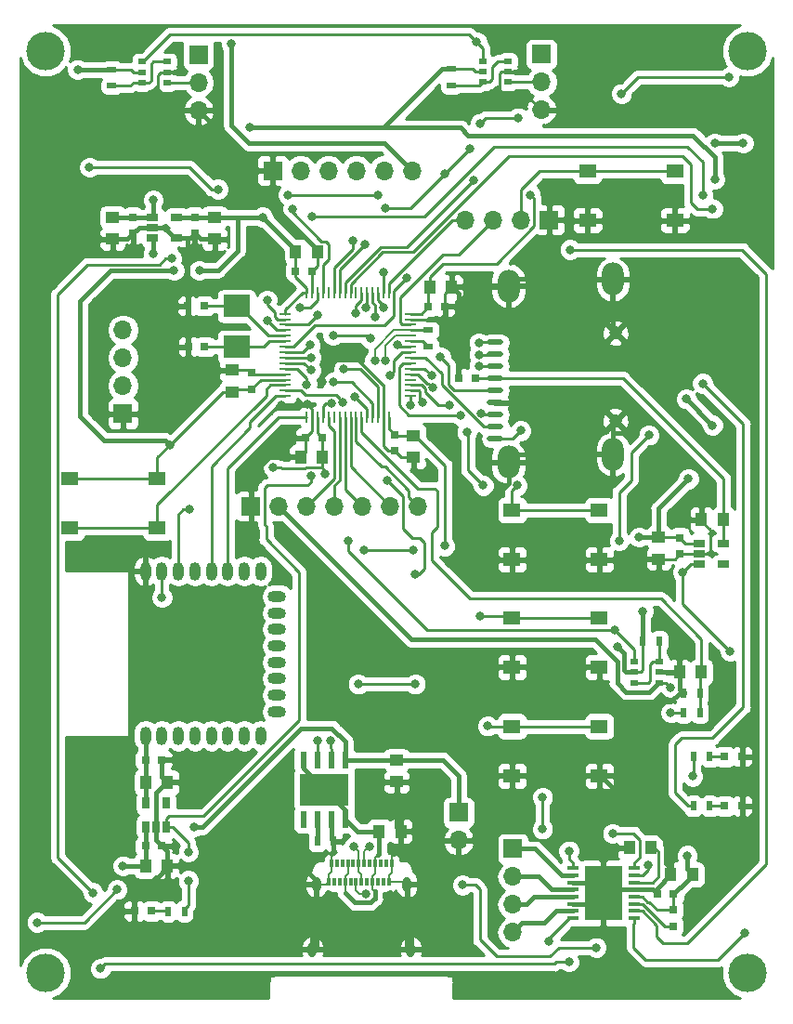
<source format=gbr>
G04 #@! TF.GenerationSoftware,KiCad,Pcbnew,(5.0.2)-1*
G04 #@! TF.CreationDate,2018-12-24T13:58:37+01:00*
G04 #@! TF.ProjectId,NeuralRobot,4e657572-616c-4526-9f62-6f742e6b6963,rev?*
G04 #@! TF.SameCoordinates,Original*
G04 #@! TF.FileFunction,Copper,L1,Top*
G04 #@! TF.FilePolarity,Positive*
%FSLAX46Y46*%
G04 Gerber Fmt 4.6, Leading zero omitted, Abs format (unit mm)*
G04 Created by KiCad (PCBNEW (5.0.2)-1) date 24. 12. 2018 13:58:37*
%MOMM*%
%LPD*%
G01*
G04 APERTURE LIST*
G04 #@! TA.AperFunction,ComponentPad*
%ADD10C,3.500120*%
G04 #@! TD*
G04 #@! TA.AperFunction,ComponentPad*
%ADD11C,1.200000*%
G04 #@! TD*
G04 #@! TA.AperFunction,SMDPad,CuDef*
%ADD12O,1.500000X0.500000*%
G04 #@! TD*
G04 #@! TA.AperFunction,SMDPad,CuDef*
%ADD13O,2.000000X3.000000*%
G04 #@! TD*
G04 #@! TA.AperFunction,ComponentPad*
%ADD14O,1.700000X1.700000*%
G04 #@! TD*
G04 #@! TA.AperFunction,ComponentPad*
%ADD15R,1.700000X1.700000*%
G04 #@! TD*
G04 #@! TA.AperFunction,SMDPad,CuDef*
%ADD16R,0.800000X0.800000*%
G04 #@! TD*
G04 #@! TA.AperFunction,SMDPad,CuDef*
%ADD17O,1.000000X1.700000*%
G04 #@! TD*
G04 #@! TA.AperFunction,SMDPad,CuDef*
%ADD18O,1.700000X1.000000*%
G04 #@! TD*
G04 #@! TA.AperFunction,SMDPad,CuDef*
%ADD19R,0.800000X0.750000*%
G04 #@! TD*
G04 #@! TA.AperFunction,SMDPad,CuDef*
%ADD20R,0.750000X0.800000*%
G04 #@! TD*
G04 #@! TA.AperFunction,SMDPad,CuDef*
%ADD21R,1.250000X1.000000*%
G04 #@! TD*
G04 #@! TA.AperFunction,SMDPad,CuDef*
%ADD22R,1.000000X1.250000*%
G04 #@! TD*
G04 #@! TA.AperFunction,ViaPad*
%ADD23C,0.600000*%
G04 #@! TD*
G04 #@! TA.AperFunction,SMDPad,CuDef*
%ADD24R,1.600000X1.200000*%
G04 #@! TD*
G04 #@! TA.AperFunction,SMDPad,CuDef*
%ADD25R,0.600000X1.550000*%
G04 #@! TD*
G04 #@! TA.AperFunction,Conductor*
%ADD26R,4.500000X2.950000*%
G04 #@! TD*
G04 #@! TA.AperFunction,SMDPad,CuDef*
%ADD27R,1.550000X1.300000*%
G04 #@! TD*
G04 #@! TA.AperFunction,SMDPad,CuDef*
%ADD28R,0.300000X0.700000*%
G04 #@! TD*
G04 #@! TA.AperFunction,ComponentPad*
%ADD29O,0.800000X1.400000*%
G04 #@! TD*
G04 #@! TA.AperFunction,SMDPad,CuDef*
%ADD30R,1.060000X0.650000*%
G04 #@! TD*
G04 #@! TA.AperFunction,SMDPad,CuDef*
%ADD31R,0.250000X1.000000*%
G04 #@! TD*
G04 #@! TA.AperFunction,SMDPad,CuDef*
%ADD32R,1.000000X0.250000*%
G04 #@! TD*
G04 #@! TA.AperFunction,SMDPad,CuDef*
%ADD33R,0.500000X0.900000*%
G04 #@! TD*
G04 #@! TA.AperFunction,SMDPad,CuDef*
%ADD34R,0.900000X0.500000*%
G04 #@! TD*
G04 #@! TA.AperFunction,SMDPad,CuDef*
%ADD35R,0.700000X0.510000*%
G04 #@! TD*
G04 #@! TA.AperFunction,SMDPad,CuDef*
%ADD36R,0.650000X1.060000*%
G04 #@! TD*
G04 #@! TA.AperFunction,ComponentPad*
%ADD37C,0.750000*%
G04 #@! TD*
G04 #@! TA.AperFunction,SMDPad,CuDef*
%ADD38R,3.400000X5.000000*%
G04 #@! TD*
G04 #@! TA.AperFunction,SMDPad,CuDef*
%ADD39R,1.050000X0.450000*%
G04 #@! TD*
G04 #@! TA.AperFunction,SMDPad,CuDef*
%ADD40R,2.400000X2.000000*%
G04 #@! TD*
G04 #@! TA.AperFunction,ViaPad*
%ADD41C,0.800000*%
G04 #@! TD*
G04 #@! TA.AperFunction,Conductor*
%ADD42C,0.250000*%
G04 #@! TD*
G04 #@! TA.AperFunction,Conductor*
%ADD43C,0.400000*%
G04 #@! TD*
G04 #@! TA.AperFunction,Conductor*
%ADD44C,0.200000*%
G04 #@! TD*
G04 #@! TA.AperFunction,Conductor*
%ADD45C,0.254000*%
G04 #@! TD*
G04 APERTURE END LIST*
D10*
G04 #@! TO.P,REF\002A\002A,1*
G04 #@! TO.N,N/C*
X144000000Y-70100000D03*
G04 #@! TD*
G04 #@! TO.P,REF\002A\002A,1*
G04 #@! TO.N,N/C*
X208000000Y-70100000D03*
G04 #@! TD*
G04 #@! TO.P,REF\002A\002A,1*
G04 #@! TO.N,N/C*
X208000000Y-154100000D03*
G04 #@! TD*
D11*
G04 #@! TO.P,microSD1,10*
G04 #@! TO.N,GND*
X195950000Y-103800000D03*
X195950000Y-95800000D03*
D12*
G04 #@! TO.P,microSD1,8*
G04 #@! TO.N,SDIO_D1*
X185000000Y-104350000D03*
G04 #@! TO.P,microSD1,7*
G04 #@! TO.N,SDIO_D0*
X185000000Y-103250000D03*
G04 #@! TO.P,microSD1,6*
G04 #@! TO.N,GND*
X185000000Y-102150000D03*
G04 #@! TO.P,microSD1,5*
G04 #@! TO.N,SDIO_CLK*
X185000000Y-101050000D03*
G04 #@! TO.P,microSD1,4*
G04 #@! TO.N,SD_Vcc*
X185000000Y-99950000D03*
G04 #@! TO.P,microSD1,1*
G04 #@! TO.N,SDIO_D2*
X185000000Y-96650000D03*
G04 #@! TO.P,microSD1,2*
G04 #@! TO.N,SDIO_D3*
X185000000Y-97750000D03*
G04 #@! TO.P,microSD1,9*
G04 #@! TO.N,SD_DETECTION*
X185000000Y-105450000D03*
G04 #@! TO.P,microSD1,3*
G04 #@! TO.N,SDIO_CMD*
X185000000Y-98850000D03*
D13*
G04 #@! TO.P,microSD1,10*
G04 #@! TO.N,GND*
X186200000Y-107550000D03*
X195700000Y-106850000D03*
X195700000Y-90900000D03*
X186200000Y-91500000D03*
G04 #@! TD*
D14*
G04 #@! TO.P,ADC1,4*
G04 #@! TO.N,Net-(ADC1-Pad4)*
X151050000Y-95530000D03*
G04 #@! TO.P,ADC1,3*
G04 #@! TO.N,Net-(ADC1-Pad3)*
X151050000Y-98070000D03*
G04 #@! TO.P,ADC1,2*
G04 #@! TO.N,Net-(ADC1-Pad2)*
X151050000Y-100610000D03*
D15*
G04 #@! TO.P,ADC1,1*
G04 #@! TO.N,GND*
X151050000Y-103150000D03*
G04 #@! TD*
D14*
G04 #@! TO.P,Battery1,2*
G04 #@! TO.N,GND*
X181650000Y-142040000D03*
D15*
G04 #@! TO.P,Battery1,1*
G04 #@! TO.N,3V7*
X181650000Y-139500000D03*
G04 #@! TD*
D16*
G04 #@! TO.P,BLUETOOTH1,2*
G04 #@! TO.N,Net-(BLUETOOTH1-Pad2)*
X153675001Y-148475001D03*
G04 #@! TO.P,BLUETOOTH1,1*
G04 #@! TO.N,GND*
X152075001Y-148475001D03*
G04 #@! TD*
D17*
G04 #@! TO.P,BT1,7*
G04 #@! TO.N,Net-(BT1-Pad7)*
X162100000Y-132500000D03*
G04 #@! TO.P,BT1,8*
G04 #@! TO.N,Net-(BT1-Pad8)*
X163600000Y-132500000D03*
G04 #@! TO.P,BT1,6*
G04 #@! TO.N,Net-(BT1-Pad6)*
X160600000Y-132500000D03*
G04 #@! TO.P,BT1,5*
G04 #@! TO.N,Net-(BT1-Pad5)*
X159100000Y-132500000D03*
G04 #@! TO.P,BT1,4*
G04 #@! TO.N,Net-(BT1-Pad4)*
X157600000Y-132500000D03*
G04 #@! TO.P,BT1,3*
G04 #@! TO.N,Net-(BT1-Pad3)*
X156100000Y-132500000D03*
G04 #@! TO.P,BT1,2*
G04 #@! TO.N,Net-(BT1-Pad2)*
X154600000Y-132500000D03*
G04 #@! TO.P,BT1,1*
G04 #@! TO.N,BT_Vcc*
X153100000Y-132500000D03*
G04 #@! TO.P,BT1,17*
G04 #@! TO.N,Net-(BT1-Pad17)*
X163600000Y-117500000D03*
G04 #@! TO.P,BT1,18*
G04 #@! TO.N,Net-(BT1-Pad18)*
X162100000Y-117500000D03*
G04 #@! TO.P,BT1,19*
G04 #@! TO.N,RX*
X160600000Y-117500000D03*
G04 #@! TO.P,BT1,20*
G04 #@! TO.N,TX*
X159100000Y-117500000D03*
G04 #@! TO.P,BT1,21*
G04 #@! TO.N,Net-(BT1-Pad21)*
X157600000Y-117500000D03*
G04 #@! TO.P,BT1,22*
G04 #@! TO.N,BT_PWR*
X156100000Y-117500000D03*
G04 #@! TO.P,BT1,23*
G04 #@! TO.N,BT_RST*
X154600000Y-117500000D03*
G04 #@! TO.P,BT1,24*
G04 #@! TO.N,GND*
X153100000Y-117500000D03*
D18*
G04 #@! TO.P,BT1,9*
G04 #@! TO.N,Net-(BT1-Pad9)*
X165100000Y-130300000D03*
G04 #@! TO.P,BT1,10*
G04 #@! TO.N,Net-(BT1-Pad10)*
X165100000Y-128800000D03*
G04 #@! TO.P,BT1,11*
G04 #@! TO.N,Net-(BT1-Pad11)*
X165100000Y-127300000D03*
G04 #@! TO.P,BT1,12*
G04 #@! TO.N,Net-(BT1-Pad12)*
X165100000Y-125800000D03*
G04 #@! TO.P,BT1,13*
G04 #@! TO.N,Net-(BT1-Pad13)*
X165100000Y-124300000D03*
G04 #@! TO.P,BT1,14*
G04 #@! TO.N,Net-(BT1-Pad14)*
X165100000Y-122800000D03*
G04 #@! TO.P,BT1,15*
G04 #@! TO.N,Net-(BT1-Pad15)*
X165100000Y-121300000D03*
G04 #@! TO.P,BT1,16*
G04 #@! TO.N,Net-(BT1-Pad16)*
X165100000Y-119800000D03*
G04 #@! TD*
D19*
G04 #@! TO.P,C1,1*
G04 #@! TO.N,GND*
X168300000Y-90150000D03*
G04 #@! TO.P,C1,2*
G04 #@! TO.N,3V3_STM32*
X166800000Y-90150000D03*
G04 #@! TD*
G04 #@! TO.P,C2,2*
G04 #@! TO.N,GND*
X167700000Y-105350000D03*
G04 #@! TO.P,C2,1*
G04 #@! TO.N,3V3_STM32*
X169200000Y-105350000D03*
G04 #@! TD*
D20*
G04 #@! TO.P,C3,1*
G04 #@! TO.N,3V3_STM32*
X175850000Y-105050000D03*
G04 #@! TO.P,C3,2*
G04 #@! TO.N,GND*
X175850000Y-106550000D03*
G04 #@! TD*
D19*
G04 #@! TO.P,C4,2*
G04 #@! TO.N,GND*
X180400000Y-93400000D03*
G04 #@! TO.P,C4,1*
G04 #@! TO.N,3V3_STM32*
X178900000Y-93400000D03*
G04 #@! TD*
G04 #@! TO.P,C37,1*
G04 #@! TO.N,Net-(C37-Pad1)*
X158450000Y-93350000D03*
G04 #@! TO.P,C37,2*
G04 #@! TO.N,GND*
X156950000Y-93350000D03*
G04 #@! TD*
G04 #@! TO.P,C38,2*
G04 #@! TO.N,GND*
X157000000Y-97050000D03*
G04 #@! TO.P,C38,1*
G04 #@! TO.N,Net-(C38-Pad1)*
X158500000Y-97050000D03*
G04 #@! TD*
D21*
G04 #@! TO.P,C39,1*
G04 #@! TO.N,GND*
X161000000Y-99200000D03*
G04 #@! TO.P,C39,2*
G04 #@! TO.N,3V3_STM32*
X161000000Y-101200000D03*
G04 #@! TD*
D20*
G04 #@! TO.P,C40,1*
G04 #@! TO.N,3V3_STM32*
X162800000Y-100900000D03*
G04 #@! TO.P,C40,2*
G04 #@! TO.N,GND*
X162800000Y-99400000D03*
G04 #@! TD*
D22*
G04 #@! TO.P,C41,2*
G04 #@! TO.N,BT_Vcc*
X153100000Y-136750000D03*
G04 #@! TO.P,C41,1*
G04 #@! TO.N,GND*
X155100000Y-136750000D03*
G04 #@! TD*
D19*
G04 #@! TO.P,C42,1*
G04 #@! TO.N,GND*
X154600000Y-134700000D03*
G04 #@! TO.P,C42,2*
G04 #@! TO.N,BT_Vcc*
X153100000Y-134700000D03*
G04 #@! TD*
D21*
G04 #@! TO.P,C43,2*
G04 #@! TO.N,3V7*
X150100000Y-85250000D03*
G04 #@! TO.P,C43,1*
G04 #@! TO.N,GND*
X150100000Y-87250000D03*
G04 #@! TD*
D22*
G04 #@! TO.P,C44,1*
G04 #@! TO.N,GND*
X168800000Y-88400000D03*
G04 #@! TO.P,C44,2*
G04 #@! TO.N,3V3_STM32*
X166800000Y-88400000D03*
G04 #@! TD*
G04 #@! TO.P,C45,2*
G04 #@! TO.N,3V3_STM32*
X169250000Y-107100000D03*
G04 #@! TO.P,C45,1*
G04 #@! TO.N,GND*
X167250000Y-107100000D03*
G04 #@! TD*
D20*
G04 #@! TO.P,C46,2*
G04 #@! TO.N,3V7*
X151950000Y-85250000D03*
G04 #@! TO.P,C46,1*
G04 #@! TO.N,GND*
X151950000Y-86750000D03*
G04 #@! TD*
D19*
G04 #@! TO.P,C47,2*
G04 #@! TO.N,3V7*
X153100000Y-142550000D03*
G04 #@! TO.P,C47,1*
G04 #@! TO.N,GND*
X154600000Y-142550000D03*
G04 #@! TD*
D22*
G04 #@! TO.P,C48,2*
G04 #@! TO.N,3V7*
X153100000Y-144350000D03*
G04 #@! TO.P,C48,1*
G04 #@! TO.N,GND*
X155100000Y-144350000D03*
G04 #@! TD*
D20*
G04 #@! TO.P,C49,1*
G04 #@! TO.N,GND*
X157600000Y-86750000D03*
G04 #@! TO.P,C49,2*
G04 #@! TO.N,3V3_STM32*
X157600000Y-85250000D03*
G04 #@! TD*
D21*
G04 #@! TO.P,C50,1*
G04 #@! TO.N,GND*
X177550000Y-107150000D03*
G04 #@! TO.P,C50,2*
G04 #@! TO.N,3V3_STM32*
X177550000Y-105150000D03*
G04 #@! TD*
G04 #@! TO.P,C51,1*
G04 #@! TO.N,GND*
X159400000Y-87250000D03*
G04 #@! TO.P,C51,2*
G04 #@! TO.N,3V3_STM32*
X159400000Y-85250000D03*
G04 #@! TD*
D22*
G04 #@! TO.P,C52,2*
G04 #@! TO.N,3V3_STM32*
X179000000Y-91600000D03*
G04 #@! TO.P,C52,1*
G04 #@! TO.N,GND*
X181000000Y-91600000D03*
G04 #@! TD*
D21*
G04 #@! TO.P,C53,1*
G04 #@! TO.N,GND*
X176000000Y-136700000D03*
G04 #@! TO.P,C53,2*
G04 #@! TO.N,3V7*
X176000000Y-134700000D03*
G04 #@! TD*
D22*
G04 #@! TO.P,C54,2*
G04 #@! TO.N,GND*
X197200000Y-142700000D03*
G04 #@! TO.P,C54,1*
G04 #@! TO.N,Net-(C54-Pad1)*
X199200000Y-142700000D03*
G04 #@! TD*
D19*
G04 #@! TO.P,C55,2*
G04 #@! TO.N,GND*
X199750000Y-146950000D03*
G04 #@! TO.P,C55,1*
G04 #@! TO.N,3V7*
X201250000Y-146950000D03*
G04 #@! TD*
D22*
G04 #@! TO.P,C56,2*
G04 #@! TO.N,SD_Vcc*
X205800000Y-112800000D03*
G04 #@! TO.P,C56,1*
G04 #@! TO.N,GND*
X203800000Y-112800000D03*
G04 #@! TD*
G04 #@! TO.P,C57,1*
G04 #@! TO.N,3V7*
X203000000Y-145150000D03*
G04 #@! TO.P,C57,2*
G04 #@! TO.N,GND*
X201000000Y-145150000D03*
G04 #@! TD*
D20*
G04 #@! TO.P,C58,1*
G04 #@! TO.N,VCP*
X201200000Y-149850000D03*
G04 #@! TO.P,C58,2*
G04 #@! TO.N,3V7*
X201200000Y-148350000D03*
G04 #@! TD*
D19*
G04 #@! TO.P,C59,2*
G04 #@! TO.N,SD_Vcc*
X183150000Y-99900000D03*
G04 #@! TO.P,C59,1*
G04 #@! TO.N,GND*
X181650000Y-99900000D03*
G04 #@! TD*
D22*
G04 #@! TO.P,C60,1*
G04 #@! TO.N,GND*
X201800000Y-126700000D03*
G04 #@! TO.P,C60,2*
G04 #@! TO.N,BATTERY_SENSE*
X203800000Y-126700000D03*
G04 #@! TD*
D20*
G04 #@! TO.P,C61,1*
G04 #@! TO.N,GND*
X201800000Y-115950000D03*
G04 #@! TO.P,C61,2*
G04 #@! TO.N,3V7*
X201800000Y-114450000D03*
G04 #@! TD*
D21*
G04 #@! TO.P,C62,2*
G04 #@! TO.N,3V7*
X199900000Y-114400000D03*
G04 #@! TO.P,C62,1*
G04 #@! TO.N,GND*
X199900000Y-116400000D03*
G04 #@! TD*
D22*
G04 #@! TO.P,C63,1*
G04 #@! TO.N,GND*
X176400000Y-141200000D03*
G04 #@! TO.P,C63,2*
G04 #@! TO.N,5V*
X174400000Y-141200000D03*
G04 #@! TD*
D23*
G04 #@! TO.N,5V*
G04 #@! TO.C,CHARGER1*
X170600000Y-136800000D03*
X169800000Y-136800000D03*
X169800000Y-138000000D03*
X170600000Y-138000000D03*
X168200000Y-136800000D03*
X169000000Y-136800000D03*
X169000000Y-138000000D03*
X168200000Y-138000000D03*
D24*
G04 #@! TD*
G04 #@! TO.P,CHARGER1,9*
G04 #@! TO.N,5V*
X168600000Y-138000000D03*
G04 #@! TO.P,CHARGER1,9*
G04 #@! TO.N,5V*
X170200000Y-138000000D03*
X168600000Y-136800000D03*
X170200000Y-136800000D03*
D25*
G04 #@! TO.P,CHARGER1,8*
X167495000Y-134700000D03*
G04 #@! TO.P,CHARGER1,7*
G04 #@! TO.N,CHARGING*
X168765000Y-134700000D03*
G04 #@! TO.P,CHARGER1,6*
G04 #@! TO.N,FULL*
X170035000Y-134700000D03*
G04 #@! TO.P,CHARGER1,5*
G04 #@! TO.N,3V7*
X171305000Y-134700000D03*
G04 #@! TO.P,CHARGER1,4*
G04 #@! TO.N,5V*
X171305000Y-140100000D03*
G04 #@! TO.P,CHARGER1,3*
G04 #@! TO.N,GND*
X170035000Y-140100000D03*
G04 #@! TO.P,CHARGER1,2*
G04 #@! TO.N,Net-(CHARGER1-Pad2)*
X168765000Y-140100000D03*
G04 #@! TO.P,CHARGER1,1*
G04 #@! TO.N,Net-(CHARGER1-Pad1)*
X167495000Y-140100000D03*
D26*
G04 #@! TD*
G04 #@! TO.N,5V*
G04 #@! TO.C,CHARGER1*
X169400000Y-137400000D03*
D27*
G04 #@! TO.P,DOWN1,2*
G04 #@! TO.N,GND*
X194480000Y-136150000D03*
G04 #@! TO.P,DOWN1,1*
G04 #@! TO.N,BUTTON_DOWN*
X194480000Y-131650000D03*
X186520000Y-131650000D03*
G04 #@! TO.P,DOWN1,2*
G04 #@! TO.N,GND*
X186520000Y-136150000D03*
G04 #@! TD*
D15*
G04 #@! TO.P,J1,1*
G04 #@! TO.N,PWM_X*
X189200000Y-70400000D03*
D14*
G04 #@! TO.P,J1,2*
G04 #@! TO.N,Net-(J1-Pad2)*
X189200000Y-72940000D03*
G04 #@! TO.P,J1,3*
G04 #@! TO.N,GND*
X189200000Y-75480000D03*
G04 #@! TD*
G04 #@! TO.P,J2,3*
G04 #@! TO.N,GND*
X157920622Y-75519797D03*
G04 #@! TO.P,J2,2*
G04 #@! TO.N,Net-(J2-Pad2)*
X157920622Y-72979797D03*
D15*
G04 #@! TO.P,J2,1*
G04 #@! TO.N,PWM_Y*
X157920622Y-70439797D03*
G04 #@! TD*
D28*
G04 #@! TO.P,J3,B12*
G04 #@! TO.N,GND*
X169800000Y-145830000D03*
G04 #@! TO.P,J3,B11*
G04 #@! TO.N,Net-(J3-PadB11)*
X170300000Y-145830000D03*
G04 #@! TO.P,J3,B10*
G04 #@! TO.N,Net-(J3-PadB10)*
X170800000Y-145830000D03*
G04 #@! TO.P,J3,B9*
G04 #@! TO.N,5V*
X171300000Y-145830000D03*
G04 #@! TO.P,J3,B8*
G04 #@! TO.N,Net-(J3-PadB8)*
X171800000Y-145830000D03*
G04 #@! TO.P,J3,B7*
G04 #@! TO.N,D-*
X172300000Y-145830000D03*
G04 #@! TO.P,J3,B6*
G04 #@! TO.N,D+*
X172800000Y-145830000D03*
G04 #@! TO.P,J3,B5*
G04 #@! TO.N,Net-(J3-PadB5)*
X173300000Y-145830000D03*
G04 #@! TO.P,J3,B4*
G04 #@! TO.N,5V*
X173800000Y-145830000D03*
G04 #@! TO.P,J3,B3*
G04 #@! TO.N,Net-(J3-PadB3)*
X174300000Y-145830000D03*
G04 #@! TO.P,J3,B2*
G04 #@! TO.N,Net-(J3-PadB2)*
X174800000Y-145830000D03*
D29*
G04 #@! TO.P,J3,S1*
G04 #@! TO.N,GND*
X168310000Y-151990000D03*
X177290000Y-151990000D03*
X176930000Y-146040000D03*
D28*
G04 #@! TO.P,J3,B1*
X175300000Y-145830000D03*
G04 #@! TO.P,J3,A11*
G04 #@! TO.N,Net-(J3-PadA11)*
X175050000Y-144130000D03*
G04 #@! TO.P,J3,A8*
G04 #@! TO.N,Net-(J3-PadA8)*
X173550000Y-144130000D03*
G04 #@! TO.P,J3,A9*
G04 #@! TO.N,5V*
X174050000Y-144130000D03*
G04 #@! TO.P,J3,A10*
G04 #@! TO.N,Net-(J3-PadA10)*
X174550000Y-144130000D03*
G04 #@! TO.P,J3,A12*
G04 #@! TO.N,GND*
X175550000Y-144130000D03*
G04 #@! TO.P,J3,A7*
G04 #@! TO.N,D-*
X173050000Y-144130000D03*
G04 #@! TO.P,J3,A6*
G04 #@! TO.N,D+*
X172550000Y-144130000D03*
G04 #@! TO.P,J3,A5*
G04 #@! TO.N,Net-(J3-PadA5)*
X172050000Y-144130000D03*
G04 #@! TO.P,J3,A4*
G04 #@! TO.N,5V*
X171550000Y-144130000D03*
G04 #@! TO.P,J3,A3*
G04 #@! TO.N,Net-(J3-PadA3)*
X171050000Y-144130000D03*
G04 #@! TO.P,J3,A2*
G04 #@! TO.N,Net-(J3-PadA2)*
X170550000Y-144130000D03*
G04 #@! TO.P,J3,A1*
G04 #@! TO.N,GND*
X170050000Y-144130000D03*
D29*
G04 #@! TO.P,J3,S1*
X168670000Y-146040000D03*
G04 #@! TD*
D30*
G04 #@! TO.P,LDO1,5*
G04 #@! TO.N,3V3_STM32*
X155950000Y-85250000D03*
G04 #@! TO.P,LDO1,4*
G04 #@! TO.N,GND*
X155950000Y-87150000D03*
G04 #@! TO.P,LDO1,3*
G04 #@! TO.N,3V7*
X153750000Y-87150000D03*
G04 #@! TO.P,LDO1,2*
G04 #@! TO.N,GND*
X153750000Y-86200000D03*
G04 #@! TO.P,LDO1,1*
G04 #@! TO.N,3V7*
X153750000Y-85250000D03*
G04 #@! TD*
D16*
G04 #@! TO.P,LEARN1,1*
G04 #@! TO.N,GND*
X207500000Y-138900000D03*
G04 #@! TO.P,LEARN1,2*
G04 #@! TO.N,Net-(LEARN1-Pad2)*
X205900000Y-138900000D03*
G04 #@! TD*
D31*
G04 #@! TO.P,MCU1,64*
G04 #@! TO.N,3V3_STM32*
X167800000Y-92100000D03*
G04 #@! TO.P,MCU1,63*
G04 #@! TO.N,GND*
X168300000Y-92100000D03*
G04 #@! TO.P,MCU1,62*
G04 #@! TO.N,A1*
X168800000Y-92100000D03*
G04 #@! TO.P,MCU1,61*
G04 #@! TO.N,A2*
X169300000Y-92100000D03*
G04 #@! TO.P,MCU1,60*
G04 #@! TO.N,Net-(MCU1-Pad60)*
X169800000Y-92100000D03*
G04 #@! TO.P,MCU1,59*
G04 #@! TO.N,B1*
X170300000Y-92100000D03*
G04 #@! TO.P,MCU1,58*
G04 #@! TO.N,B2*
X170800000Y-92100000D03*
G04 #@! TO.P,MCU1,57*
G04 #@! TO.N,MOTORS_ENABLE*
X171300000Y-92100000D03*
G04 #@! TO.P,MCU1,56*
G04 #@! TO.N,nFAULT*
X171800000Y-92100000D03*
G04 #@! TO.P,MCU1,55*
G04 #@! TO.N,Net-(MCU1-Pad55)*
X172300000Y-92100000D03*
G04 #@! TO.P,MCU1,54*
G04 #@! TO.N,SDIO_CMD*
X172800000Y-92100000D03*
G04 #@! TO.P,MCU1,53*
G04 #@! TO.N,SDIO_CLK*
X173300000Y-92100000D03*
G04 #@! TO.P,MCU1,52*
G04 #@! TO.N,SDIO_D3*
X173800000Y-92100000D03*
G04 #@! TO.P,MCU1,51*
G04 #@! TO.N,SDIO_D2*
X174300000Y-92100000D03*
G04 #@! TO.P,MCU1,50*
G04 #@! TO.N,SD_DETECTION*
X174800000Y-92100000D03*
G04 #@! TO.P,MCU1,49*
G04 #@! TO.N,SWCLK*
X175300000Y-92100000D03*
D32*
G04 #@! TO.P,MCU1,48*
G04 #@! TO.N,3V3_STM32*
X177250000Y-94050000D03*
G04 #@! TO.P,MCU1,47*
G04 #@! TO.N,GND*
X177250000Y-94550000D03*
G04 #@! TO.P,MCU1,46*
G04 #@! TO.N,SWDIO*
X177250000Y-95050000D03*
G04 #@! TO.P,MCU1,45*
G04 #@! TO.N,D+*
X177250000Y-95550000D03*
G04 #@! TO.P,MCU1,44*
G04 #@! TO.N,D-*
X177250000Y-96050000D03*
G04 #@! TO.P,MCU1,43*
G04 #@! TO.N,USB_ENABLE*
X177250000Y-96550000D03*
G04 #@! TO.P,MCU1,42*
G04 #@! TO.N,CHARGING*
X177250000Y-97050000D03*
G04 #@! TO.P,MCU1,41*
G04 #@! TO.N,FULL*
X177250000Y-97550000D03*
G04 #@! TO.P,MCU1,40*
G04 #@! TO.N,SDIO_D1*
X177250000Y-98050000D03*
G04 #@! TO.P,MCU1,39*
G04 #@! TO.N,SDIO_D0*
X177250000Y-98550000D03*
G04 #@! TO.P,MCU1,38*
G04 #@! TO.N,PWM_Y*
X177250000Y-99050000D03*
G04 #@! TO.P,MCU1,37*
G04 #@! TO.N,PWM_X*
X177250000Y-99550000D03*
G04 #@! TO.P,MCU1,36*
G04 #@! TO.N,Net-(MCU1-Pad36)*
X177250000Y-100050000D03*
G04 #@! TO.P,MCU1,35*
G04 #@! TO.N,BUTTON_UP*
X177250000Y-100550000D03*
G04 #@! TO.P,MCU1,34*
G04 #@! TO.N,BUTTON_OK*
X177250000Y-101050000D03*
G04 #@! TO.P,MCU1,33*
G04 #@! TO.N,BUTTON_DOWN*
X177250000Y-101550000D03*
D31*
G04 #@! TO.P,MCU1,32*
G04 #@! TO.N,3V3_STM32*
X175300000Y-103500000D03*
G04 #@! TO.P,MCU1,31*
G04 #@! TO.N,GND*
X174800000Y-103500000D03*
G04 #@! TO.P,MCU1,30*
G04 #@! TO.N,SDA*
X174300000Y-103500000D03*
G04 #@! TO.P,MCU1,29*
G04 #@! TO.N,SCL*
X173800000Y-103500000D03*
G04 #@! TO.P,MCU1,28*
G04 #@! TO.N,ToF_Enable*
X173300000Y-103500000D03*
G04 #@! TO.P,MCU1,27*
G04 #@! TO.N,BATTERY_SENSE*
X172800000Y-103500000D03*
G04 #@! TO.P,MCU1,26*
G04 #@! TO.N,CS*
X172300000Y-103500000D03*
G04 #@! TO.P,MCU1,25*
G04 #@! TO.N,DC*
X171800000Y-103500000D03*
G04 #@! TO.P,MCU1,24*
G04 #@! TO.N,RST*
X171300000Y-103500000D03*
G04 #@! TO.P,MCU1,23*
G04 #@! TO.N,MOSI*
X170800000Y-103500000D03*
G04 #@! TO.P,MCU1,22*
G04 #@! TO.N,Net-(MCU1-Pad22)*
X170300000Y-103500000D03*
G04 #@! TO.P,MCU1,21*
G04 #@! TO.N,SCK*
X169800000Y-103500000D03*
G04 #@! TO.P,MCU1,20*
G04 #@! TO.N,BT_ENABLE*
X169300000Y-103500000D03*
G04 #@! TO.P,MCU1,19*
G04 #@! TO.N,3V3_STM32*
X168800000Y-103500000D03*
G04 #@! TO.P,MCU1,18*
G04 #@! TO.N,GND*
X168300000Y-103500000D03*
G04 #@! TO.P,MCU1,17*
G04 #@! TO.N,RX*
X167800000Y-103500000D03*
D32*
G04 #@! TO.P,MCU1,16*
G04 #@! TO.N,TX*
X165850000Y-101550000D03*
G04 #@! TO.P,MCU1,15*
G04 #@! TO.N,MOSFET_ENABLE*
X165850000Y-101050000D03*
G04 #@! TO.P,MCU1,14*
G04 #@! TO.N,PA0*
X165850000Y-100550000D03*
G04 #@! TO.P,MCU1,13*
G04 #@! TO.N,3V3_STM32*
X165850000Y-100050000D03*
G04 #@! TO.P,MCU1,12*
G04 #@! TO.N,GND*
X165850000Y-99550000D03*
G04 #@! TO.P,MCU1,11*
G04 #@! TO.N,BT_PWR*
X165850000Y-99050000D03*
G04 #@! TO.P,MCU1,10*
G04 #@! TO.N,Net-(ADC1-Pad2)*
X165850000Y-98550000D03*
G04 #@! TO.P,MCU1,9*
G04 #@! TO.N,Net-(ADC1-Pad3)*
X165850000Y-98050000D03*
G04 #@! TO.P,MCU1,8*
G04 #@! TO.N,Net-(ADC1-Pad4)*
X165850000Y-97550000D03*
G04 #@! TO.P,MCU1,7*
G04 #@! TO.N,Reset*
X165850000Y-97050000D03*
G04 #@! TO.P,MCU1,6*
G04 #@! TO.N,Net-(C38-Pad1)*
X165850000Y-96550000D03*
G04 #@! TO.P,MCU1,5*
G04 #@! TO.N,Net-(C37-Pad1)*
X165850000Y-96050000D03*
G04 #@! TO.P,MCU1,4*
G04 #@! TO.N,LED_RUN*
X165850000Y-95550000D03*
G04 #@! TO.P,MCU1,3*
G04 #@! TO.N,LED_TRAINING*
X165850000Y-95050000D03*
G04 #@! TO.P,MCU1,2*
G04 #@! TO.N,BT_RST*
X165850000Y-94550000D03*
G04 #@! TO.P,MCU1,1*
G04 #@! TO.N,3V3_STM32*
X165850000Y-94050000D03*
G04 #@! TD*
D14*
G04 #@! TO.P,MOTOR_OUT1,4*
G04 #@! TO.N,Net-(MOTOR_OUT1-Pad4)*
X186600000Y-150420000D03*
G04 #@! TO.P,MOTOR_OUT1,3*
G04 #@! TO.N,OUT2*
X186600000Y-147880000D03*
G04 #@! TO.P,MOTOR_OUT1,2*
G04 #@! TO.N,Net-(MOTOR_OUT1-Pad2)*
X186600000Y-145340000D03*
D15*
G04 #@! TO.P,MOTOR_OUT1,1*
G04 #@! TO.N,Net-(MOTOR_OUT1-Pad1)*
X186600000Y-142800000D03*
G04 #@! TD*
D27*
G04 #@! TO.P,OK1,2*
G04 #@! TO.N,GND*
X194480000Y-126250000D03*
G04 #@! TO.P,OK1,1*
G04 #@! TO.N,BUTTON_OK*
X194480000Y-121750000D03*
X186520000Y-121750000D03*
G04 #@! TO.P,OK1,2*
G04 #@! TO.N,GND*
X186520000Y-126250000D03*
G04 #@! TD*
D14*
G04 #@! TO.P,OLED1,7*
G04 #@! TO.N,CS*
X177940000Y-111600000D03*
G04 #@! TO.P,OLED1,6*
G04 #@! TO.N,DC*
X175400000Y-111600000D03*
G04 #@! TO.P,OLED1,5*
G04 #@! TO.N,RST*
X172860000Y-111600000D03*
G04 #@! TO.P,OLED1,4*
G04 #@! TO.N,MOSI*
X170320000Y-111600000D03*
G04 #@! TO.P,OLED1,3*
G04 #@! TO.N,SCK*
X167780000Y-111600000D03*
G04 #@! TO.P,OLED1,2*
G04 #@! TO.N,MOSFET_OUT*
X165240000Y-111600000D03*
D15*
G04 #@! TO.P,OLED1,1*
G04 #@! TO.N,GND*
X162700000Y-111600000D03*
G04 #@! TD*
D27*
G04 #@! TO.P,POWER1,2*
G04 #@! TO.N,3V3_STM32*
X154180000Y-109050000D03*
G04 #@! TO.P,POWER1,1*
G04 #@! TO.N,PA0*
X154180000Y-113550000D03*
X146220000Y-113550000D03*
G04 #@! TO.P,POWER1,2*
G04 #@! TO.N,3V3_STM32*
X146220000Y-109050000D03*
G04 #@! TD*
D33*
G04 #@! TO.P,R1,2*
G04 #@! TO.N,GND*
X170250000Y-142100000D03*
G04 #@! TO.P,R1,1*
G04 #@! TO.N,Net-(CHARGER1-Pad2)*
X168750000Y-142100000D03*
G04 #@! TD*
G04 #@! TO.P,R2,1*
G04 #@! TO.N,3V7*
X198450000Y-123900000D03*
G04 #@! TO.P,R2,2*
G04 #@! TO.N,Net-(R2-Pad2)*
X199950000Y-123900000D03*
G04 #@! TD*
G04 #@! TO.P,R3,1*
G04 #@! TO.N,BATTERY_SENSE*
X203650000Y-130400000D03*
G04 #@! TO.P,R3,2*
G04 #@! TO.N,MOSFET_OUT*
X202150000Y-130400000D03*
G04 #@! TD*
G04 #@! TO.P,R4,2*
G04 #@! TO.N,BATTERY_SENSE*
X203650000Y-128600000D03*
G04 #@! TO.P,R4,1*
G04 #@! TO.N,GND*
X202150000Y-128600000D03*
G04 #@! TD*
D34*
G04 #@! TO.P,R5,2*
G04 #@! TO.N,USB_ENABLE*
X178900000Y-97050000D03*
G04 #@! TO.P,R5,1*
G04 #@! TO.N,D+*
X178900000Y-95550000D03*
G04 #@! TD*
D33*
G04 #@! TO.P,R6,1*
G04 #@! TO.N,Net-(BLUETOOTH1-Pad2)*
X155150000Y-148500000D03*
G04 #@! TO.P,R6,2*
G04 #@! TO.N,BT_ENABLE*
X156650000Y-148500000D03*
G04 #@! TD*
G04 #@! TO.P,R7,2*
G04 #@! TO.N,LED_RUN*
X203050000Y-134400000D03*
G04 #@! TO.P,R7,1*
G04 #@! TO.N,Net-(R7-Pad1)*
X204550000Y-134400000D03*
G04 #@! TD*
G04 #@! TO.P,R8,1*
G04 #@! TO.N,Net-(LEARN1-Pad2)*
X204550000Y-138900000D03*
G04 #@! TO.P,R8,2*
G04 #@! TO.N,LED_TRAINING*
X203050000Y-138900000D03*
G04 #@! TD*
D34*
G04 #@! TO.P,R9,2*
G04 #@! TO.N,Net-(R9-Pad2)*
X181000000Y-73250000D03*
G04 #@! TO.P,R9,1*
G04 #@! TO.N,3V7*
X181000000Y-71750000D03*
G04 #@! TD*
G04 #@! TO.P,R10,1*
G04 #@! TO.N,3V7*
X150020622Y-71789797D03*
G04 #@! TO.P,R10,2*
G04 #@! TO.N,Net-(R10-Pad2)*
X150020622Y-73289797D03*
G04 #@! TD*
D27*
G04 #@! TO.P,RESET1,2*
G04 #@! TO.N,GND*
X201380000Y-85550000D03*
G04 #@! TO.P,RESET1,1*
G04 #@! TO.N,Reset*
X201380000Y-81050000D03*
X193420000Y-81050000D03*
G04 #@! TO.P,RESET1,2*
G04 #@! TO.N,GND*
X193420000Y-85550000D03*
G04 #@! TD*
D16*
G04 #@! TO.P,RUN1,1*
G04 #@! TO.N,GND*
X207500000Y-134400000D03*
G04 #@! TO.P,RUN1,2*
G04 #@! TO.N,Net-(R7-Pad1)*
X205900000Y-134400000D03*
G04 #@! TD*
D15*
G04 #@! TO.P,ST-Link1,1*
G04 #@! TO.N,GND*
X189900000Y-85500000D03*
D14*
G04 #@! TO.P,ST-Link1,2*
G04 #@! TO.N,Reset*
X187360000Y-85500000D03*
G04 #@! TO.P,ST-Link1,3*
G04 #@! TO.N,SWDIO*
X184820000Y-85500000D03*
G04 #@! TO.P,ST-Link1,4*
G04 #@! TO.N,SWCLK*
X182280000Y-85500000D03*
G04 #@! TD*
G04 #@! TO.P,ToF_connector1,6*
G04 #@! TO.N,MOSFET_OUT*
X177400000Y-81000000D03*
G04 #@! TO.P,ToF_connector1,5*
G04 #@! TO.N,ToF_Enable*
X174860000Y-81000000D03*
G04 #@! TO.P,ToF_connector1,4*
G04 #@! TO.N,Net-(ToF_connector1-Pad4)*
X172320000Y-81000000D03*
G04 #@! TO.P,ToF_connector1,3*
G04 #@! TO.N,SDA*
X169780000Y-81000000D03*
G04 #@! TO.P,ToF_connector1,2*
G04 #@! TO.N,SCL*
X167240000Y-81000000D03*
D15*
G04 #@! TO.P,ToF_connector1,1*
G04 #@! TO.N,GND*
X164700000Y-81000000D03*
G04 #@! TD*
D35*
G04 #@! TO.P,U1,6*
G04 #@! TO.N,Net-(R9-Pad2)*
X186160000Y-71050000D03*
G04 #@! TO.P,U1,5*
G04 #@! TO.N,GND*
X186160000Y-72000000D03*
G04 #@! TO.P,U1,4*
G04 #@! TO.N,Net-(J1-Pad2)*
X186160000Y-72950000D03*
G04 #@! TO.P,U1,3*
G04 #@! TO.N,Net-(R9-Pad2)*
X183840000Y-72950000D03*
G04 #@! TO.P,U1,2*
G04 #@! TO.N,3V7*
X183840000Y-72000000D03*
G04 #@! TO.P,U1,1*
G04 #@! TO.N,MOSFET_ENABLE*
X183840000Y-71050000D03*
G04 #@! TD*
G04 #@! TO.P,U2,6*
G04 #@! TO.N,Net-(R10-Pad2)*
X155080622Y-71089797D03*
G04 #@! TO.P,U2,5*
G04 #@! TO.N,GND*
X155080622Y-72039797D03*
G04 #@! TO.P,U2,4*
G04 #@! TO.N,Net-(J2-Pad2)*
X155080622Y-72989797D03*
G04 #@! TO.P,U2,3*
G04 #@! TO.N,Net-(R10-Pad2)*
X152760622Y-72989797D03*
G04 #@! TO.P,U2,2*
G04 #@! TO.N,3V7*
X152760622Y-72039797D03*
G04 #@! TO.P,U2,1*
G04 #@! TO.N,MOSFET_ENABLE*
X152760622Y-71089797D03*
G04 #@! TD*
D36*
G04 #@! TO.P,U9,1*
G04 #@! TO.N,3V7*
X153100000Y-140800000D03*
G04 #@! TO.P,U9,2*
G04 #@! TO.N,GND*
X154050000Y-140800000D03*
G04 #@! TO.P,U9,3*
G04 #@! TO.N,BT_ENABLE*
X155000000Y-140800000D03*
G04 #@! TO.P,U9,4*
G04 #@! TO.N,Net-(U9-Pad4)*
X155000000Y-138600000D03*
G04 #@! TO.P,U9,5*
G04 #@! TO.N,BT_Vcc*
X153100000Y-138600000D03*
G04 #@! TD*
D37*
G04 #@! TO.P,U10,17*
G04 #@! TO.N,GND*
X195600000Y-148350000D03*
X194100000Y-148350000D03*
X195600000Y-146850000D03*
X194100000Y-146850000D03*
X195600000Y-145350000D03*
X194100000Y-145350000D03*
D38*
X194850000Y-146850000D03*
D39*
G04 #@! TO.P,U10,16*
G04 #@! TO.N,A1*
X197625000Y-144575000D03*
G04 #@! TO.P,U10,15*
G04 #@! TO.N,A2*
X197625000Y-145225000D03*
G04 #@! TO.P,U10,14*
G04 #@! TO.N,Net-(C54-Pad1)*
X197625000Y-145875000D03*
G04 #@! TO.P,U10,13*
G04 #@! TO.N,GND*
X197625000Y-146525000D03*
G04 #@! TO.P,U10,12*
G04 #@! TO.N,3V7*
X197625000Y-147175000D03*
G04 #@! TO.P,U10,11*
G04 #@! TO.N,VCP*
X197625000Y-147825000D03*
G04 #@! TO.P,U10,10*
G04 #@! TO.N,B2*
X197625000Y-148475000D03*
G04 #@! TO.P,U10,9*
G04 #@! TO.N,B1*
X197625000Y-149125000D03*
G04 #@! TO.P,U10,8*
G04 #@! TO.N,nFAULT*
X192075000Y-149125000D03*
G04 #@! TO.P,U10,7*
G04 #@! TO.N,Net-(MOTOR_OUT1-Pad4)*
X192075000Y-148475000D03*
G04 #@! TO.P,U10,6*
G04 #@! TO.N,GND*
X192075000Y-147825000D03*
G04 #@! TO.P,U10,5*
G04 #@! TO.N,OUT2*
X192075000Y-147175000D03*
G04 #@! TO.P,U10,4*
G04 #@! TO.N,Net-(MOTOR_OUT1-Pad2)*
X192075000Y-146525000D03*
G04 #@! TO.P,U10,3*
G04 #@! TO.N,GND*
X192075000Y-145875000D03*
G04 #@! TO.P,U10,2*
G04 #@! TO.N,Net-(MOTOR_OUT1-Pad1)*
X192075000Y-145225000D03*
G04 #@! TO.P,U10,1*
G04 #@! TO.N,MOTORS_ENABLE*
X192075000Y-144575000D03*
G04 #@! TD*
D30*
G04 #@! TO.P,U11,5*
G04 #@! TO.N,SD_Vcc*
X205800000Y-114950000D03*
G04 #@! TO.P,U11,4*
G04 #@! TO.N,Net-(U11-Pad4)*
X205800000Y-116850000D03*
G04 #@! TO.P,U11,3*
G04 #@! TO.N,MOSFET_ENABLE*
X203600000Y-116850000D03*
G04 #@! TO.P,U11,2*
G04 #@! TO.N,GND*
X203600000Y-115900000D03*
G04 #@! TO.P,U11,1*
G04 #@! TO.N,3V7*
X203600000Y-114950000D03*
G04 #@! TD*
D35*
G04 #@! TO.P,U12,1*
G04 #@! TO.N,MOSFET_ENABLE*
X197640000Y-125750000D03*
G04 #@! TO.P,U12,2*
G04 #@! TO.N,3V7*
X197640000Y-126700000D03*
G04 #@! TO.P,U12,3*
G04 #@! TO.N,Net-(R2-Pad2)*
X197640000Y-127650000D03*
G04 #@! TO.P,U12,4*
G04 #@! TO.N,MOSFET_OUT*
X199960000Y-127650000D03*
G04 #@! TO.P,U12,5*
G04 #@! TO.N,GND*
X199960000Y-126700000D03*
G04 #@! TO.P,U12,6*
G04 #@! TO.N,Net-(R2-Pad2)*
X199960000Y-125750000D03*
G04 #@! TD*
D27*
G04 #@! TO.P,UP1,2*
G04 #@! TO.N,GND*
X186520000Y-116450000D03*
G04 #@! TO.P,UP1,1*
G04 #@! TO.N,BUTTON_UP*
X186520000Y-111950000D03*
X194480000Y-111950000D03*
G04 #@! TO.P,UP1,2*
G04 #@! TO.N,GND*
X194480000Y-116450000D03*
G04 #@! TD*
D40*
G04 #@! TO.P,Y1,2*
G04 #@! TO.N,Net-(C37-Pad1)*
X161400000Y-93350000D03*
G04 #@! TO.P,Y1,1*
G04 #@! TO.N,Net-(C38-Pad1)*
X161400000Y-97050000D03*
G04 #@! TD*
D10*
G04 #@! TO.P,REF\002A\002A,1*
G04 #@! TO.N,N/C*
X144000000Y-154100000D03*
G04 #@! TD*
D41*
G04 #@! TO.N,Net-(ADC1-Pad4)*
X168100000Y-96900000D03*
G04 #@! TO.N,Net-(ADC1-Pad3)*
X168200000Y-98050000D03*
G04 #@! TO.N,Net-(ADC1-Pad2)*
X168200000Y-99200000D03*
G04 #@! TO.N,GND*
X153100000Y-115700000D03*
X154450000Y-103150000D03*
X165500000Y-102400000D03*
X167900000Y-102300000D03*
X169200000Y-100300000D03*
X195700000Y-94300000D03*
X197600000Y-104900000D03*
G04 #@! TO.N,3V7*
X153800000Y-88600000D03*
X153800000Y-83700000D03*
X146910203Y-71789797D03*
X162600000Y-77100000D03*
X205000000Y-81800000D03*
X202600000Y-109100000D03*
X204800000Y-104200000D03*
X202400000Y-101800000D03*
X198100000Y-114400000D03*
X198450000Y-121150000D03*
X202500000Y-143400000D03*
X196100000Y-124400000D03*
X157500000Y-140800000D03*
X151050000Y-144350000D03*
G04 #@! TO.N,BT_PWR*
X167800000Y-100500000D03*
X157100000Y-111900000D03*
G04 #@! TO.N,BT_RST*
X164200000Y-92800000D03*
X154600000Y-119900000D03*
G04 #@! TO.N,3V3_STM32*
X169500000Y-108600000D03*
X173000000Y-115600000D03*
X177500000Y-115600000D03*
X180400000Y-115200000D03*
X164749999Y-108050001D03*
X155325000Y-106000000D03*
X158000000Y-90100000D03*
X155700000Y-90100000D03*
X188200000Y-83200000D03*
X174300000Y-83200000D03*
X166100000Y-83200000D03*
X163775000Y-85250000D03*
G04 #@! TO.N,CHARGING*
X176100000Y-96900000D03*
X173600000Y-96300000D03*
X170200000Y-96000000D03*
X168765000Y-132965000D03*
G04 #@! TO.N,FULL*
X170000000Y-132900000D03*
X172500000Y-127800000D03*
X177700000Y-127800000D03*
X175400000Y-99700000D03*
X175100000Y-109200000D03*
X177700000Y-117800000D03*
G04 #@! TO.N,BUTTON_DOWN*
X177300000Y-102400000D03*
X184300000Y-131600000D03*
G04 #@! TO.N,PWM_X*
X179300000Y-100800000D03*
G04 #@! TO.N,PWM_Y*
X179200000Y-99700000D03*
G04 #@! TO.N,D-*
X173200000Y-146900000D03*
X173500000Y-142600000D03*
X175000000Y-98300000D03*
G04 #@! TO.N,D+*
X172100000Y-142600000D03*
X174000000Y-98300000D03*
G04 #@! TO.N,A1*
X167200000Y-93500000D03*
X155500000Y-89000000D03*
X148300000Y-146800000D03*
X195700000Y-141400000D03*
G04 #@! TO.N,A2*
X198900000Y-144300000D03*
X166500000Y-84500000D03*
X159700000Y-82700000D03*
X148000000Y-80700000D03*
X143200000Y-149500000D03*
X150500000Y-146500000D03*
X182000000Y-146100000D03*
X194200000Y-151800000D03*
G04 #@! TO.N,B1*
X207700000Y-150500000D03*
X206300000Y-72500000D03*
X196500000Y-74000000D03*
X187100000Y-76200000D03*
X183600000Y-76700000D03*
X172000000Y-87400000D03*
X175000000Y-84400000D03*
X180400000Y-81300000D03*
X182700000Y-79000000D03*
G04 #@! TO.N,B2*
X191800000Y-88200000D03*
X173100000Y-87700000D03*
G04 #@! TO.N,MOTORS_ENABLE*
X183000000Y-81900000D03*
X149000000Y-153700000D03*
X191700000Y-153100000D03*
X191700000Y-143000000D03*
G04 #@! TO.N,nFAULT*
X204800000Y-84500000D03*
X199000000Y-105100000D03*
X196300000Y-114700000D03*
X189300000Y-138100000D03*
X189300000Y-141000000D03*
X189900000Y-151200000D03*
G04 #@! TO.N,SDIO_CMD*
X172300000Y-94000000D03*
X183500000Y-98800000D03*
G04 #@! TO.N,SDIO_CLK*
X173200000Y-93500000D03*
X180000000Y-98000000D03*
G04 #@! TO.N,SDIO_D3*
X174000000Y-94300000D03*
X183500000Y-97800000D03*
G04 #@! TO.N,SDIO_D2*
X174800000Y-93500000D03*
X183500000Y-96700000D03*
G04 #@! TO.N,SD_DETECTION*
X174800000Y-90300000D03*
X187300000Y-104700000D03*
G04 #@! TO.N,SDIO_D0*
X183700000Y-103100000D03*
X181800000Y-103300000D03*
G04 #@! TO.N,BUTTON_UP*
X180800000Y-102400000D03*
X182400000Y-104800000D03*
X183900000Y-109700000D03*
X187000000Y-109700000D03*
G04 #@! TO.N,BUTTON_OK*
X178400000Y-102100000D03*
X183600000Y-121600000D03*
G04 #@! TO.N,SDA*
X171200000Y-99100000D03*
G04 #@! TO.N,SCL*
X170200000Y-100300000D03*
G04 #@! TO.N,ToF_Enable*
X172200000Y-101650000D03*
G04 #@! TO.N,BT_ENABLE*
X157000000Y-143100000D03*
X157000000Y-145700000D03*
X170100000Y-102200000D03*
X168200000Y-108800000D03*
G04 #@! TO.N,MOSFET_ENABLE*
X171100000Y-102100000D03*
X171600000Y-114700000D03*
X195900000Y-122900000D03*
X202070000Y-117600000D03*
X206400000Y-124800000D03*
X183300000Y-69300000D03*
X207600000Y-78500000D03*
X205000000Y-78500000D03*
G04 #@! TO.N,Reset*
X176900000Y-90800000D03*
G04 #@! TO.N,LED_RUN*
X164250000Y-94700000D03*
X203000000Y-136200000D03*
G04 #@! TO.N,LED_TRAINING*
X168800000Y-94200000D03*
X168300000Y-85200000D03*
X203900000Y-83200000D03*
X203900000Y-100400000D03*
G04 #@! TO.N,MOSFET_OUT*
X201000000Y-128090000D03*
X201000000Y-130400000D03*
X160900000Y-69400000D03*
G04 #@! TD*
D42*
G04 #@! TO.N,Net-(ADC1-Pad4)*
X165850000Y-97550000D02*
X167450000Y-97550000D01*
X167450000Y-97550000D02*
X168100000Y-96900000D01*
X168100000Y-96900000D02*
X168100000Y-96900000D01*
G04 #@! TO.N,Net-(ADC1-Pad3)*
X168200000Y-98050000D02*
X165850000Y-98050000D01*
G04 #@! TO.N,Net-(ADC1-Pad2)*
X168200000Y-99200000D02*
X168200000Y-99200000D01*
X167550000Y-98550000D02*
X168200000Y-99200000D01*
X165850000Y-98550000D02*
X167550000Y-98550000D01*
G04 #@! TO.N,GND*
X180400000Y-94025000D02*
X180400000Y-93400000D01*
X179875000Y-94550000D02*
X180400000Y-94025000D01*
X177250000Y-94550000D02*
X179875000Y-94550000D01*
X180400000Y-92200000D02*
X181000000Y-91600000D01*
X180400000Y-93400000D02*
X180400000Y-92200000D01*
X203800000Y-112925000D02*
X203800000Y-112800000D01*
X204600000Y-113725000D02*
X203800000Y-112925000D01*
X204600000Y-115680000D02*
X204600000Y-113725000D01*
X204380000Y-115900000D02*
X204600000Y-115680000D01*
X203600000Y-115900000D02*
X204380000Y-115900000D01*
X201350000Y-116400000D02*
X201800000Y-115950000D01*
X199900000Y-116400000D02*
X201350000Y-116400000D01*
X201850000Y-115900000D02*
X201800000Y-115950000D01*
X203600000Y-115900000D02*
X201850000Y-115900000D01*
X202150000Y-127050000D02*
X201800000Y-126700000D01*
X155219797Y-75519797D02*
X157920622Y-75519797D01*
X154200000Y-74500000D02*
X155219797Y-75519797D01*
X154200000Y-72320419D02*
X154200000Y-74500000D01*
X155080622Y-72039797D02*
X154480622Y-72039797D01*
X154480622Y-72039797D02*
X154200000Y-72320419D01*
X158400000Y-99200000D02*
X161000000Y-99200000D01*
X162600000Y-99200000D02*
X162800000Y-99400000D01*
X161000000Y-99200000D02*
X162600000Y-99200000D01*
X162950000Y-99550000D02*
X162800000Y-99400000D01*
X165850000Y-99550000D02*
X162950000Y-99550000D01*
X168300000Y-92100000D02*
X168300000Y-90150000D01*
X168800000Y-89650000D02*
X168300000Y-90150000D01*
X168800000Y-88400000D02*
X168800000Y-89650000D01*
X175225000Y-106550000D02*
X175850000Y-106550000D01*
X174800000Y-106125000D02*
X175225000Y-106550000D01*
X174800000Y-103500000D02*
X174800000Y-106125000D01*
X176450000Y-107150000D02*
X175850000Y-106550000D01*
X177550000Y-107150000D02*
X176450000Y-107150000D01*
X168300000Y-104750000D02*
X167700000Y-105350000D01*
X168300000Y-103500000D02*
X168300000Y-104750000D01*
X167700000Y-106650000D02*
X167250000Y-107100000D01*
X167700000Y-105350000D02*
X167700000Y-106650000D01*
D43*
X176400000Y-141200000D02*
X179200000Y-141200000D01*
X180447919Y-142040000D02*
X181650000Y-142040000D01*
X180040000Y-142040000D02*
X180447919Y-142040000D01*
X179200000Y-141200000D02*
X180040000Y-142040000D01*
X154600000Y-136250000D02*
X155100000Y-136750000D01*
X154600000Y-134700000D02*
X154600000Y-136250000D01*
X154950000Y-136750000D02*
X155100000Y-136750000D01*
X154050000Y-140800000D02*
X154050000Y-137650000D01*
X154050000Y-137650000D02*
X154950000Y-136750000D01*
X154050000Y-142000000D02*
X154600000Y-142550000D01*
X154050000Y-140800000D02*
X154050000Y-142000000D01*
X155100000Y-143050000D02*
X154600000Y-142550000D01*
X155100000Y-144350000D02*
X155100000Y-143050000D01*
X155100000Y-144475000D02*
X155100000Y-144350000D01*
X154200000Y-145375000D02*
X155100000Y-144475000D01*
X154075000Y-145375000D02*
X154200000Y-145375000D01*
X152075001Y-147374999D02*
X154075000Y-145375000D01*
X152075001Y-148475001D02*
X152075001Y-147374999D01*
X193875000Y-147825000D02*
X194850000Y-146850000D01*
X192075000Y-147825000D02*
X193875000Y-147825000D01*
X193875000Y-145875000D02*
X194850000Y-146850000D01*
X192075000Y-145875000D02*
X193875000Y-145875000D01*
X195925000Y-146525000D02*
X195600000Y-146850000D01*
X197625000Y-146525000D02*
X195925000Y-146525000D01*
X199325000Y-146525000D02*
X197625000Y-146525000D01*
X199750000Y-146950000D02*
X199325000Y-146525000D01*
X194850000Y-143950000D02*
X194850000Y-146850000D01*
X196100000Y-142700000D02*
X194850000Y-143950000D01*
X197200000Y-142700000D02*
X196100000Y-142700000D01*
X186520000Y-138372081D02*
X186520000Y-136150000D01*
X181650000Y-142040000D02*
X182852081Y-142040000D01*
X182852081Y-142040000D02*
X186520000Y-138372081D01*
X193305000Y-136150000D02*
X186520000Y-136150000D01*
X194480000Y-136150000D02*
X193305000Y-136150000D01*
X187695000Y-126250000D02*
X194480000Y-126250000D01*
X186520000Y-126250000D02*
X187695000Y-126250000D01*
X194480000Y-126250000D02*
X194480000Y-127300000D01*
X194480000Y-127300000D02*
X196280000Y-129100000D01*
X201800000Y-128250000D02*
X202150000Y-128600000D01*
X201800000Y-126700000D02*
X201800000Y-128250000D01*
X199960000Y-126700000D02*
X201800000Y-126700000D01*
X194480000Y-135100000D02*
X196280000Y-133300000D01*
X194480000Y-136150000D02*
X194480000Y-135100000D01*
X187695000Y-116450000D02*
X194480000Y-116450000D01*
X186520000Y-116450000D02*
X187695000Y-116450000D01*
X194530000Y-116400000D02*
X194480000Y-116450000D01*
X199900000Y-116400000D02*
X194530000Y-116400000D01*
X195600000Y-91000000D02*
X195700000Y-90900000D01*
X195600000Y-106750000D02*
X195700000Y-106850000D01*
X185345000Y-116450000D02*
X186520000Y-116450000D01*
X184600000Y-115705000D02*
X185345000Y-116450000D01*
X184600000Y-111050000D02*
X184600000Y-115705000D01*
X186200000Y-109450000D02*
X184600000Y-111050000D01*
X186200000Y-107550000D02*
X186200000Y-109450000D01*
X186100000Y-91600000D02*
X186200000Y-91500000D01*
X181000000Y-91600000D02*
X186100000Y-91600000D01*
X186800000Y-90900000D02*
X186200000Y-91500000D01*
X189900000Y-85500000D02*
X189900000Y-90900000D01*
X195700000Y-90900000D02*
X189900000Y-90900000D01*
X189900000Y-90900000D02*
X186800000Y-90900000D01*
X200205000Y-85550000D02*
X193420000Y-85550000D01*
X201380000Y-85550000D02*
X200205000Y-85550000D01*
X193370000Y-85500000D02*
X193420000Y-85550000D01*
X189900000Y-85500000D02*
X193370000Y-85500000D01*
X190422081Y-75500000D02*
X208000000Y-75500000D01*
X190402081Y-75480000D02*
X190422081Y-75500000D01*
X189200000Y-75480000D02*
X190402081Y-75480000D01*
X157920622Y-75519797D02*
X145919797Y-75519797D01*
X151450000Y-87250000D02*
X151950000Y-86750000D01*
X150100000Y-87250000D02*
X151450000Y-87250000D01*
X152500000Y-86200000D02*
X151950000Y-86750000D01*
X153750000Y-86200000D02*
X152500000Y-86200000D01*
X154795000Y-86200000D02*
X153750000Y-86200000D01*
X155950000Y-87150000D02*
X155745000Y-87150000D01*
X155745000Y-87150000D02*
X154795000Y-86200000D01*
X157200000Y-87150000D02*
X157600000Y-86750000D01*
X158100000Y-87250000D02*
X157600000Y-86750000D01*
X159400000Y-87250000D02*
X158100000Y-87250000D01*
D42*
X207500000Y-138900000D02*
X207500000Y-134400000D01*
D43*
X207500000Y-139700000D02*
X207500000Y-138900000D01*
X207500000Y-140700000D02*
X207500000Y-139700000D01*
X200500000Y-142154998D02*
X206045002Y-142154998D01*
X206045002Y-142154998D02*
X207500000Y-140700000D01*
X162700000Y-108800000D02*
X162700000Y-111600000D01*
X167250000Y-107100000D02*
X164400000Y-107100000D01*
X164400000Y-107100000D02*
X162700000Y-108800000D01*
X201000000Y-129400000D02*
X196280000Y-129400000D01*
X201800000Y-128600000D02*
X201000000Y-129400000D01*
X202150000Y-128600000D02*
X201800000Y-128600000D01*
X196280000Y-133300000D02*
X196280000Y-129400000D01*
X196280000Y-129400000D02*
X196280000Y-129100000D01*
X153100000Y-117500000D02*
X153100000Y-115700000D01*
X153100000Y-116250000D02*
X153100000Y-115700000D01*
X153100000Y-115700000D02*
X153100000Y-116250000D01*
X168670000Y-151630000D02*
X168310000Y-151990000D01*
X168670000Y-146040000D02*
X168670000Y-151630000D01*
X176930000Y-151630000D02*
X177290000Y-151990000D01*
X176930000Y-146040000D02*
X176930000Y-151630000D01*
D44*
X175550000Y-144130000D02*
X175550000Y-144950000D01*
X175300000Y-145200000D02*
X175300000Y-145830000D01*
X175550000Y-144950000D02*
X175300000Y-145200000D01*
X176720000Y-145830000D02*
X176930000Y-146040000D01*
X175300000Y-145830000D02*
X176720000Y-145830000D01*
X169800000Y-145280000D02*
X169800000Y-145830000D01*
X169800000Y-145115002D02*
X169800000Y-145280000D01*
X170050000Y-144865002D02*
X169800000Y-145115002D01*
X170050000Y-144130000D02*
X170050000Y-144865002D01*
X169590000Y-146040000D02*
X169800000Y-145830000D01*
X168670000Y-146040000D02*
X169590000Y-146040000D01*
D43*
X168670000Y-145740000D02*
X168670000Y-146040000D01*
X167280000Y-144350000D02*
X168670000Y-145740000D01*
X155100000Y-144350000D02*
X167280000Y-144350000D01*
X164700000Y-82250000D02*
X164700000Y-81000000D01*
X164700000Y-84175000D02*
X164700000Y-82250000D01*
X168800000Y-88275000D02*
X164700000Y-84175000D01*
X168800000Y-88400000D02*
X168800000Y-88275000D01*
X163400825Y-81000000D02*
X164700000Y-81000000D01*
X157920622Y-75519797D02*
X163400825Y-81000000D01*
X145919797Y-84094797D02*
X145919797Y-75519797D01*
X149075000Y-87250000D02*
X145919797Y-84094797D01*
X150100000Y-87250000D02*
X149075000Y-87250000D01*
X156950000Y-97000000D02*
X157000000Y-97050000D01*
X156950000Y-93350000D02*
X156950000Y-97000000D01*
X159975000Y-99200000D02*
X161000000Y-99200000D01*
X158375000Y-99200000D02*
X159975000Y-99200000D01*
X157000000Y-97825000D02*
X158375000Y-99200000D01*
X157000000Y-97050000D02*
X157000000Y-97825000D01*
X152300000Y-103150000D02*
X154450000Y-103150000D01*
X151050000Y-103150000D02*
X152300000Y-103150000D01*
X158400000Y-99200000D02*
X154450000Y-103150000D01*
X156950000Y-87200000D02*
X157000000Y-87150000D01*
X156950000Y-93350000D02*
X156950000Y-87200000D01*
X155950000Y-87150000D02*
X157000000Y-87150000D01*
X157000000Y-87150000D02*
X157200000Y-87150000D01*
X170035000Y-141885000D02*
X170250000Y-142100000D01*
X170035000Y-140100000D02*
X170035000Y-141885000D01*
D44*
X175550000Y-144130000D02*
X175550000Y-143450000D01*
X175550000Y-143450000D02*
X175700000Y-143300000D01*
D43*
X176400000Y-142600000D02*
X176400000Y-141200000D01*
X175700000Y-143300000D02*
X176400000Y-142600000D01*
X176000000Y-140800000D02*
X176400000Y-141200000D01*
X176000000Y-136700000D02*
X176000000Y-140800000D01*
X169110000Y-151990000D02*
X177290000Y-151990000D01*
X168310000Y-151990000D02*
X169110000Y-151990000D01*
D44*
X170050000Y-143580000D02*
X170100000Y-143530000D01*
X170050000Y-144130000D02*
X170050000Y-143580000D01*
X170100000Y-143530000D02*
X170100000Y-143300000D01*
D43*
X170250000Y-143150000D02*
X170250000Y-142100000D01*
X170100000Y-143300000D02*
X170250000Y-143150000D01*
X181650000Y-92250000D02*
X181000000Y-91600000D01*
X181650000Y-99900000D02*
X181650000Y-92250000D01*
X189100000Y-105400000D02*
X189100000Y-106850000D01*
X189100000Y-104300000D02*
X189100000Y-105400000D01*
X186950000Y-102150000D02*
X189100000Y-104300000D01*
X185000000Y-102150000D02*
X186950000Y-102150000D01*
X186900000Y-106850000D02*
X186200000Y-107550000D01*
X195700000Y-106850000D02*
X186900000Y-106850000D01*
D42*
X168300000Y-103500000D02*
X168300000Y-103300000D01*
X174800000Y-103500000D02*
X174800000Y-102500000D01*
D43*
X154450000Y-103150000D02*
X154450000Y-103150000D01*
X165500000Y-102400000D02*
X167800000Y-102400000D01*
D42*
X167950000Y-102400000D02*
X167800000Y-102400000D01*
X168300000Y-102750000D02*
X167950000Y-102400000D01*
X168300000Y-103500000D02*
X168300000Y-102750000D01*
X174800000Y-102500000D02*
X174800000Y-100563590D01*
X174800000Y-100563590D02*
X174774999Y-100538589D01*
D43*
X167800000Y-102400000D02*
X167800000Y-102400000D01*
X209100000Y-76600000D02*
X208000000Y-75500000D01*
X209100000Y-83900000D02*
X209100000Y-76600000D01*
X201380000Y-85550000D02*
X207450000Y-85550000D01*
X207450000Y-85550000D02*
X209100000Y-83900000D01*
D42*
X169200000Y-99000000D02*
X169200000Y-100300000D01*
X169900000Y-98300000D02*
X169200000Y-99000000D01*
X174800000Y-100563590D02*
X172536410Y-98300000D01*
X172536410Y-98300000D02*
X169900000Y-98300000D01*
D43*
X195700000Y-103900000D02*
X195600000Y-103800000D01*
X195700000Y-95700000D02*
X195600000Y-95800000D01*
X195700000Y-90900000D02*
X195700000Y-94300000D01*
X195700000Y-94300000D02*
X195700000Y-95700000D01*
X195700000Y-104900000D02*
X197600000Y-104900000D01*
X195700000Y-104900000D02*
X195700000Y-103900000D01*
X195700000Y-106850000D02*
X195700000Y-104900000D01*
X197600000Y-104900000D02*
X197600000Y-104900000D01*
X194605000Y-136150000D02*
X194480000Y-136150000D01*
X200500000Y-142045000D02*
X194605000Y-136150000D01*
X200500000Y-142154998D02*
X200500000Y-142045000D01*
X194480000Y-143580000D02*
X194850000Y-143950000D01*
X194480000Y-136150000D02*
X194480000Y-143580000D01*
D42*
X188220000Y-74500000D02*
X189200000Y-75480000D01*
X185900000Y-74500000D02*
X188220000Y-74500000D01*
X185400000Y-74000000D02*
X185900000Y-74500000D01*
X185400000Y-72160000D02*
X185400000Y-74000000D01*
X186160000Y-72000000D02*
X185560000Y-72000000D01*
X185560000Y-72000000D02*
X185400000Y-72160000D01*
D43*
X201000000Y-144600000D02*
X201000000Y-145150000D01*
X200500000Y-142154998D02*
X200500000Y-144100000D01*
X200500000Y-144100000D02*
X201000000Y-144600000D01*
X199750000Y-146400000D02*
X201000000Y-145150000D01*
X199750000Y-146950000D02*
X199750000Y-146400000D01*
D42*
G04 #@! TO.N,3V7*
X202300000Y-114950000D02*
X201800000Y-114450000D01*
X203600000Y-114950000D02*
X202300000Y-114950000D01*
X201750000Y-114400000D02*
X201800000Y-114450000D01*
X199900000Y-114400000D02*
X201750000Y-114400000D01*
X198450000Y-126490000D02*
X198450000Y-123900000D01*
X197640000Y-126700000D02*
X198240000Y-126700000D01*
X198240000Y-126700000D02*
X198450000Y-126490000D01*
X150020622Y-71789797D02*
X151789797Y-71789797D01*
X152039797Y-72039797D02*
X152760622Y-72039797D01*
X151789797Y-71789797D02*
X152039797Y-72039797D01*
X181000000Y-71750000D02*
X182950000Y-71750000D01*
X183200000Y-72000000D02*
X183840000Y-72000000D01*
X182950000Y-71750000D02*
X183200000Y-72000000D01*
D43*
X153100000Y-140800000D02*
X153100000Y-142550000D01*
X153100000Y-144350000D02*
X153100000Y-142550000D01*
X202450000Y-145750000D02*
X201250000Y-146950000D01*
X150100000Y-85250000D02*
X151950000Y-85250000D01*
X153750000Y-85250000D02*
X151950000Y-85250000D01*
X153800000Y-85200000D02*
X153750000Y-85250000D01*
X153800000Y-83700000D02*
X153800000Y-85200000D01*
X153800000Y-87200000D02*
X153750000Y-87150000D01*
X153800000Y-88600000D02*
X153800000Y-87200000D01*
X150020622Y-71789797D02*
X146910203Y-71789797D01*
X146910203Y-71789797D02*
X146910203Y-71789797D01*
X180150000Y-71750000D02*
X174800000Y-77100000D01*
X181000000Y-71750000D02*
X180150000Y-71750000D01*
X174800000Y-77100000D02*
X162600000Y-77100000D01*
X162600000Y-77100000D02*
X162600000Y-77100000D01*
X174800000Y-77100000D02*
X181800000Y-77100000D01*
X181800000Y-77100000D02*
X182500000Y-77800000D01*
X182500000Y-77800000D02*
X203000000Y-77800000D01*
X203000000Y-77800000D02*
X205000000Y-79800000D01*
X205000000Y-79800000D02*
X205000000Y-81800000D01*
X199900000Y-114400000D02*
X199900000Y-111800000D01*
X199900000Y-111800000D02*
X202600000Y-109100000D01*
X205000000Y-81800000D02*
X205000000Y-81800000D01*
X202600000Y-109100000D02*
X202600000Y-109100000D01*
X204800000Y-104200000D02*
X202400000Y-101800000D01*
X198450000Y-123900000D02*
X198450000Y-121150000D01*
X199900000Y-114400000D02*
X198875000Y-114400000D01*
X198875000Y-114400000D02*
X198100000Y-114400000D01*
X198100000Y-114400000D02*
X198100000Y-114400000D01*
X198450000Y-121150000D02*
X198450000Y-121150000D01*
X202500000Y-143400000D02*
X202500000Y-143400000D01*
X196890000Y-126700000D02*
X196700000Y-126510000D01*
X197640000Y-126700000D02*
X196890000Y-126700000D01*
X196700000Y-125000000D02*
X196100000Y-124400000D01*
X196100000Y-124400000D02*
X196700000Y-125000000D01*
X196700000Y-125000000D02*
X196700000Y-126510000D01*
X171305000Y-134700000D02*
X176000000Y-134700000D01*
X181650000Y-139500000D02*
X181650000Y-136150000D01*
X180200000Y-134700000D02*
X176000000Y-134700000D01*
X181650000Y-136150000D02*
X180200000Y-134700000D01*
X157500000Y-140800000D02*
X157500000Y-140800000D01*
X153100000Y-144350000D02*
X151050000Y-144350000D01*
X151050000Y-144350000D02*
X151050000Y-144350000D01*
X171305000Y-133020998D02*
X171305000Y-134700000D01*
X170084002Y-131800000D02*
X171305000Y-133020998D01*
X167300000Y-131800000D02*
X170084002Y-131800000D01*
X157500000Y-140800000D02*
X158300000Y-140800000D01*
X158300000Y-140800000D02*
X167300000Y-131800000D01*
D42*
X201250000Y-148300000D02*
X201200000Y-148350000D01*
X198400000Y-147175000D02*
X198875001Y-147650001D01*
X197625000Y-147175000D02*
X198400000Y-147175000D01*
X201250000Y-146950000D02*
X201250000Y-147600000D01*
X201250000Y-147600000D02*
X201250000Y-148300000D01*
D43*
X202500000Y-144650000D02*
X203000000Y-145150000D01*
X202500000Y-143400000D02*
X202500000Y-144650000D01*
X202450000Y-145700000D02*
X203000000Y-145150000D01*
X202450000Y-145750000D02*
X202450000Y-145700000D01*
D42*
X198875001Y-147650001D02*
X199050001Y-147650001D01*
X199750000Y-148350000D02*
X201200000Y-148350000D01*
X199050001Y-147650001D02*
X199750000Y-148350000D01*
G04 #@! TO.N,Net-(BLUETOOTH1-Pad2)*
X155125001Y-148475001D02*
X155150000Y-148500000D01*
X153675001Y-148475001D02*
X155125001Y-148475001D01*
D43*
G04 #@! TO.N,BT_Vcc*
X153100000Y-132500000D02*
X153100000Y-134700000D01*
X153100000Y-136750000D02*
X153100000Y-134700000D01*
X153100000Y-138600000D02*
X153100000Y-136750000D01*
D42*
G04 #@! TO.N,RX*
X165200000Y-103500000D02*
X167800000Y-103500000D01*
X160600000Y-117500000D02*
X160600000Y-108100000D01*
X160600000Y-108100000D02*
X165200000Y-103500000D01*
G04 #@! TO.N,TX*
X165850000Y-101550000D02*
X165475000Y-101550000D01*
X164950000Y-101550000D02*
X165850000Y-101550000D01*
X162600000Y-103900000D02*
X164950000Y-101550000D01*
X162600000Y-104425000D02*
X162600000Y-103900000D01*
X159100000Y-117500000D02*
X159100000Y-107925000D01*
X159100000Y-107925000D02*
X162600000Y-104425000D01*
G04 #@! TO.N,BT_PWR*
X156100000Y-117500000D02*
X156100000Y-112700000D01*
X167800000Y-99934315D02*
X167800000Y-100500000D01*
X166915685Y-99050000D02*
X167800000Y-99934315D01*
X165850000Y-99050000D02*
X166915685Y-99050000D01*
X156100000Y-112334315D02*
X156100000Y-112700000D01*
X156534315Y-111900000D02*
X156100000Y-112334315D01*
X157100000Y-111900000D02*
X156534315Y-111900000D01*
G04 #@! TO.N,BT_RST*
X164200000Y-92800000D02*
X164200000Y-92800000D01*
X154600000Y-117500000D02*
X154600000Y-118600000D01*
X154600000Y-118600000D02*
X154600000Y-119900000D01*
X154600000Y-119900000D02*
X154600000Y-119900000D01*
X164200000Y-93200000D02*
X164200000Y-92800000D01*
X164900000Y-93900000D02*
X164200000Y-93200000D01*
X164900000Y-94310002D02*
X164900000Y-93900000D01*
X165850000Y-94550000D02*
X165139998Y-94550000D01*
X165139998Y-94550000D02*
X164900000Y-94310002D01*
G04 #@! TO.N,3V3_STM32*
X178250000Y-94050000D02*
X178900000Y-93400000D01*
X177250000Y-94050000D02*
X178250000Y-94050000D01*
X178900000Y-91700000D02*
X179000000Y-91600000D01*
X178900000Y-93400000D02*
X178900000Y-91700000D01*
X162800000Y-100875000D02*
X162800000Y-100900000D01*
X163625000Y-100050000D02*
X162800000Y-100875000D01*
X165850000Y-100050000D02*
X163625000Y-100050000D01*
X161300000Y-100900000D02*
X161000000Y-101200000D01*
X162800000Y-100900000D02*
X161300000Y-100900000D01*
X167800000Y-91725000D02*
X166800000Y-90725000D01*
X167800000Y-92100000D02*
X167800000Y-91725000D01*
X166800000Y-90725000D02*
X166800000Y-90150000D01*
X166800000Y-88400000D02*
X166800000Y-90150000D01*
X175300000Y-104500000D02*
X175850000Y-105050000D01*
X175300000Y-103500000D02*
X175300000Y-104500000D01*
X175950000Y-105150000D02*
X175850000Y-105050000D01*
X177550000Y-105150000D02*
X175950000Y-105150000D01*
X168800000Y-104950000D02*
X169200000Y-105350000D01*
X168800000Y-103500000D02*
X168800000Y-104950000D01*
X169250000Y-105400000D02*
X169200000Y-105350000D01*
X169250000Y-107100000D02*
X169250000Y-105400000D01*
X147245000Y-109050000D02*
X154180000Y-109050000D01*
X146220000Y-109050000D02*
X147245000Y-109050000D01*
X154180000Y-108150000D02*
X154180000Y-109050000D01*
X154180000Y-107145000D02*
X154180000Y-108150000D01*
X160125000Y-101200000D02*
X155325000Y-106000000D01*
X161000000Y-101200000D02*
X160125000Y-101200000D01*
D43*
X155950000Y-85250000D02*
X157600000Y-85250000D01*
X159400000Y-85250000D02*
X157600000Y-85250000D01*
X166800000Y-88275000D02*
X166800000Y-88400000D01*
X163775000Y-85250000D02*
X163775000Y-85250000D01*
D42*
X169500000Y-108400000D02*
X169500000Y-108600000D01*
X169250000Y-107100000D02*
X169250000Y-108150000D01*
X169250000Y-108150000D02*
X169500000Y-108400000D01*
X180400000Y-114634315D02*
X180400000Y-115200000D01*
X180400000Y-107875000D02*
X180400000Y-114634315D01*
X177675000Y-105150000D02*
X180400000Y-107875000D01*
X177550000Y-105150000D02*
X177675000Y-105150000D01*
X164749999Y-108050001D02*
X164749999Y-108050001D01*
X155325000Y-106000000D02*
X154180000Y-107145000D01*
D43*
X154925001Y-105600001D02*
X149300001Y-105600001D01*
X155325000Y-106000000D02*
X154925001Y-105600001D01*
X149300001Y-105600001D02*
X147100000Y-103400000D01*
X147100000Y-103400000D02*
X147100000Y-92900000D01*
X147100000Y-92900000D02*
X149900000Y-90100000D01*
X149900000Y-90100000D02*
X155700000Y-90100000D01*
X161500000Y-85250000D02*
X161500000Y-86995002D01*
X161500000Y-85250000D02*
X163775000Y-85250000D01*
X159400000Y-85250000D02*
X161500000Y-85250000D01*
X158395002Y-90100000D02*
X158000000Y-90100000D01*
X158000000Y-90100000D02*
X158395002Y-90100000D01*
X155700000Y-90100000D02*
X155700000Y-90100000D01*
X158000000Y-90100000D02*
X159700000Y-90100000D01*
X161500000Y-88300000D02*
X161500000Y-86995002D01*
X159700000Y-90100000D02*
X161500000Y-88300000D01*
D42*
X177500000Y-115600000D02*
X173000000Y-115600000D01*
X179000000Y-90725000D02*
X180225000Y-89500000D01*
X179000000Y-91600000D02*
X179000000Y-90725000D01*
X180225000Y-89500000D02*
X185100000Y-89500000D01*
X185100000Y-89500000D02*
X188535001Y-86064999D01*
X188535001Y-83535001D02*
X188200000Y-83200000D01*
X188200000Y-83200000D02*
X188535001Y-83535001D01*
X188535001Y-86064999D02*
X188535001Y-83535001D01*
X174300000Y-83200000D02*
X166100000Y-83200000D01*
X166100000Y-83200000D02*
X166100000Y-83200000D01*
D43*
X163775000Y-85250000D02*
X166800000Y-88275000D01*
D42*
X165850000Y-93675000D02*
X165850000Y-94050000D01*
X167425000Y-92100000D02*
X165850000Y-93675000D01*
X167800000Y-92100000D02*
X167425000Y-92100000D01*
X165500000Y-108100000D02*
X165450001Y-108050001D01*
X165450001Y-108050001D02*
X164749999Y-108050001D01*
X167700000Y-108100000D02*
X165500000Y-108100000D01*
X169174999Y-108074999D02*
X169250000Y-108150000D01*
X167725001Y-108074999D02*
X169174999Y-108074999D01*
X167700000Y-108100000D02*
X167725001Y-108074999D01*
G04 #@! TO.N,Net-(C37-Pad1)*
X158450000Y-93350000D02*
X161400000Y-93350000D01*
X165100000Y-96050000D02*
X165850000Y-96050000D01*
X164300000Y-96050000D02*
X165100000Y-96050000D01*
X161600000Y-93350000D02*
X164300000Y-96050000D01*
X161400000Y-93350000D02*
X161600000Y-93350000D01*
G04 #@! TO.N,Net-(C38-Pad1)*
X158500000Y-97050000D02*
X161400000Y-97050000D01*
X162850000Y-97050000D02*
X161400000Y-97050000D01*
X163850000Y-97050000D02*
X162850000Y-97050000D01*
X165850000Y-96550000D02*
X164350000Y-96550000D01*
X164350000Y-96550000D02*
X163850000Y-97050000D01*
G04 #@! TO.N,Net-(C54-Pad1)*
X197625000Y-145875000D02*
X199325000Y-145875000D01*
X199325000Y-145875000D02*
X199900000Y-145300000D01*
X199200000Y-142700000D02*
X199500000Y-142700000D01*
X199500000Y-142700000D02*
X199900000Y-143100000D01*
X199900000Y-143100000D02*
X199900000Y-145300000D01*
G04 #@! TO.N,SD_Vcc*
X205800000Y-114950000D02*
X205800000Y-112800000D01*
X205800000Y-112800000D02*
X205800000Y-109100000D01*
X196650000Y-99950000D02*
X185000000Y-99950000D01*
X205800000Y-109100000D02*
X196650000Y-99950000D01*
X184950000Y-99900000D02*
X185000000Y-99950000D01*
X183150000Y-99900000D02*
X184950000Y-99900000D01*
G04 #@! TO.N,VCP*
X200450000Y-149850000D02*
X201200000Y-149850000D01*
X198700011Y-148100011D02*
X200450000Y-149850000D01*
X198675011Y-148100011D02*
X198700011Y-148100011D01*
X197625000Y-147825000D02*
X198400000Y-147825000D01*
X198400000Y-147825000D02*
X198675011Y-148100011D01*
G04 #@! TO.N,BATTERY_SENSE*
X203650000Y-126850000D02*
X203800000Y-126700000D01*
X203650000Y-128600000D02*
X203650000Y-126850000D01*
X203650000Y-130400000D02*
X203650000Y-128600000D01*
X203800000Y-123700000D02*
X203800000Y-126700000D01*
X200100000Y-120000000D02*
X203800000Y-123700000D01*
X179200000Y-116500000D02*
X182700000Y-120000000D01*
X179200000Y-114000000D02*
X179200000Y-116500000D01*
X172800000Y-104860002D02*
X177939998Y-110000000D01*
X172800000Y-103500000D02*
X172800000Y-104860002D01*
X177939998Y-110000000D02*
X179500000Y-110000000D01*
X182700000Y-120000000D02*
X200100000Y-120000000D01*
X179500000Y-110000000D02*
X179700000Y-110200000D01*
X179700000Y-110200000D02*
X179700000Y-113500000D01*
X179700000Y-113500000D02*
X179200000Y-114000000D01*
D43*
G04 #@! TO.N,5V*
X172405000Y-141200000D02*
X171305000Y-140100000D01*
X174400000Y-141200000D02*
X172405000Y-141200000D01*
X167495000Y-135495000D02*
X169400000Y-137400000D01*
X167495000Y-134700000D02*
X167495000Y-135495000D01*
X171305000Y-139305000D02*
X169400000Y-137400000D01*
X171305000Y-140100000D02*
X171305000Y-139305000D01*
D44*
X174050000Y-144680000D02*
X174050000Y-144130000D01*
X174050000Y-145030000D02*
X174050000Y-144680000D01*
X173800000Y-145280000D02*
X174050000Y-145030000D01*
X173800000Y-145830000D02*
X173800000Y-145280000D01*
X174050000Y-143580000D02*
X174300000Y-143330000D01*
X174050000Y-144130000D02*
X174050000Y-143580000D01*
D43*
X174400000Y-143230000D02*
X174400000Y-141200000D01*
X174300000Y-143330000D02*
X174400000Y-143230000D01*
D44*
X171550000Y-144680000D02*
X171550000Y-144130000D01*
X171550000Y-145030000D02*
X171550000Y-144680000D01*
X171300000Y-145280000D02*
X171550000Y-145030000D01*
X171300000Y-145830000D02*
X171300000Y-145280000D01*
X171300000Y-145830000D02*
X171300000Y-146100000D01*
X171300000Y-146100000D02*
X171300000Y-146800000D01*
X173800000Y-146463998D02*
X174000000Y-146663998D01*
X173800000Y-145830000D02*
X173800000Y-146463998D01*
D43*
X174000000Y-146663998D02*
X174000000Y-147300000D01*
X173984002Y-147300000D02*
X173584002Y-147700000D01*
X174000000Y-147300000D02*
X173984002Y-147300000D01*
X172200000Y-147700000D02*
X171300000Y-146800000D01*
X173584002Y-147700000D02*
X172200000Y-147700000D01*
D42*
G04 #@! TO.N,CHARGING*
X177250000Y-97050000D02*
X176075010Y-97050000D01*
X176075010Y-97050000D02*
X176075010Y-97050000D01*
X168765000Y-134700000D02*
X168765000Y-132965000D01*
X168765000Y-132965000D02*
X168765000Y-132965000D01*
X173300000Y-96000000D02*
X173600000Y-96300000D01*
X170200000Y-96000000D02*
X173300000Y-96000000D01*
G04 #@! TO.N,FULL*
X170035000Y-133675000D02*
X170000000Y-133640000D01*
X170035000Y-134700000D02*
X170035000Y-133675000D01*
X170000000Y-133640000D02*
X170000000Y-132900000D01*
X170000000Y-132900000D02*
X170000000Y-132900000D01*
X172500000Y-127800000D02*
X173065685Y-127800000D01*
X173065685Y-127800000D02*
X177700000Y-127800000D01*
X177700000Y-127800000D02*
X177700000Y-127800000D01*
X175400000Y-99700000D02*
X175749991Y-99350009D01*
X175749991Y-99350009D02*
X175400000Y-99700000D01*
X175749991Y-98300009D02*
X175749991Y-99350009D01*
X177250000Y-97550000D02*
X176500000Y-97550000D01*
X176500000Y-97550000D02*
X175749991Y-98300009D01*
X175100000Y-109200000D02*
X176500000Y-110600000D01*
X176575001Y-110675001D02*
X176575001Y-113575001D01*
X176500000Y-110600000D02*
X176575001Y-110675001D01*
X176575001Y-113575001D02*
X176575001Y-113675001D01*
X176575001Y-113675001D02*
X177400000Y-114500000D01*
X177400000Y-114500000D02*
X178100000Y-114500000D01*
X178100000Y-114500000D02*
X178500000Y-114900000D01*
X178500000Y-114900000D02*
X178500000Y-117300000D01*
X178500000Y-117300000D02*
X178000000Y-117800000D01*
X178000000Y-117800000D02*
X177700000Y-117800000D01*
D43*
G04 #@! TO.N,Net-(CHARGER1-Pad2)*
X168765000Y-142085000D02*
X168750000Y-142100000D01*
X168765000Y-140100000D02*
X168765000Y-142085000D01*
D42*
G04 #@! TO.N,BUTTON_DOWN*
X186520000Y-131650000D02*
X194480000Y-131650000D01*
X184350000Y-131650000D02*
X184300000Y-131600000D01*
X186520000Y-131650000D02*
X184350000Y-131650000D01*
X177300000Y-101600000D02*
X177250000Y-101550000D01*
X177300000Y-102400000D02*
X177300000Y-101600000D01*
G04 #@! TO.N,PWM_X*
X177250000Y-99550000D02*
X177950000Y-99550000D01*
X177950000Y-99550000D02*
X178800000Y-100400000D01*
X178900001Y-100400001D02*
X179300000Y-100800000D01*
X178800000Y-100400000D02*
X178900001Y-100400001D01*
G04 #@! TO.N,Net-(J1-Pad2)*
X189190000Y-72950000D02*
X189200000Y-72940000D01*
X186160000Y-72950000D02*
X189190000Y-72950000D01*
G04 #@! TO.N,Net-(J2-Pad2)*
X155090622Y-72979797D02*
X155080622Y-72989797D01*
X157920622Y-72979797D02*
X155090622Y-72979797D01*
G04 #@! TO.N,PWM_Y*
X177250000Y-99050000D02*
X178550000Y-99050000D01*
X178550000Y-99050000D02*
X179200000Y-99700000D01*
X179200000Y-99700000D02*
X179200000Y-99700000D01*
D44*
G04 #@! TO.N,D-*
X172300000Y-145830000D02*
X172300000Y-146600000D01*
X173050000Y-143050000D02*
X173500000Y-142600000D01*
X172600000Y-146900000D02*
X173500000Y-146900000D01*
X172300000Y-146600000D02*
X172600000Y-146900000D01*
X173500000Y-142600000D02*
X173050000Y-143050000D01*
X173050000Y-143050000D02*
X173050000Y-144130000D01*
X175000000Y-96963998D02*
X175000000Y-98300000D01*
X177250000Y-96050000D02*
X175913998Y-96050000D01*
X175913998Y-96050000D02*
X175000000Y-96963998D01*
D42*
G04 #@! TO.N,D+*
X178900000Y-95550000D02*
X177250000Y-95550000D01*
D44*
X172800000Y-145280000D02*
X172800000Y-145830000D01*
X172800000Y-145143590D02*
X172800000Y-145280000D01*
X172550000Y-144893590D02*
X172800000Y-145143590D01*
X172550000Y-144130000D02*
X172550000Y-144893590D01*
X172550000Y-143050000D02*
X172100000Y-142600000D01*
X172100000Y-142600000D02*
X172550000Y-143050000D01*
X172550000Y-143050000D02*
X172550000Y-144130000D01*
X174000000Y-98300000D02*
X174000000Y-97300000D01*
X175750000Y-95550000D02*
X177250000Y-95550000D01*
X174000000Y-97300000D02*
X175750000Y-95550000D01*
D42*
G04 #@! TO.N,Net-(LEARN1-Pad2)*
X204550000Y-138900000D02*
X205900000Y-138900000D01*
G04 #@! TO.N,A1*
X168800000Y-92810002D02*
X168110002Y-93500000D01*
X168800000Y-92100000D02*
X168800000Y-92810002D01*
X168110002Y-93500000D02*
X167200000Y-93500000D01*
X167200000Y-93500000D02*
X167200000Y-93500000D01*
X154359325Y-89574990D02*
X147825010Y-89574990D01*
X155500000Y-89000000D02*
X154934315Y-89000000D01*
X154934315Y-89000000D02*
X154359325Y-89574990D01*
X145119999Y-92280001D02*
X145119999Y-143619999D01*
X147825010Y-89574990D02*
X145119999Y-92280001D01*
X145119999Y-143619999D02*
X148300000Y-146800000D01*
X148300000Y-146800000D02*
X148300000Y-146800000D01*
X197625000Y-144100000D02*
X198200000Y-143525000D01*
X197625000Y-144575000D02*
X197625000Y-144100000D01*
X198200000Y-141989998D02*
X197610002Y-141400000D01*
X198200000Y-143525000D02*
X198200000Y-141989998D01*
X197610002Y-141400000D02*
X195700000Y-141400000D01*
X195700000Y-141400000D02*
X195700000Y-141400000D01*
G04 #@! TO.N,A2*
X197625000Y-145225000D02*
X198400000Y-145225000D01*
X198900000Y-144725000D02*
X198900000Y-144300000D01*
X198900000Y-144300000D02*
X198900000Y-144725000D01*
X198900000Y-144725000D02*
X198400000Y-145225000D01*
X166500000Y-84500000D02*
X166400000Y-84400000D01*
X166500000Y-84500000D02*
X166500000Y-84800000D01*
X169300000Y-89600000D02*
X169300000Y-92100000D01*
X169310002Y-89600000D02*
X169300000Y-89600000D01*
X166500000Y-84500000D02*
X166500000Y-84800000D01*
X169149999Y-87449999D02*
X169560001Y-87449999D01*
X169560001Y-87449999D02*
X169800000Y-87689998D01*
X166500000Y-84800000D02*
X169149999Y-87449999D01*
X169800000Y-87689998D02*
X169800000Y-89110002D01*
X169800000Y-89110002D02*
X169310002Y-89600000D01*
X159134315Y-82700000D02*
X157134315Y-80700000D01*
X159700000Y-82700000D02*
X159134315Y-82700000D01*
X157134315Y-80700000D02*
X148000000Y-80700000D01*
X148000000Y-80700000D02*
X148000000Y-80700000D01*
X143200000Y-149500000D02*
X143765685Y-149500000D01*
X143765685Y-149500000D02*
X147500000Y-149500000D01*
X147500000Y-149500000D02*
X150500000Y-146500000D01*
X150500000Y-146500000D02*
X150500000Y-146500000D01*
X182000000Y-146100000D02*
X183200000Y-146100000D01*
X183200000Y-146100000D02*
X183600000Y-146500000D01*
X183600000Y-146500000D02*
X183600000Y-151100000D01*
X183600000Y-151100000D02*
X185100000Y-152600000D01*
X185100000Y-152600000D02*
X187100000Y-152600000D01*
X187100000Y-152600000D02*
X189500000Y-152600000D01*
X189500000Y-152600000D02*
X190000000Y-152600000D01*
X190000000Y-152600000D02*
X190800000Y-151800000D01*
X190800000Y-151800000D02*
X194200000Y-151800000D01*
X194200000Y-151800000D02*
X194200000Y-151800000D01*
G04 #@! TO.N,B1*
X170300000Y-89863590D02*
X172000000Y-88163590D01*
X170300000Y-92100000D02*
X170300000Y-89863590D01*
X172000000Y-88163590D02*
X172000000Y-87400000D01*
X197625000Y-149600000D02*
X197600000Y-149625000D01*
X197625000Y-149125000D02*
X197625000Y-149600000D01*
X197600000Y-149625000D02*
X197600000Y-151600000D01*
X197600000Y-151600000D02*
X197600000Y-151700000D01*
X197600000Y-151600000D02*
X197600000Y-151800000D01*
X197600000Y-151800000D02*
X198700000Y-152900000D01*
X198700000Y-152900000D02*
X205300000Y-152900000D01*
X205300000Y-152900000D02*
X207700000Y-150500000D01*
X207700000Y-150500000D02*
X207700000Y-150500000D01*
X206300000Y-72500000D02*
X198000000Y-72500000D01*
X198000000Y-72500000D02*
X196500000Y-74000000D01*
X196500000Y-74000000D02*
X196500000Y-74000000D01*
X184100000Y-76200000D02*
X183600000Y-76700000D01*
X183600000Y-76700000D02*
X184100000Y-76200000D01*
X184100000Y-76200000D02*
X187100000Y-76200000D01*
X172000000Y-87400000D02*
X172000000Y-87400000D01*
X175000000Y-84400000D02*
X177300000Y-84400000D01*
X177300000Y-84400000D02*
X180400000Y-81300000D01*
X180400000Y-81300000D02*
X180400000Y-81300000D01*
X180400000Y-81300000D02*
X180799999Y-80900001D01*
X180799999Y-80900001D02*
X182700000Y-79000000D01*
X182700000Y-79000000D02*
X182700000Y-79000000D01*
G04 #@! TO.N,B2*
X170800000Y-92100000D02*
X170800000Y-90000000D01*
X170800000Y-90000000D02*
X173100000Y-87700000D01*
X191800000Y-88200000D02*
X191800000Y-88200000D01*
X173100000Y-87700000D02*
X173100000Y-87700000D01*
X198400000Y-148475000D02*
X197625000Y-148475000D01*
X207500000Y-88200000D02*
X209700000Y-90400000D01*
X191800000Y-88200000D02*
X207500000Y-88200000D01*
X209700000Y-90400000D02*
X209700000Y-144200000D01*
X209700000Y-144200000D02*
X202500000Y-151400000D01*
X202500000Y-151400000D02*
X200300000Y-151400000D01*
X200300000Y-151400000D02*
X199700000Y-150800000D01*
X199700000Y-149775000D02*
X198400000Y-148475000D01*
X199700000Y-150800000D02*
X199700000Y-149775000D01*
G04 #@! TO.N,MOTORS_ENABLE*
X171300000Y-91213590D02*
X173700000Y-88813590D01*
X171300000Y-92100000D02*
X171300000Y-91213590D01*
X173700000Y-88813590D02*
X173700000Y-88800000D01*
X174550010Y-87949990D02*
X176750010Y-87949990D01*
X173700000Y-88800000D02*
X174550010Y-87949990D01*
X176750010Y-87949990D02*
X176950010Y-87949990D01*
X176950010Y-87949990D02*
X183000000Y-81900000D01*
X183000000Y-81900000D02*
X183000000Y-81900000D01*
X191700000Y-153100000D02*
X191700000Y-153100000D01*
X192075000Y-144100000D02*
X191700000Y-143725000D01*
X192075000Y-144575000D02*
X192075000Y-144100000D01*
X191700000Y-143725000D02*
X191700000Y-143000000D01*
X191700000Y-143000000D02*
X191700000Y-143000000D01*
X190575000Y-153100000D02*
X191700000Y-153100000D01*
X190375000Y-153300000D02*
X190575000Y-153100000D01*
X149000000Y-153700000D02*
X149399999Y-153300001D01*
X149399999Y-153300001D02*
X190375000Y-153300000D01*
G04 #@! TO.N,nFAULT*
X171800000Y-91350000D02*
X174750000Y-88400000D01*
X171800000Y-92100000D02*
X171800000Y-91350000D01*
X174750000Y-88400000D02*
X176300000Y-88400000D01*
X177541509Y-88400000D02*
X181900000Y-84041509D01*
X176300000Y-88400000D02*
X177541509Y-88400000D01*
X202040002Y-79700000D02*
X202800000Y-80459998D01*
X181900000Y-84041509D02*
X186241509Y-79700000D01*
X186241509Y-79700000D02*
X202040002Y-79700000D01*
X202800000Y-80459998D02*
X202800000Y-83700000D01*
X202800000Y-83700000D02*
X202800000Y-83900000D01*
X202800000Y-83900000D02*
X203400000Y-84500000D01*
X203400000Y-84500000D02*
X204800000Y-84500000D01*
X204800000Y-84500000D02*
X204800000Y-84500000D01*
X197374999Y-106725001D02*
X197374999Y-109225001D01*
X199000000Y-105100000D02*
X197374999Y-106725001D01*
X197374999Y-109225001D02*
X196300000Y-110300000D01*
X196300000Y-110300000D02*
X196300000Y-114700000D01*
X196300000Y-114700000D02*
X196300000Y-114700000D01*
X189300000Y-138100000D02*
X189300000Y-138665685D01*
X189300000Y-138665685D02*
X189300000Y-141000000D01*
X189300000Y-141000000D02*
X189300000Y-141000000D01*
X189900000Y-151000000D02*
X189900000Y-151200000D01*
X191775000Y-149125000D02*
X189900000Y-151000000D01*
X192075000Y-149125000D02*
X191775000Y-149125000D01*
G04 #@! TO.N,SDIO_CMD*
X172300000Y-93434315D02*
X172300000Y-94000000D01*
X172300000Y-93350000D02*
X172300000Y-93434315D01*
X172800000Y-92850000D02*
X172300000Y-93350000D01*
X172800000Y-92100000D02*
X172800000Y-92850000D01*
X184950000Y-98800000D02*
X185000000Y-98850000D01*
X183500000Y-98800000D02*
X184950000Y-98800000D01*
G04 #@! TO.N,SDIO_CLK*
X173300000Y-93400000D02*
X173200000Y-93500000D01*
X173300000Y-92100000D02*
X173300000Y-93400000D01*
X180700000Y-98700000D02*
X180000000Y-98000000D01*
X180700000Y-100500000D02*
X180700000Y-98700000D01*
X185000000Y-101050000D02*
X181250000Y-101050000D01*
X181250000Y-101050000D02*
X180700000Y-100500000D01*
G04 #@! TO.N,SDIO_D3*
X174000000Y-93734315D02*
X174000000Y-94300000D01*
X174000000Y-93226998D02*
X174000000Y-93734315D01*
X173800000Y-93026998D02*
X174000000Y-93226998D01*
X173800000Y-92100000D02*
X173800000Y-93026998D01*
X184950000Y-97800000D02*
X185000000Y-97750000D01*
X183500000Y-97800000D02*
X184950000Y-97800000D01*
G04 #@! TO.N,SDIO_D2*
X174800000Y-93350000D02*
X174800000Y-93500000D01*
X174300000Y-92850000D02*
X174800000Y-93350000D01*
X174300000Y-92100000D02*
X174300000Y-92850000D01*
X185000000Y-96650000D02*
X183550000Y-96650000D01*
G04 #@! TO.N,SD_DETECTION*
X174800000Y-92100000D02*
X174800000Y-90300000D01*
X174800000Y-90300000D02*
X174800000Y-90300000D01*
X185000000Y-105450000D02*
X186550000Y-105450000D01*
X186550000Y-105450000D02*
X187300000Y-104700000D01*
G04 #@! TO.N,SWCLK*
X181077919Y-85500000D02*
X182280000Y-85500000D01*
X175300000Y-91277919D02*
X181077919Y-85500000D01*
X175300000Y-92100000D02*
X175300000Y-91277919D01*
G04 #@! TO.N,SWDIO*
X176300000Y-92589998D02*
X180189998Y-88700000D01*
X176300000Y-94850000D02*
X176300000Y-92589998D01*
X176500000Y-95050000D02*
X176300000Y-94850000D01*
X177250000Y-95050000D02*
X176500000Y-95050000D01*
X181620000Y-88700000D02*
X184820000Y-85500000D01*
X180189998Y-88700000D02*
X181620000Y-88700000D01*
G04 #@! TO.N,USB_ENABLE*
X178400000Y-96550000D02*
X178900000Y-97050000D01*
X177250000Y-96550000D02*
X178400000Y-96550000D01*
G04 #@! TO.N,SDIO_D1*
X178650000Y-98050000D02*
X180100000Y-99500000D01*
X177250000Y-98050000D02*
X178650000Y-98050000D01*
X184000000Y-104350000D02*
X185000000Y-104350000D01*
X183913590Y-104350000D02*
X184000000Y-104350000D01*
X180100000Y-100536410D02*
X183913590Y-104350000D01*
X180100000Y-99500000D02*
X180100000Y-100536410D01*
D44*
G04 #@! TO.N,SDIO_D0*
X184500000Y-103250000D02*
X184450000Y-103200000D01*
X185000000Y-103250000D02*
X184500000Y-103250000D01*
X181800000Y-103300000D02*
X181900000Y-103300000D01*
D42*
X183850000Y-103250000D02*
X183700000Y-103100000D01*
X185000000Y-103250000D02*
X183850000Y-103250000D01*
X177834998Y-103300000D02*
X181800000Y-103300000D01*
X177100000Y-103300000D02*
X177834998Y-103300000D01*
X176200000Y-102400000D02*
X177100000Y-103300000D01*
X176200000Y-98900000D02*
X176200000Y-102400000D01*
X177250000Y-98550000D02*
X176550000Y-98550000D01*
X176550000Y-98550000D02*
X176200000Y-98900000D01*
G04 #@! TO.N,BUTTON_UP*
X186520000Y-111950000D02*
X194480000Y-111950000D01*
D44*
X180800000Y-102400000D02*
X180800000Y-102400000D01*
D42*
X182500000Y-104900000D02*
X182400000Y-104800000D01*
X183900000Y-109700000D02*
X183900000Y-109700000D01*
X182500000Y-108300000D02*
X182500000Y-104900000D01*
X183900000Y-109700000D02*
X182500000Y-108300000D01*
X186520000Y-110180000D02*
X187000000Y-109700000D01*
X186520000Y-111950000D02*
X186520000Y-110180000D01*
X177950000Y-100550000D02*
X177250000Y-100550000D01*
X178313589Y-100550000D02*
X177950000Y-100550000D01*
X178574999Y-100811410D02*
X178313589Y-100550000D01*
X178574999Y-101174999D02*
X178574999Y-100811410D01*
X179800000Y-102400000D02*
X178574999Y-101174999D01*
X180800000Y-102400000D02*
X179800000Y-102400000D01*
G04 #@! TO.N,BUTTON_OK*
X186520000Y-121750000D02*
X194480000Y-121750000D01*
D44*
X178400000Y-102100000D02*
X178400000Y-102100000D01*
D42*
X186370000Y-121600000D02*
X186520000Y-121750000D01*
X183600000Y-121600000D02*
X186370000Y-121600000D01*
X178075001Y-101775001D02*
X178400000Y-102100000D01*
X178075001Y-101125001D02*
X178075001Y-101775001D01*
X177250000Y-101050000D02*
X178000000Y-101050000D01*
X178000000Y-101050000D02*
X178075001Y-101125001D01*
G04 #@! TO.N,SDA*
X174300000Y-103500000D02*
X174300000Y-102750000D01*
X174300000Y-100700000D02*
X174300000Y-103500000D01*
X171200000Y-99100000D02*
X172700000Y-99100000D01*
X172700000Y-99100000D02*
X174300000Y-100700000D01*
G04 #@! TO.N,SCL*
X170765685Y-100300000D02*
X170200000Y-100300000D01*
X171923002Y-100300000D02*
X170765685Y-100300000D01*
X173800000Y-102176998D02*
X171923002Y-100300000D01*
X173800000Y-103500000D02*
X173800000Y-102176998D01*
G04 #@! TO.N,ToF_Enable*
X173300000Y-102750000D02*
X172200000Y-101650000D01*
X173300000Y-103500000D02*
X173300000Y-102750000D01*
X172200000Y-101650000D02*
X172200000Y-101650000D01*
G04 #@! TO.N,CS*
X172300000Y-103500000D02*
X172300000Y-105700000D01*
X172300000Y-105700000D02*
X174600000Y-108000000D01*
X174973002Y-108000000D02*
X177100000Y-110126998D01*
X174600000Y-108000000D02*
X174973002Y-108000000D01*
X177090001Y-110750001D02*
X177940000Y-111600000D01*
X177090001Y-110136997D02*
X177090001Y-110750001D01*
X177100000Y-110126998D02*
X177090001Y-110136997D01*
G04 #@! TO.N,DC*
X171800000Y-108000000D02*
X175400000Y-111600000D01*
X171800000Y-103500000D02*
X171800000Y-108000000D01*
G04 #@! TO.N,RST*
X171300000Y-110040000D02*
X172860000Y-111600000D01*
X171300000Y-103500000D02*
X171300000Y-110040000D01*
G04 #@! TO.N,MOSI*
X170800000Y-104250000D02*
X170800000Y-103500000D01*
X170800000Y-109216410D02*
X170800000Y-104250000D01*
X170320000Y-109696410D02*
X170800000Y-109216410D01*
X170320000Y-111600000D02*
X170320000Y-109696410D01*
G04 #@! TO.N,SCK*
X169800000Y-104250000D02*
X170300000Y-104750000D01*
X169800000Y-103500000D02*
X169800000Y-104250000D01*
X170300000Y-109080000D02*
X167780000Y-111600000D01*
X170300000Y-104750000D02*
X170300000Y-109080000D01*
G04 #@! TO.N,BT_ENABLE*
X156650000Y-148300000D02*
X157000000Y-147950000D01*
X156650000Y-148500000D02*
X156650000Y-148300000D01*
X157000000Y-147950000D02*
X157000000Y-145700000D01*
X155575000Y-140800000D02*
X157000000Y-142225000D01*
X157000000Y-142225000D02*
X157000000Y-143100000D01*
X157000000Y-143100000D02*
X157000000Y-143200000D01*
X157000000Y-145700000D02*
X157000000Y-145700000D01*
X155575000Y-140800000D02*
X155000000Y-140800000D01*
X169300000Y-103500000D02*
X169300000Y-102750000D01*
X169850000Y-102200000D02*
X170100000Y-102200000D01*
X170100000Y-102200000D02*
X169850000Y-102200000D01*
X169300000Y-102434315D02*
X169300000Y-102750000D01*
X169534315Y-102200000D02*
X169300000Y-102434315D01*
X170100000Y-102200000D02*
X169534315Y-102200000D01*
X168200000Y-108800000D02*
X168200000Y-108800000D01*
X155000000Y-140020000D02*
X155000000Y-140800000D01*
X155220000Y-139800000D02*
X155000000Y-140020000D01*
X158400000Y-139800000D02*
X155220000Y-139800000D01*
X167100000Y-131100000D02*
X158400000Y-139800000D01*
X167100000Y-117600000D02*
X167100000Y-131100000D01*
X164100000Y-114600000D02*
X167100000Y-117600000D01*
X164100000Y-113400000D02*
X164100000Y-114600000D01*
X168200000Y-108800000D02*
X168200000Y-109365685D01*
X168200000Y-109365685D02*
X167865685Y-109700000D01*
X167865685Y-109700000D02*
X164200000Y-109700000D01*
X164000000Y-109900000D02*
X164000000Y-113300000D01*
X164200000Y-109700000D02*
X164000000Y-109900000D01*
X164000000Y-113300000D02*
X164100000Y-113400000D01*
G04 #@! TO.N,MOSFET_ENABLE*
X183840000Y-69840000D02*
X183840000Y-71050000D01*
X182600000Y-68600000D02*
X183300000Y-69300000D01*
X155345419Y-68600000D02*
X182600000Y-68600000D01*
X152760622Y-71089797D02*
X152855622Y-71089797D01*
X152855622Y-71089797D02*
X155345419Y-68600000D01*
X171600000Y-114700000D02*
X171600000Y-115700000D01*
X171600000Y-115700000D02*
X178800000Y-122900000D01*
X178800000Y-122900000D02*
X195900000Y-122900000D01*
X197640000Y-124640000D02*
X197640000Y-125750000D01*
X195900000Y-122900000D02*
X197640000Y-124640000D01*
X195900000Y-122900000D02*
X195900000Y-122900000D01*
X202820000Y-116850000D02*
X202070000Y-117600000D01*
X203600000Y-116850000D02*
X202820000Y-116850000D01*
X202070000Y-117600000D02*
X202070000Y-117600000D01*
X202070000Y-117600000D02*
X202070000Y-120470000D01*
X202070000Y-120470000D02*
X206400000Y-124800000D01*
X206400000Y-124800000D02*
X206400000Y-124800000D01*
X183300000Y-69300000D02*
X183840000Y-69840000D01*
D43*
X205000000Y-78500000D02*
X207600000Y-78500000D01*
D42*
X170700001Y-101700001D02*
X171100000Y-102100000D01*
X170474999Y-101474999D02*
X170700001Y-101700001D01*
X167701997Y-101474999D02*
X170474999Y-101474999D01*
X167276998Y-101050000D02*
X167701997Y-101474999D01*
X165850000Y-101050000D02*
X167276998Y-101050000D01*
G04 #@! TO.N,PA0*
X146220000Y-113550000D02*
X154180000Y-113550000D01*
X154180000Y-113550000D02*
X154180000Y-112650000D01*
X154180000Y-111420000D02*
X154180000Y-113550000D01*
X164100000Y-101500000D02*
X154180000Y-111420000D01*
X164100000Y-100900000D02*
X164100000Y-101500000D01*
X165850000Y-100550000D02*
X164450000Y-100550000D01*
X164450000Y-100550000D02*
X164100000Y-100900000D01*
G04 #@! TO.N,Reset*
X187360000Y-82740000D02*
X187360000Y-85500000D01*
X193420000Y-81050000D02*
X189050000Y-81050000D01*
X189050000Y-81050000D02*
X187360000Y-82740000D01*
X201380000Y-81050000D02*
X193420000Y-81050000D01*
X175750001Y-94249999D02*
X174900000Y-95100000D01*
X175750001Y-91949999D02*
X175750001Y-94249999D01*
X174900000Y-95100000D02*
X168536410Y-95100000D01*
X176900000Y-90800000D02*
X175750001Y-91949999D01*
X166600000Y-97050000D02*
X165850000Y-97050000D01*
X168536410Y-95113590D02*
X166600000Y-97050000D01*
X168536410Y-95100000D02*
X168536410Y-95113590D01*
G04 #@! TO.N,LED_RUN*
X165100000Y-95550000D02*
X164250000Y-94700000D01*
X165850000Y-95550000D02*
X165100000Y-95550000D01*
X164250000Y-94700000D02*
X164250000Y-94700000D01*
X203050000Y-136150000D02*
X203000000Y-136200000D01*
X203050000Y-134400000D02*
X203050000Y-136150000D01*
G04 #@! TO.N,LED_TRAINING*
X165850000Y-95050000D02*
X167950000Y-95050000D01*
X167950000Y-95050000D02*
X168800000Y-94200000D01*
X168600000Y-94400000D02*
X168800000Y-94200000D01*
X168800000Y-94200000D02*
X168600000Y-94400000D01*
X203900000Y-83200000D02*
X203900000Y-83200000D01*
X207600000Y-129900000D02*
X207600000Y-104100000D01*
X204800000Y-132700000D02*
X207600000Y-129900000D01*
X202000000Y-132700000D02*
X204800000Y-132700000D01*
X207600000Y-104100000D02*
X203900000Y-100400000D01*
X201400000Y-137700000D02*
X201400000Y-133300000D01*
X201400000Y-133300000D02*
X202000000Y-132700000D01*
X202550000Y-138850000D02*
X201400000Y-137700000D01*
X203000000Y-138850000D02*
X203050000Y-138900000D01*
X202550000Y-138850000D02*
X203000000Y-138850000D01*
X177000000Y-85200000D02*
X168300000Y-85200000D01*
X178500000Y-85200000D02*
X177000000Y-85200000D01*
X184900000Y-78800000D02*
X178500000Y-85200000D01*
X202500000Y-78800000D02*
X184900000Y-78800000D01*
X203900000Y-83200000D02*
X203900000Y-80200000D01*
X203900000Y-80200000D02*
X202500000Y-78800000D01*
D43*
G04 #@! TO.N,Net-(MOTOR_OUT1-Pad4)*
X187449999Y-149570001D02*
X189429999Y-149570001D01*
X186600000Y-150420000D02*
X187449999Y-149570001D01*
X190525000Y-148475000D02*
X192075000Y-148475000D01*
X189429999Y-149570001D02*
X190525000Y-148475000D01*
G04 #@! TO.N,OUT2*
X191150000Y-147175000D02*
X192075000Y-147175000D01*
X188507081Y-147175000D02*
X191150000Y-147175000D01*
X187802081Y-147880000D02*
X188507081Y-147175000D01*
X186600000Y-147880000D02*
X187802081Y-147880000D01*
G04 #@! TO.N,Net-(MOTOR_OUT1-Pad2)*
X186600000Y-145340000D02*
X188940000Y-145340000D01*
X190125000Y-146525000D02*
X192075000Y-146525000D01*
X188940000Y-145340000D02*
X190125000Y-146525000D01*
G04 #@! TO.N,Net-(MOTOR_OUT1-Pad1)*
X192075000Y-145225000D02*
X191025000Y-145225000D01*
X188600000Y-142800000D02*
X186600000Y-142800000D01*
X191025000Y-145225000D02*
X188600000Y-142800000D01*
D42*
G04 #@! TO.N,MOSFET_OUT*
X200560000Y-127650000D02*
X201000000Y-128090000D01*
X199960000Y-127650000D02*
X200560000Y-127650000D01*
X202150000Y-130400000D02*
X201650000Y-130400000D01*
X201650000Y-130400000D02*
X201000000Y-130400000D01*
X201000000Y-128090000D02*
X201000000Y-128090000D01*
X201000000Y-130400000D02*
X201000000Y-130400000D01*
D43*
X199015000Y-128500000D02*
X199865000Y-127650000D01*
X199865000Y-127650000D02*
X199960000Y-127650000D01*
X177340000Y-123700000D02*
X194075002Y-123700000D01*
X165240000Y-111600000D02*
X177340000Y-123700000D01*
X194075002Y-123700000D02*
X196100000Y-125724998D01*
X196100000Y-125724998D02*
X196100000Y-127700000D01*
X196100000Y-127700000D02*
X196900000Y-128500000D01*
X196900000Y-128500000D02*
X199015000Y-128500000D01*
X160900000Y-69400000D02*
X160900000Y-76900000D01*
X160900000Y-76900000D02*
X162500000Y-78500000D01*
X174900000Y-78500000D02*
X177400000Y-81000000D01*
X162500000Y-78500000D02*
X174900000Y-78500000D01*
D42*
G04 #@! TO.N,Net-(R2-Pad2)*
X199950000Y-125740000D02*
X199960000Y-125750000D01*
X199950000Y-123900000D02*
X199950000Y-125740000D01*
X198240000Y-127650000D02*
X197640000Y-127650000D01*
X198950000Y-127650000D02*
X198240000Y-127650000D01*
X199100000Y-127500000D02*
X198950000Y-127650000D01*
X199100000Y-126000000D02*
X199100000Y-127500000D01*
X199960000Y-125750000D02*
X199350000Y-125750000D01*
X199350000Y-125750000D02*
X199100000Y-126000000D01*
G04 #@! TO.N,Net-(R7-Pad1)*
X204550000Y-134400000D02*
X205900000Y-134400000D01*
G04 #@! TO.N,Net-(R9-Pad2)*
X185250000Y-71050000D02*
X186160000Y-71050000D01*
X183840000Y-72950000D02*
X184440000Y-72950000D01*
X184440000Y-72950000D02*
X184450000Y-72950000D01*
X184450000Y-72950000D02*
X184700000Y-72700000D01*
X184700000Y-71600000D02*
X185250000Y-71050000D01*
X184700000Y-72700000D02*
X184700000Y-71600000D01*
X183540000Y-73250000D02*
X183840000Y-72950000D01*
X181000000Y-73250000D02*
X183540000Y-73250000D01*
G04 #@! TO.N,Net-(R10-Pad2)*
X150020622Y-73289797D02*
X151710203Y-73289797D01*
X152010203Y-72989797D02*
X152760622Y-72989797D01*
X151710203Y-73289797D02*
X152010203Y-72989797D01*
X154480622Y-71089797D02*
X155080622Y-71089797D01*
X153810203Y-71089797D02*
X154480622Y-71089797D01*
X153600000Y-71300000D02*
X153810203Y-71089797D01*
X153600000Y-72800000D02*
X153600000Y-71300000D01*
X152760622Y-72989797D02*
X153410203Y-72989797D01*
X153410203Y-72989797D02*
X153600000Y-72800000D01*
G04 #@! TD*
D45*
G04 #@! TO.N,GND*
G36*
X206648972Y-68078044D02*
X205978044Y-68748972D01*
X205614940Y-69625582D01*
X205614940Y-70574418D01*
X205978044Y-71451028D01*
X206021923Y-71494907D01*
X205713720Y-71622569D01*
X205596289Y-71740000D01*
X198074846Y-71740000D01*
X197999999Y-71725112D01*
X197925152Y-71740000D01*
X197925148Y-71740000D01*
X197703463Y-71784096D01*
X197671129Y-71805701D01*
X197515526Y-71909671D01*
X197515524Y-71909673D01*
X197452071Y-71952071D01*
X197409673Y-72015524D01*
X196460198Y-72965000D01*
X196294126Y-72965000D01*
X195913720Y-73122569D01*
X195622569Y-73413720D01*
X195465000Y-73794126D01*
X195465000Y-74205874D01*
X195622569Y-74586280D01*
X195913720Y-74877431D01*
X196294126Y-75035000D01*
X196705874Y-75035000D01*
X197086280Y-74877431D01*
X197377431Y-74586280D01*
X197535000Y-74205874D01*
X197535000Y-74039802D01*
X198314803Y-73260000D01*
X205596289Y-73260000D01*
X205713720Y-73377431D01*
X206094126Y-73535000D01*
X206505874Y-73535000D01*
X206886280Y-73377431D01*
X207177431Y-73086280D01*
X207335000Y-72705874D01*
X207335000Y-72406118D01*
X207525582Y-72485060D01*
X208474418Y-72485060D01*
X209351028Y-72121956D01*
X210021956Y-71451028D01*
X210315000Y-70743558D01*
X210315000Y-89952450D01*
X210290329Y-89915527D01*
X210247929Y-89852071D01*
X210184473Y-89809671D01*
X208090331Y-87715530D01*
X208047929Y-87652071D01*
X207796537Y-87484096D01*
X207574852Y-87440000D01*
X207574847Y-87440000D01*
X207500000Y-87425112D01*
X207425153Y-87440000D01*
X192503711Y-87440000D01*
X192386280Y-87322569D01*
X192005874Y-87165000D01*
X191594126Y-87165000D01*
X191213720Y-87322569D01*
X190922569Y-87613720D01*
X190765000Y-87994126D01*
X190765000Y-88405874D01*
X190922569Y-88786280D01*
X191213720Y-89077431D01*
X191594126Y-89235000D01*
X192005874Y-89235000D01*
X192386280Y-89077431D01*
X192503711Y-88960000D01*
X194979406Y-88960000D01*
X194633683Y-89154078D01*
X194238058Y-89656980D01*
X194065000Y-90273000D01*
X194065000Y-90773000D01*
X195573000Y-90773000D01*
X195573000Y-90753000D01*
X195827000Y-90753000D01*
X195827000Y-90773000D01*
X197335000Y-90773000D01*
X197335000Y-90273000D01*
X197161942Y-89656980D01*
X196766317Y-89154078D01*
X196420594Y-88960000D01*
X207185199Y-88960000D01*
X208940000Y-90714802D01*
X208940001Y-143885197D01*
X202185199Y-150640000D01*
X202078118Y-150640000D01*
X202173157Y-150497765D01*
X202222440Y-150250000D01*
X202222440Y-149450000D01*
X202173157Y-149202235D01*
X202104845Y-149100000D01*
X202173157Y-148997765D01*
X202222440Y-148750000D01*
X202222440Y-147950000D01*
X202173157Y-147702235D01*
X202167402Y-147693622D01*
X202248157Y-147572765D01*
X202297440Y-147325000D01*
X202297440Y-147083428D01*
X202958429Y-146422440D01*
X203500000Y-146422440D01*
X203747765Y-146373157D01*
X203957809Y-146232809D01*
X204098157Y-146022765D01*
X204147440Y-145775000D01*
X204147440Y-144525000D01*
X204098157Y-144277235D01*
X203957809Y-144067191D01*
X203747765Y-143926843D01*
X203500000Y-143877560D01*
X203422464Y-143877560D01*
X203535000Y-143605874D01*
X203535000Y-143194126D01*
X203377431Y-142813720D01*
X203086280Y-142522569D01*
X202705874Y-142365000D01*
X202294126Y-142365000D01*
X201913720Y-142522569D01*
X201622569Y-142813720D01*
X201465000Y-143194126D01*
X201465000Y-143605874D01*
X201582689Y-143890000D01*
X201285750Y-143890000D01*
X201127000Y-144048750D01*
X201127000Y-145023000D01*
X201147000Y-145023000D01*
X201147000Y-145277000D01*
X201127000Y-145277000D01*
X201127000Y-145297000D01*
X200873000Y-145297000D01*
X200873000Y-145277000D01*
X200853000Y-145277000D01*
X200853000Y-145023000D01*
X200873000Y-145023000D01*
X200873000Y-144048750D01*
X200714250Y-143890000D01*
X200660000Y-143890000D01*
X200660000Y-143174846D01*
X200674888Y-143099999D01*
X200660000Y-143025152D01*
X200660000Y-143025148D01*
X200615904Y-142803463D01*
X200447929Y-142552071D01*
X200384473Y-142509671D01*
X200347440Y-142472638D01*
X200347440Y-142075000D01*
X200298157Y-141827235D01*
X200157809Y-141617191D01*
X199947765Y-141476843D01*
X199700000Y-141427560D01*
X198726215Y-141427560D01*
X198684473Y-141399669D01*
X198200333Y-140915530D01*
X198157931Y-140852071D01*
X197906539Y-140684096D01*
X197684854Y-140640000D01*
X197684849Y-140640000D01*
X197610002Y-140625112D01*
X197535155Y-140640000D01*
X196403711Y-140640000D01*
X196286280Y-140522569D01*
X195905874Y-140365000D01*
X195494126Y-140365000D01*
X195113720Y-140522569D01*
X194822569Y-140813720D01*
X194665000Y-141194126D01*
X194665000Y-141605874D01*
X194822569Y-141986280D01*
X195113720Y-142277431D01*
X195494126Y-142435000D01*
X195905874Y-142435000D01*
X196065000Y-142369088D01*
X196065000Y-142414250D01*
X196223750Y-142573000D01*
X197073000Y-142573000D01*
X197073000Y-142553000D01*
X197327000Y-142553000D01*
X197327000Y-142573000D01*
X197347000Y-142573000D01*
X197347000Y-142827000D01*
X197327000Y-142827000D01*
X197327000Y-142847000D01*
X197073000Y-142847000D01*
X197073000Y-142827000D01*
X196223750Y-142827000D01*
X196065000Y-142985750D01*
X196065000Y-143451310D01*
X196161673Y-143684699D01*
X196191974Y-143715000D01*
X195135750Y-143715000D01*
X194977000Y-143873750D01*
X194977000Y-144849465D01*
X194913028Y-144842633D01*
X194900863Y-144830468D01*
X194850000Y-144835901D01*
X194799137Y-144830468D01*
X194786972Y-144842633D01*
X194723000Y-144849465D01*
X194723000Y-143873750D01*
X194564250Y-143715000D01*
X193023691Y-143715000D01*
X192881050Y-143774084D01*
X192847765Y-143751843D01*
X192742410Y-143730887D01*
X192622929Y-143552071D01*
X192598392Y-143535676D01*
X192735000Y-143205874D01*
X192735000Y-142794126D01*
X192577431Y-142413720D01*
X192286280Y-142122569D01*
X191905874Y-141965000D01*
X191494126Y-141965000D01*
X191113720Y-142122569D01*
X190822569Y-142413720D01*
X190665000Y-142794126D01*
X190665000Y-143205874D01*
X190822569Y-143586280D01*
X190931114Y-143694825D01*
X190925112Y-143725000D01*
X190940000Y-143799847D01*
X190940000Y-143799851D01*
X190979550Y-143998682D01*
X189248587Y-142267720D01*
X189202001Y-142197999D01*
X188925801Y-142013448D01*
X188682237Y-141965000D01*
X188682233Y-141965000D01*
X188600000Y-141948643D01*
X188517767Y-141965000D01*
X188097440Y-141965000D01*
X188097440Y-141950000D01*
X188048157Y-141702235D01*
X187907809Y-141492191D01*
X187697765Y-141351843D01*
X187450000Y-141302560D01*
X185750000Y-141302560D01*
X185502235Y-141351843D01*
X185292191Y-141492191D01*
X185151843Y-141702235D01*
X185102560Y-141950000D01*
X185102560Y-143650000D01*
X185151843Y-143897765D01*
X185292191Y-144107809D01*
X185502235Y-144248157D01*
X185547619Y-144257184D01*
X185529375Y-144269375D01*
X185201161Y-144760582D01*
X185085908Y-145340000D01*
X185201161Y-145919418D01*
X185529375Y-146410625D01*
X185827761Y-146610000D01*
X185529375Y-146809375D01*
X185201161Y-147300582D01*
X185085908Y-147880000D01*
X185201161Y-148459418D01*
X185529375Y-148950625D01*
X185827761Y-149150000D01*
X185529375Y-149349375D01*
X185201161Y-149840582D01*
X185085908Y-150420000D01*
X185201161Y-150999418D01*
X185529375Y-151490625D01*
X186020582Y-151818839D01*
X186126966Y-151840000D01*
X185414803Y-151840000D01*
X184360000Y-150785199D01*
X184360000Y-146574846D01*
X184374888Y-146499999D01*
X184360000Y-146425152D01*
X184360000Y-146425148D01*
X184315904Y-146203463D01*
X184147929Y-145952071D01*
X184084473Y-145909671D01*
X183790331Y-145615529D01*
X183747929Y-145552071D01*
X183496537Y-145384096D01*
X183274852Y-145340000D01*
X183274847Y-145340000D01*
X183200000Y-145325112D01*
X183125153Y-145340000D01*
X182703711Y-145340000D01*
X182586280Y-145222569D01*
X182205874Y-145065000D01*
X181794126Y-145065000D01*
X181413720Y-145222569D01*
X181122569Y-145513720D01*
X180965000Y-145894126D01*
X180965000Y-146305874D01*
X181122569Y-146686280D01*
X181413720Y-146977431D01*
X181794126Y-147135000D01*
X182205874Y-147135000D01*
X182586280Y-146977431D01*
X182703711Y-146860000D01*
X182840000Y-146860000D01*
X182840001Y-151025148D01*
X182825112Y-151100000D01*
X182884097Y-151396537D01*
X182963856Y-151515904D01*
X183052072Y-151647929D01*
X183115528Y-151690329D01*
X183965198Y-152540000D01*
X178284451Y-152540001D01*
X178325000Y-152417000D01*
X178325000Y-152117000D01*
X177417000Y-152117000D01*
X177417000Y-152137000D01*
X177163000Y-152137000D01*
X177163000Y-152117000D01*
X176255000Y-152117000D01*
X176255000Y-152417000D01*
X176295549Y-152540001D01*
X169304451Y-152540001D01*
X169345000Y-152417000D01*
X169345000Y-152117000D01*
X168437000Y-152117000D01*
X168437000Y-152137000D01*
X168183000Y-152137000D01*
X168183000Y-152117000D01*
X167275000Y-152117000D01*
X167275000Y-152417000D01*
X167315549Y-152540001D01*
X149474850Y-152540002D01*
X149399998Y-152525113D01*
X149103461Y-152584098D01*
X148982383Y-152665000D01*
X148794126Y-152665000D01*
X148413720Y-152822569D01*
X148122569Y-153113720D01*
X147965000Y-153494126D01*
X147965000Y-153905874D01*
X148122569Y-154286280D01*
X148413720Y-154577431D01*
X148794126Y-154735000D01*
X149205874Y-154735000D01*
X149586280Y-154577431D01*
X149877431Y-154286280D01*
X149971159Y-154060001D01*
X190300148Y-154059999D01*
X190375000Y-154074888D01*
X190671537Y-154015903D01*
X190859472Y-153890329D01*
X190859473Y-153890328D01*
X190904862Y-153860000D01*
X190996289Y-153860000D01*
X191113720Y-153977431D01*
X191494126Y-154135000D01*
X191905874Y-154135000D01*
X192286280Y-153977431D01*
X192577431Y-153686280D01*
X192735000Y-153305874D01*
X192735000Y-152894126D01*
X192596601Y-152560000D01*
X193496289Y-152560000D01*
X193613720Y-152677431D01*
X193994126Y-152835000D01*
X194405874Y-152835000D01*
X194786280Y-152677431D01*
X195077431Y-152386280D01*
X195235000Y-152005874D01*
X195235000Y-151594126D01*
X195077431Y-151213720D01*
X194786280Y-150922569D01*
X194405874Y-150765000D01*
X193994126Y-150765000D01*
X193613720Y-150922569D01*
X193496289Y-151040000D01*
X190935000Y-151040000D01*
X190935000Y-151039802D01*
X191977363Y-149997440D01*
X192600000Y-149997440D01*
X192847765Y-149948157D01*
X192881050Y-149925916D01*
X193023691Y-149985000D01*
X194564250Y-149985000D01*
X194723000Y-149826250D01*
X194723000Y-148850535D01*
X194786972Y-148857367D01*
X194799137Y-148869532D01*
X194850000Y-148864099D01*
X194900863Y-148869532D01*
X194913028Y-148857367D01*
X194977000Y-148850535D01*
X194977000Y-149826250D01*
X195135750Y-149985000D01*
X196676309Y-149985000D01*
X196818950Y-149925916D01*
X196840000Y-149939982D01*
X196840001Y-151525144D01*
X196840000Y-151525149D01*
X196840000Y-151725153D01*
X196825112Y-151800000D01*
X196840000Y-151874847D01*
X196840000Y-151874852D01*
X196884096Y-152096537D01*
X197052071Y-152347929D01*
X197115529Y-152390330D01*
X198109671Y-153384473D01*
X198152071Y-153447929D01*
X198403463Y-153615904D01*
X198625148Y-153660000D01*
X198625153Y-153660000D01*
X198700000Y-153674888D01*
X198774847Y-153660000D01*
X205225153Y-153660000D01*
X205300000Y-153674888D01*
X205374847Y-153660000D01*
X205374852Y-153660000D01*
X205596537Y-153615904D01*
X205627525Y-153595198D01*
X205614940Y-153625582D01*
X205614940Y-154574418D01*
X205978044Y-155451028D01*
X206648972Y-156121956D01*
X207356442Y-156415000D01*
X181185000Y-156415000D01*
X181185000Y-155067462D01*
X181198419Y-155000000D01*
X181145255Y-154732727D01*
X181116875Y-154690253D01*
X181114592Y-154498488D01*
X181104347Y-154450006D01*
X181076328Y-154409135D01*
X181034802Y-154382097D01*
X180987601Y-154373000D01*
X180794594Y-154373000D01*
X180767273Y-154354745D01*
X180567462Y-154315000D01*
X180567461Y-154315000D01*
X180500000Y-154301581D01*
X180432538Y-154315000D01*
X165067461Y-154315000D01*
X165000000Y-154301581D01*
X164932538Y-154315000D01*
X164732727Y-154354745D01*
X164705406Y-154373000D01*
X164487601Y-154373000D01*
X164439000Y-154382667D01*
X164397798Y-154410197D01*
X164370268Y-154451399D01*
X164360601Y-154500000D01*
X164360601Y-154723963D01*
X164354745Y-154732727D01*
X164301581Y-155000000D01*
X164315000Y-155067462D01*
X164315001Y-156415000D01*
X144643558Y-156415000D01*
X145351028Y-156121956D01*
X146021956Y-155451028D01*
X146385060Y-154574418D01*
X146385060Y-153625582D01*
X146021956Y-152748972D01*
X145351028Y-152078044D01*
X144474418Y-151714940D01*
X143525582Y-151714940D01*
X142648972Y-152078044D01*
X141978044Y-152748972D01*
X141685000Y-153456442D01*
X141685000Y-151563000D01*
X167275000Y-151563000D01*
X167275000Y-151863000D01*
X168183000Y-151863000D01*
X168183000Y-150823002D01*
X168437000Y-150823002D01*
X168437000Y-151863000D01*
X169345000Y-151863000D01*
X169345000Y-151563000D01*
X176255000Y-151563000D01*
X176255000Y-151863000D01*
X177163000Y-151863000D01*
X177163000Y-150823002D01*
X177417000Y-150823002D01*
X177417000Y-151863000D01*
X178325000Y-151863000D01*
X178325000Y-151563000D01*
X178197615Y-151176590D01*
X177932053Y-150868342D01*
X177576123Y-150695334D01*
X177417000Y-150823002D01*
X177163000Y-150823002D01*
X177003877Y-150695334D01*
X176647947Y-150868342D01*
X176382385Y-151176590D01*
X176255000Y-151563000D01*
X169345000Y-151563000D01*
X169217615Y-151176590D01*
X168952053Y-150868342D01*
X168596123Y-150695334D01*
X168437000Y-150823002D01*
X168183000Y-150823002D01*
X168023877Y-150695334D01*
X167667947Y-150868342D01*
X167402385Y-151176590D01*
X167275000Y-151563000D01*
X141685000Y-151563000D01*
X141685000Y-87535750D01*
X148840000Y-87535750D01*
X148840000Y-87876309D01*
X148936673Y-88109698D01*
X149115301Y-88288327D01*
X149348690Y-88385000D01*
X149814250Y-88385000D01*
X149973000Y-88226250D01*
X149973000Y-87377000D01*
X148998750Y-87377000D01*
X148840000Y-87535750D01*
X141685000Y-87535750D01*
X141685000Y-80494126D01*
X146965000Y-80494126D01*
X146965000Y-80905874D01*
X147122569Y-81286280D01*
X147413720Y-81577431D01*
X147794126Y-81735000D01*
X148205874Y-81735000D01*
X148586280Y-81577431D01*
X148703711Y-81460000D01*
X156819514Y-81460000D01*
X158543986Y-83184473D01*
X158586386Y-83247929D01*
X158837778Y-83415904D01*
X158980603Y-83444314D01*
X159113720Y-83577431D01*
X159494126Y-83735000D01*
X159905874Y-83735000D01*
X160286280Y-83577431D01*
X160577431Y-83286280D01*
X160735000Y-82905874D01*
X160735000Y-82494126D01*
X160577431Y-82113720D01*
X160286280Y-81822569D01*
X159905874Y-81665000D01*
X159494126Y-81665000D01*
X159267845Y-81758728D01*
X158794867Y-81285750D01*
X163215000Y-81285750D01*
X163215000Y-81976309D01*
X163311673Y-82209698D01*
X163490301Y-82388327D01*
X163723690Y-82485000D01*
X164414250Y-82485000D01*
X164573000Y-82326250D01*
X164573000Y-81127000D01*
X163373750Y-81127000D01*
X163215000Y-81285750D01*
X158794867Y-81285750D01*
X157724646Y-80215530D01*
X157682244Y-80152071D01*
X157490111Y-80023691D01*
X163215000Y-80023691D01*
X163215000Y-80714250D01*
X163373750Y-80873000D01*
X164573000Y-80873000D01*
X164573000Y-79673750D01*
X164414250Y-79515000D01*
X163723690Y-79515000D01*
X163490301Y-79611673D01*
X163311673Y-79790302D01*
X163215000Y-80023691D01*
X157490111Y-80023691D01*
X157430852Y-79984096D01*
X157209167Y-79940000D01*
X157209162Y-79940000D01*
X157134315Y-79925112D01*
X157059468Y-79940000D01*
X148703711Y-79940000D01*
X148586280Y-79822569D01*
X148205874Y-79665000D01*
X147794126Y-79665000D01*
X147413720Y-79822569D01*
X147122569Y-80113720D01*
X146965000Y-80494126D01*
X141685000Y-80494126D01*
X141685000Y-75876687D01*
X156479146Y-75876687D01*
X156648977Y-76286721D01*
X157039264Y-76714980D01*
X157563730Y-76961283D01*
X157793622Y-76840616D01*
X157793622Y-75646797D01*
X158047622Y-75646797D01*
X158047622Y-76840616D01*
X158277514Y-76961283D01*
X158801980Y-76714980D01*
X159192267Y-76286721D01*
X159362098Y-75876687D01*
X159240777Y-75646797D01*
X158047622Y-75646797D01*
X157793622Y-75646797D01*
X156600467Y-75646797D01*
X156479146Y-75876687D01*
X141685000Y-75876687D01*
X141685000Y-70743558D01*
X141978044Y-71451028D01*
X142648972Y-72121956D01*
X143525582Y-72485060D01*
X144474418Y-72485060D01*
X145351028Y-72121956D01*
X145875203Y-71597781D01*
X145875203Y-71995671D01*
X146032772Y-72376077D01*
X146323923Y-72667228D01*
X146704329Y-72824797D01*
X147116077Y-72824797D01*
X147496483Y-72667228D01*
X147538914Y-72624797D01*
X149084209Y-72624797D01*
X148972465Y-72792032D01*
X148923182Y-73039797D01*
X148923182Y-73539797D01*
X148972465Y-73787562D01*
X149112813Y-73997606D01*
X149322857Y-74137954D01*
X149570622Y-74187237D01*
X150470622Y-74187237D01*
X150718387Y-74137954D01*
X150850322Y-74049797D01*
X151635356Y-74049797D01*
X151710203Y-74064685D01*
X151785050Y-74049797D01*
X151785055Y-74049797D01*
X152006740Y-74005701D01*
X152230247Y-73856358D01*
X152410622Y-73892237D01*
X153110622Y-73892237D01*
X153358387Y-73842954D01*
X153503210Y-73746186D01*
X153706740Y-73705701D01*
X153958132Y-73537726D01*
X154000533Y-73474268D01*
X154084472Y-73390329D01*
X154108885Y-73374017D01*
X154132465Y-73492562D01*
X154272813Y-73702606D01*
X154482857Y-73842954D01*
X154730622Y-73892237D01*
X155430622Y-73892237D01*
X155678387Y-73842954D01*
X155832771Y-73739797D01*
X156642444Y-73739797D01*
X156849997Y-74050422D01*
X157169100Y-74263640D01*
X157039264Y-74324614D01*
X156648977Y-74752873D01*
X156479146Y-75162907D01*
X156600467Y-75392797D01*
X157793622Y-75392797D01*
X157793622Y-75372797D01*
X158047622Y-75372797D01*
X158047622Y-75392797D01*
X159240777Y-75392797D01*
X159362098Y-75162907D01*
X159192267Y-74752873D01*
X158801980Y-74324614D01*
X158672144Y-74263640D01*
X158991247Y-74050422D01*
X159319461Y-73559215D01*
X159434714Y-72979797D01*
X159319461Y-72400379D01*
X158991247Y-71909172D01*
X158973003Y-71896981D01*
X159018387Y-71887954D01*
X159228431Y-71747606D01*
X159368779Y-71537562D01*
X159418062Y-71289797D01*
X159418062Y-69589797D01*
X159372353Y-69360000D01*
X159865000Y-69360000D01*
X159865000Y-69605874D01*
X160022569Y-69986280D01*
X160065000Y-70028711D01*
X160065001Y-76817762D01*
X160048643Y-76900000D01*
X160113448Y-77225800D01*
X160128234Y-77247929D01*
X160298000Y-77502001D01*
X160367718Y-77548585D01*
X161851415Y-79032283D01*
X161897999Y-79102001D01*
X162174199Y-79286552D01*
X162417763Y-79335000D01*
X162500000Y-79351358D01*
X162582237Y-79335000D01*
X174554133Y-79335000D01*
X174734133Y-79515000D01*
X174713744Y-79515000D01*
X174280582Y-79601161D01*
X173789375Y-79929375D01*
X173590000Y-80227761D01*
X173390625Y-79929375D01*
X172899418Y-79601161D01*
X172466256Y-79515000D01*
X172173744Y-79515000D01*
X171740582Y-79601161D01*
X171249375Y-79929375D01*
X171050000Y-80227761D01*
X170850625Y-79929375D01*
X170359418Y-79601161D01*
X169926256Y-79515000D01*
X169633744Y-79515000D01*
X169200582Y-79601161D01*
X168709375Y-79929375D01*
X168510000Y-80227761D01*
X168310625Y-79929375D01*
X167819418Y-79601161D01*
X167386256Y-79515000D01*
X167093744Y-79515000D01*
X166660582Y-79601161D01*
X166169375Y-79929375D01*
X166154904Y-79951033D01*
X166088327Y-79790302D01*
X165909699Y-79611673D01*
X165676310Y-79515000D01*
X164985750Y-79515000D01*
X164827000Y-79673750D01*
X164827000Y-80873000D01*
X164847000Y-80873000D01*
X164847000Y-81127000D01*
X164827000Y-81127000D01*
X164827000Y-82326250D01*
X164985750Y-82485000D01*
X165351289Y-82485000D01*
X165222569Y-82613720D01*
X165065000Y-82994126D01*
X165065000Y-83405874D01*
X165222569Y-83786280D01*
X165513720Y-84077431D01*
X165548748Y-84091940D01*
X165465000Y-84294126D01*
X165465000Y-84705874D01*
X165622569Y-85086280D01*
X165913720Y-85377431D01*
X166065499Y-85440300D01*
X167901087Y-87275888D01*
X167798654Y-87378320D01*
X167757809Y-87317191D01*
X167547765Y-87176843D01*
X167300000Y-87127560D01*
X166833428Y-87127560D01*
X164810000Y-85104133D01*
X164810000Y-85044126D01*
X164652431Y-84663720D01*
X164361280Y-84372569D01*
X163980874Y-84215000D01*
X163569126Y-84215000D01*
X163188720Y-84372569D01*
X163146289Y-84415000D01*
X161582237Y-84415000D01*
X161500000Y-84398642D01*
X161417763Y-84415000D01*
X160564868Y-84415000D01*
X160482809Y-84292191D01*
X160272765Y-84151843D01*
X160025000Y-84102560D01*
X158775000Y-84102560D01*
X158527235Y-84151843D01*
X158317191Y-84292191D01*
X158306684Y-84307916D01*
X158222765Y-84251843D01*
X157975000Y-84202560D01*
X157225000Y-84202560D01*
X156977235Y-84251843D01*
X156796378Y-84372689D01*
X156727765Y-84326843D01*
X156480000Y-84277560D01*
X155420000Y-84277560D01*
X155172235Y-84326843D01*
X154962191Y-84467191D01*
X154850000Y-84635095D01*
X154737809Y-84467191D01*
X154635000Y-84398496D01*
X154635000Y-84328711D01*
X154677431Y-84286280D01*
X154835000Y-83905874D01*
X154835000Y-83494126D01*
X154677431Y-83113720D01*
X154386280Y-82822569D01*
X154005874Y-82665000D01*
X153594126Y-82665000D01*
X153213720Y-82822569D01*
X152922569Y-83113720D01*
X152765000Y-83494126D01*
X152765000Y-83905874D01*
X152922569Y-84286280D01*
X152965000Y-84328711D01*
X152965000Y-84331677D01*
X152840300Y-84415000D01*
X152798050Y-84415000D01*
X152782809Y-84392191D01*
X152572765Y-84251843D01*
X152325000Y-84202560D01*
X151575000Y-84202560D01*
X151327235Y-84251843D01*
X151208749Y-84331013D01*
X151182809Y-84292191D01*
X150972765Y-84151843D01*
X150725000Y-84102560D01*
X149475000Y-84102560D01*
X149227235Y-84151843D01*
X149017191Y-84292191D01*
X148876843Y-84502235D01*
X148827560Y-84750000D01*
X148827560Y-85750000D01*
X148876843Y-85997765D01*
X149017191Y-86207809D01*
X149078320Y-86248654D01*
X148936673Y-86390302D01*
X148840000Y-86623691D01*
X148840000Y-86964250D01*
X148998750Y-87123000D01*
X149973000Y-87123000D01*
X149973000Y-87103000D01*
X150227000Y-87103000D01*
X150227000Y-87123000D01*
X150247000Y-87123000D01*
X150247000Y-87377000D01*
X150227000Y-87377000D01*
X150227000Y-88226250D01*
X150385750Y-88385000D01*
X150851310Y-88385000D01*
X151084699Y-88288327D01*
X151263327Y-88109698D01*
X151360000Y-87876309D01*
X151360000Y-87748263D01*
X151448690Y-87785000D01*
X151664250Y-87785000D01*
X151823000Y-87626250D01*
X151823000Y-86877000D01*
X151803000Y-86877000D01*
X151803000Y-86623000D01*
X151823000Y-86623000D01*
X151823000Y-86603000D01*
X152077000Y-86603000D01*
X152077000Y-86623000D01*
X152097000Y-86623000D01*
X152097000Y-86877000D01*
X152077000Y-86877000D01*
X152077000Y-87626250D01*
X152235750Y-87785000D01*
X152451310Y-87785000D01*
X152620299Y-87715002D01*
X152621843Y-87722765D01*
X152762191Y-87932809D01*
X152914053Y-88034280D01*
X152765000Y-88394126D01*
X152765000Y-88805874D01*
X152768776Y-88814990D01*
X147899856Y-88814990D01*
X147825009Y-88800102D01*
X147750162Y-88814990D01*
X147750158Y-88814990D01*
X147528473Y-88859086D01*
X147277081Y-89027061D01*
X147234681Y-89090517D01*
X144635529Y-91689670D01*
X144572070Y-91732072D01*
X144404095Y-91983465D01*
X144359999Y-92205150D01*
X144359999Y-92205154D01*
X144345111Y-92280001D01*
X144359999Y-92354848D01*
X144360000Y-143545147D01*
X144345111Y-143619999D01*
X144404096Y-143916536D01*
X144525266Y-144097879D01*
X144572071Y-144167928D01*
X144635527Y-144210328D01*
X147265000Y-146839802D01*
X147265000Y-147005874D01*
X147422569Y-147386280D01*
X147713720Y-147677431D01*
X148091349Y-147833850D01*
X147185199Y-148740000D01*
X143903711Y-148740000D01*
X143786280Y-148622569D01*
X143405874Y-148465000D01*
X142994126Y-148465000D01*
X142613720Y-148622569D01*
X142322569Y-148913720D01*
X142165000Y-149294126D01*
X142165000Y-149705874D01*
X142322569Y-150086280D01*
X142613720Y-150377431D01*
X142994126Y-150535000D01*
X143405874Y-150535000D01*
X143786280Y-150377431D01*
X143903711Y-150260000D01*
X147425153Y-150260000D01*
X147500000Y-150274888D01*
X147574847Y-150260000D01*
X147574852Y-150260000D01*
X147796537Y-150215904D01*
X148047929Y-150047929D01*
X148090331Y-149984470D01*
X149314050Y-148760751D01*
X151040001Y-148760751D01*
X151040001Y-149001311D01*
X151136674Y-149234700D01*
X151315303Y-149413328D01*
X151548692Y-149510001D01*
X151789251Y-149510001D01*
X151948001Y-149351251D01*
X151948001Y-148602001D01*
X151198751Y-148602001D01*
X151040001Y-148760751D01*
X149314050Y-148760751D01*
X150126110Y-147948691D01*
X151040001Y-147948691D01*
X151040001Y-148189251D01*
X151198751Y-148348001D01*
X151948001Y-148348001D01*
X151948001Y-147598751D01*
X152202001Y-147598751D01*
X152202001Y-148348001D01*
X152222001Y-148348001D01*
X152222001Y-148602001D01*
X152202001Y-148602001D01*
X152202001Y-149351251D01*
X152360751Y-149510001D01*
X152601310Y-149510001D01*
X152834699Y-149413328D01*
X152875954Y-149372074D01*
X153027236Y-149473158D01*
X153275001Y-149522441D01*
X154075001Y-149522441D01*
X154322766Y-149473158D01*
X154435516Y-149397820D01*
X154442191Y-149407809D01*
X154652235Y-149548157D01*
X154900000Y-149597440D01*
X155400000Y-149597440D01*
X155647765Y-149548157D01*
X155857809Y-149407809D01*
X155900000Y-149344666D01*
X155942191Y-149407809D01*
X156152235Y-149548157D01*
X156400000Y-149597440D01*
X156900000Y-149597440D01*
X157147765Y-149548157D01*
X157357809Y-149407809D01*
X157498157Y-149197765D01*
X157547440Y-148950000D01*
X157547440Y-148498256D01*
X157547929Y-148497929D01*
X157653266Y-148340282D01*
X157715904Y-148246538D01*
X157747727Y-148086552D01*
X157760000Y-148024852D01*
X157760000Y-148024848D01*
X157774888Y-147950000D01*
X157760000Y-147875152D01*
X157760000Y-146403711D01*
X157877431Y-146286280D01*
X157926838Y-146167000D01*
X167635000Y-146167000D01*
X167635000Y-146467000D01*
X167762385Y-146853410D01*
X168027947Y-147161658D01*
X168383877Y-147334666D01*
X168543000Y-147206998D01*
X168543000Y-146167000D01*
X167635000Y-146167000D01*
X157926838Y-146167000D01*
X158035000Y-145905874D01*
X158035000Y-145494126D01*
X157877431Y-145113720D01*
X157586280Y-144822569D01*
X157205874Y-144665000D01*
X156794126Y-144665000D01*
X156413720Y-144822569D01*
X156235000Y-145001289D01*
X156235000Y-144635750D01*
X156076250Y-144477000D01*
X155227000Y-144477000D01*
X155227000Y-145451250D01*
X155385750Y-145610000D01*
X155726309Y-145610000D01*
X155959698Y-145513327D01*
X155965000Y-145508025D01*
X155965000Y-145905874D01*
X156122569Y-146286280D01*
X156240001Y-146403712D01*
X156240000Y-147434386D01*
X156152235Y-147451843D01*
X155942191Y-147592191D01*
X155900000Y-147655334D01*
X155857809Y-147592191D01*
X155647765Y-147451843D01*
X155400000Y-147402560D01*
X154900000Y-147402560D01*
X154652235Y-147451843D01*
X154468792Y-147574416D01*
X154322766Y-147476844D01*
X154075001Y-147427561D01*
X153275001Y-147427561D01*
X153027236Y-147476844D01*
X152875954Y-147577928D01*
X152834699Y-147536674D01*
X152601310Y-147440001D01*
X152360751Y-147440001D01*
X152202001Y-147598751D01*
X151948001Y-147598751D01*
X151789251Y-147440001D01*
X151548692Y-147440001D01*
X151315303Y-147536674D01*
X151136674Y-147715302D01*
X151040001Y-147948691D01*
X150126110Y-147948691D01*
X150539802Y-147535000D01*
X150705874Y-147535000D01*
X151086280Y-147377431D01*
X151377431Y-147086280D01*
X151535000Y-146705874D01*
X151535000Y-146294126D01*
X151377431Y-145913720D01*
X151086280Y-145622569D01*
X150705874Y-145465000D01*
X150294126Y-145465000D01*
X149913720Y-145622569D01*
X149622569Y-145913720D01*
X149465000Y-146294126D01*
X149465000Y-146460198D01*
X149333850Y-146591349D01*
X149177431Y-146213720D01*
X148886280Y-145922569D01*
X148505874Y-145765000D01*
X148339802Y-145765000D01*
X145879999Y-143305198D01*
X145879999Y-132627000D01*
X151500000Y-132627000D01*
X151548601Y-132617333D01*
X151589803Y-132589803D01*
X151617333Y-132548601D01*
X151627000Y-132500000D01*
X151627000Y-117627000D01*
X151965000Y-117627000D01*
X151965000Y-117977000D01*
X152099998Y-118401678D01*
X152387237Y-118742368D01*
X152798126Y-118944119D01*
X152973000Y-118817954D01*
X152973000Y-117627000D01*
X151965000Y-117627000D01*
X151627000Y-117627000D01*
X151627000Y-117600000D01*
X151617333Y-117551399D01*
X151589803Y-117510197D01*
X151548601Y-117482667D01*
X151500000Y-117473000D01*
X145879999Y-117473000D01*
X145879999Y-117023000D01*
X151965000Y-117023000D01*
X151965000Y-117373000D01*
X152973000Y-117373000D01*
X152973000Y-116182046D01*
X152798126Y-116055881D01*
X152387237Y-116257632D01*
X152099998Y-116598322D01*
X151965000Y-117023000D01*
X145879999Y-117023000D01*
X145879999Y-114847440D01*
X146995000Y-114847440D01*
X147242765Y-114798157D01*
X147452809Y-114657809D01*
X147593157Y-114447765D01*
X147620560Y-114310000D01*
X152779440Y-114310000D01*
X152806843Y-114447765D01*
X152947191Y-114657809D01*
X153157235Y-114798157D01*
X153405000Y-114847440D01*
X154955000Y-114847440D01*
X155202765Y-114798157D01*
X155340001Y-114706458D01*
X155340000Y-116279400D01*
X155042854Y-116080854D01*
X154600000Y-115992765D01*
X154157145Y-116080854D01*
X153841524Y-116291745D01*
X153812763Y-116257632D01*
X153401874Y-116055881D01*
X153227000Y-116182046D01*
X153227000Y-117373000D01*
X153247000Y-117373000D01*
X153247000Y-117627000D01*
X153227000Y-117627000D01*
X153227000Y-118817954D01*
X153401874Y-118944119D01*
X153812763Y-118742368D01*
X153840000Y-118710062D01*
X153840000Y-119196289D01*
X153722569Y-119313720D01*
X153565000Y-119694126D01*
X153565000Y-120105874D01*
X153722569Y-120486280D01*
X154013720Y-120777431D01*
X154394126Y-120935000D01*
X154805874Y-120935000D01*
X155186280Y-120777431D01*
X155477431Y-120486280D01*
X155635000Y-120105874D01*
X155635000Y-119694126D01*
X155477431Y-119313720D01*
X155360000Y-119196289D01*
X155360000Y-118720599D01*
X155657146Y-118919146D01*
X156100000Y-119007235D01*
X156542855Y-118919146D01*
X156850000Y-118713918D01*
X157157146Y-118919146D01*
X157600000Y-119007235D01*
X158042855Y-118919146D01*
X158350000Y-118713918D01*
X158657146Y-118919146D01*
X159100000Y-119007235D01*
X159542855Y-118919146D01*
X159850000Y-118713918D01*
X160157146Y-118919146D01*
X160600000Y-119007235D01*
X161042855Y-118919146D01*
X161350000Y-118713918D01*
X161657146Y-118919146D01*
X162100000Y-119007235D01*
X162542855Y-118919146D01*
X162850000Y-118713918D01*
X163157146Y-118919146D01*
X163600000Y-119007235D01*
X164017925Y-118924105D01*
X163931711Y-118981711D01*
X163680854Y-119357145D01*
X163592765Y-119800000D01*
X163680854Y-120242855D01*
X163886082Y-120550000D01*
X163680854Y-120857145D01*
X163592765Y-121300000D01*
X163680854Y-121742855D01*
X163886082Y-122050000D01*
X163680854Y-122357145D01*
X163592765Y-122800000D01*
X163680854Y-123242855D01*
X163886082Y-123550000D01*
X163680854Y-123857145D01*
X163592765Y-124300000D01*
X163680854Y-124742855D01*
X163886082Y-125050000D01*
X163680854Y-125357145D01*
X163592765Y-125800000D01*
X163680854Y-126242855D01*
X163886082Y-126550000D01*
X163680854Y-126857145D01*
X163592765Y-127300000D01*
X163680854Y-127742855D01*
X163886082Y-128050000D01*
X163680854Y-128357145D01*
X163592765Y-128800000D01*
X163680854Y-129242855D01*
X163886082Y-129550000D01*
X163680854Y-129857145D01*
X163592765Y-130300000D01*
X163680854Y-130742855D01*
X163885828Y-131049620D01*
X163600000Y-130992765D01*
X163157145Y-131080854D01*
X162850000Y-131286082D01*
X162542854Y-131080854D01*
X162100000Y-130992765D01*
X161657145Y-131080854D01*
X161350000Y-131286082D01*
X161042854Y-131080854D01*
X160600000Y-130992765D01*
X160157145Y-131080854D01*
X159850000Y-131286082D01*
X159542854Y-131080854D01*
X159100000Y-130992765D01*
X158657145Y-131080854D01*
X158350000Y-131286082D01*
X158042854Y-131080854D01*
X157600000Y-130992765D01*
X157157145Y-131080854D01*
X156850000Y-131286082D01*
X156542854Y-131080854D01*
X156100000Y-130992765D01*
X155657145Y-131080854D01*
X155350000Y-131286082D01*
X155042854Y-131080854D01*
X154600000Y-130992765D01*
X154157145Y-131080854D01*
X153850000Y-131286082D01*
X153542854Y-131080854D01*
X153100000Y-130992765D01*
X152657145Y-131080854D01*
X152281711Y-131331711D01*
X152030854Y-131707146D01*
X151965000Y-132038218D01*
X151965000Y-132961783D01*
X152030854Y-133292855D01*
X152265001Y-133643279D01*
X152265001Y-133851950D01*
X152242191Y-133867191D01*
X152101843Y-134077235D01*
X152052560Y-134325000D01*
X152052560Y-135075000D01*
X152101843Y-135322765D01*
X152242191Y-135532809D01*
X152265001Y-135548050D01*
X152265001Y-135585132D01*
X152142191Y-135667191D01*
X152001843Y-135877235D01*
X151952560Y-136125000D01*
X151952560Y-137375000D01*
X152001843Y-137622765D01*
X152142191Y-137832809D01*
X152170921Y-137852006D01*
X152127560Y-138070000D01*
X152127560Y-139130000D01*
X152176843Y-139377765D01*
X152317191Y-139587809D01*
X152485095Y-139700000D01*
X152317191Y-139812191D01*
X152176843Y-140022235D01*
X152127560Y-140270000D01*
X152127560Y-141330000D01*
X152176843Y-141577765D01*
X152261420Y-141704342D01*
X152242191Y-141717191D01*
X152101843Y-141927235D01*
X152052560Y-142175000D01*
X152052560Y-142925000D01*
X152101843Y-143172765D01*
X152157916Y-143256684D01*
X152142191Y-143267191D01*
X152001843Y-143477235D01*
X151994331Y-143515000D01*
X151678711Y-143515000D01*
X151636280Y-143472569D01*
X151255874Y-143315000D01*
X150844126Y-143315000D01*
X150463720Y-143472569D01*
X150172569Y-143763720D01*
X150015000Y-144144126D01*
X150015000Y-144555874D01*
X150172569Y-144936280D01*
X150463720Y-145227431D01*
X150844126Y-145385000D01*
X151255874Y-145385000D01*
X151636280Y-145227431D01*
X151678711Y-145185000D01*
X151994331Y-145185000D01*
X152001843Y-145222765D01*
X152142191Y-145432809D01*
X152352235Y-145573157D01*
X152600000Y-145622440D01*
X153600000Y-145622440D01*
X153847765Y-145573157D01*
X154057809Y-145432809D01*
X154098654Y-145371680D01*
X154240302Y-145513327D01*
X154473691Y-145610000D01*
X154814250Y-145610000D01*
X154973000Y-145451250D01*
X154973000Y-144477000D01*
X154953000Y-144477000D01*
X154953000Y-144223000D01*
X154973000Y-144223000D01*
X154973000Y-144203000D01*
X155227000Y-144203000D01*
X155227000Y-144223000D01*
X156076250Y-144223000D01*
X156235000Y-144064250D01*
X156235000Y-143798711D01*
X156413720Y-143977431D01*
X156794126Y-144135000D01*
X157205874Y-144135000D01*
X157586280Y-143977431D01*
X157877431Y-143686280D01*
X158035000Y-143305874D01*
X158035000Y-142894126D01*
X157877431Y-142513720D01*
X157760000Y-142396289D01*
X157760000Y-142299846D01*
X157774888Y-142224999D01*
X157760000Y-142150152D01*
X157760000Y-142150148D01*
X157715904Y-141928463D01*
X157663879Y-141850602D01*
X157653454Y-141835000D01*
X157705874Y-141835000D01*
X158086280Y-141677431D01*
X158128711Y-141635000D01*
X158217767Y-141635000D01*
X158300000Y-141651357D01*
X158382233Y-141635000D01*
X158382237Y-141635000D01*
X158625801Y-141586552D01*
X158902001Y-141402001D01*
X158948587Y-141332280D01*
X166595157Y-133685711D01*
X166547560Y-133925000D01*
X166547560Y-135475000D01*
X166579541Y-135635782D01*
X166551843Y-135677235D01*
X166502560Y-135925000D01*
X166502560Y-138875000D01*
X166551843Y-139122765D01*
X166579541Y-139164218D01*
X166547560Y-139325000D01*
X166547560Y-140875000D01*
X166596843Y-141122765D01*
X166737191Y-141332809D01*
X166947235Y-141473157D01*
X167195000Y-141522440D01*
X167795000Y-141522440D01*
X167881349Y-141505264D01*
X167852560Y-141650000D01*
X167852560Y-142550000D01*
X167901843Y-142797765D01*
X168042191Y-143007809D01*
X168252235Y-143148157D01*
X168500000Y-143197440D01*
X169000000Y-143197440D01*
X169247765Y-143148157D01*
X169457809Y-143007809D01*
X169498654Y-142946680D01*
X169640302Y-143088327D01*
X169777123Y-143145000D01*
X169773691Y-143145000D01*
X169540302Y-143241673D01*
X169361673Y-143420301D01*
X169265000Y-143653690D01*
X169265000Y-143830000D01*
X169009044Y-143830000D01*
X168656203Y-143976151D01*
X168386151Y-144246203D01*
X168240000Y-144599044D01*
X168240000Y-144815269D01*
X168027947Y-144918342D01*
X167762385Y-145226590D01*
X167635000Y-145613000D01*
X167635000Y-145913000D01*
X168543000Y-145913000D01*
X168543000Y-145893000D01*
X168797000Y-145893000D01*
X168797000Y-145913000D01*
X168817000Y-145913000D01*
X168817000Y-146167000D01*
X168797000Y-146167000D01*
X168797000Y-147206998D01*
X168956123Y-147334666D01*
X169312053Y-147161658D01*
X169577615Y-146853410D01*
X169602094Y-146779156D01*
X169722913Y-146658337D01*
X169902235Y-146778157D01*
X170020414Y-146801664D01*
X170033750Y-146815000D01*
X170076309Y-146815000D01*
X170079926Y-146813502D01*
X170150000Y-146827440D01*
X170450000Y-146827440D01*
X170453945Y-146826655D01*
X170513448Y-147125800D01*
X170651416Y-147332283D01*
X171551414Y-148232282D01*
X171597999Y-148302001D01*
X171874199Y-148486552D01*
X172117763Y-148535000D01*
X172117766Y-148535000D01*
X172199999Y-148551357D01*
X172282232Y-148535000D01*
X173501769Y-148535000D01*
X173584002Y-148551357D01*
X173666235Y-148535000D01*
X173666239Y-148535000D01*
X173909803Y-148486552D01*
X174186003Y-148302001D01*
X174232589Y-148232280D01*
X174484069Y-147980801D01*
X174602001Y-147902001D01*
X174786552Y-147625801D01*
X174851358Y-147300000D01*
X174835000Y-147217763D01*
X174835000Y-146827440D01*
X174950000Y-146827440D01*
X175020074Y-146813502D01*
X175023691Y-146815000D01*
X175066250Y-146815000D01*
X175079586Y-146801664D01*
X175197765Y-146778157D01*
X175377087Y-146658337D01*
X175533750Y-146815000D01*
X175576309Y-146815000D01*
X175809698Y-146718327D01*
X175936163Y-146591863D01*
X176022385Y-146853410D01*
X176287947Y-147161658D01*
X176643877Y-147334666D01*
X176803000Y-147206998D01*
X176803000Y-146167000D01*
X177057000Y-146167000D01*
X177057000Y-147206998D01*
X177216123Y-147334666D01*
X177572053Y-147161658D01*
X177837615Y-146853410D01*
X177965000Y-146467000D01*
X177965000Y-146167000D01*
X177057000Y-146167000D01*
X176803000Y-146167000D01*
X176783000Y-146167000D01*
X176783000Y-145913000D01*
X176803000Y-145913000D01*
X176803000Y-145893000D01*
X177057000Y-145893000D01*
X177057000Y-145913000D01*
X177965000Y-145913000D01*
X177965000Y-145613000D01*
X177837615Y-145226590D01*
X177572053Y-144918342D01*
X177509342Y-144887860D01*
X177528807Y-144790000D01*
X177454300Y-144415427D01*
X177242121Y-144097879D01*
X176924573Y-143885700D01*
X176644549Y-143830000D01*
X176335000Y-143830000D01*
X176335000Y-143653690D01*
X176238327Y-143420301D01*
X176059698Y-143241673D01*
X175826309Y-143145000D01*
X175783750Y-143145000D01*
X175627087Y-143301663D01*
X175447765Y-143181843D01*
X175329586Y-143158336D01*
X175316250Y-143145000D01*
X175273691Y-143145000D01*
X175270074Y-143146498D01*
X175235000Y-143139522D01*
X175235000Y-142364868D01*
X175357809Y-142282809D01*
X175398654Y-142221680D01*
X175540302Y-142363327D01*
X175773691Y-142460000D01*
X176114250Y-142460000D01*
X176273000Y-142301250D01*
X176273000Y-141327000D01*
X176527000Y-141327000D01*
X176527000Y-142301250D01*
X176685750Y-142460000D01*
X177026309Y-142460000D01*
X177178669Y-142396890D01*
X180208524Y-142396890D01*
X180378355Y-142806924D01*
X180768642Y-143235183D01*
X181293108Y-143481486D01*
X181523000Y-143360819D01*
X181523000Y-142167000D01*
X181777000Y-142167000D01*
X181777000Y-143360819D01*
X182006892Y-143481486D01*
X182531358Y-143235183D01*
X182921645Y-142806924D01*
X183091476Y-142396890D01*
X182970155Y-142167000D01*
X181777000Y-142167000D01*
X181523000Y-142167000D01*
X180329845Y-142167000D01*
X180208524Y-142396890D01*
X177178669Y-142396890D01*
X177259698Y-142363327D01*
X177438327Y-142184699D01*
X177535000Y-141951310D01*
X177535000Y-141485750D01*
X177376250Y-141327000D01*
X176527000Y-141327000D01*
X176273000Y-141327000D01*
X176253000Y-141327000D01*
X176253000Y-141073000D01*
X176273000Y-141073000D01*
X176273000Y-140098750D01*
X176527000Y-140098750D01*
X176527000Y-141073000D01*
X177376250Y-141073000D01*
X177535000Y-140914250D01*
X177535000Y-140448690D01*
X177438327Y-140215301D01*
X177259698Y-140036673D01*
X177026309Y-139940000D01*
X176685750Y-139940000D01*
X176527000Y-140098750D01*
X176273000Y-140098750D01*
X176114250Y-139940000D01*
X175773691Y-139940000D01*
X175540302Y-140036673D01*
X175398654Y-140178320D01*
X175357809Y-140117191D01*
X175147765Y-139976843D01*
X174900000Y-139927560D01*
X173900000Y-139927560D01*
X173652235Y-139976843D01*
X173442191Y-140117191D01*
X173301843Y-140327235D01*
X173294331Y-140365000D01*
X172750868Y-140365000D01*
X172252440Y-139866573D01*
X172252440Y-139325000D01*
X172220459Y-139164218D01*
X172248157Y-139122765D01*
X172297440Y-138875000D01*
X172297440Y-136985750D01*
X174740000Y-136985750D01*
X174740000Y-137326309D01*
X174836673Y-137559698D01*
X175015301Y-137738327D01*
X175248690Y-137835000D01*
X175714250Y-137835000D01*
X175873000Y-137676250D01*
X175873000Y-136827000D01*
X176127000Y-136827000D01*
X176127000Y-137676250D01*
X176285750Y-137835000D01*
X176751310Y-137835000D01*
X176984699Y-137738327D01*
X177163327Y-137559698D01*
X177260000Y-137326309D01*
X177260000Y-136985750D01*
X177101250Y-136827000D01*
X176127000Y-136827000D01*
X175873000Y-136827000D01*
X174898750Y-136827000D01*
X174740000Y-136985750D01*
X172297440Y-136985750D01*
X172297440Y-135925000D01*
X172248157Y-135677235D01*
X172220459Y-135635782D01*
X172240505Y-135535000D01*
X174835132Y-135535000D01*
X174917191Y-135657809D01*
X174978320Y-135698654D01*
X174836673Y-135840302D01*
X174740000Y-136073691D01*
X174740000Y-136414250D01*
X174898750Y-136573000D01*
X175873000Y-136573000D01*
X175873000Y-136553000D01*
X176127000Y-136553000D01*
X176127000Y-136573000D01*
X177101250Y-136573000D01*
X177260000Y-136414250D01*
X177260000Y-136073691D01*
X177163327Y-135840302D01*
X177021680Y-135698654D01*
X177082809Y-135657809D01*
X177164868Y-135535000D01*
X179854133Y-135535000D01*
X180815001Y-136495869D01*
X180815000Y-138002560D01*
X180800000Y-138002560D01*
X180552235Y-138051843D01*
X180342191Y-138192191D01*
X180201843Y-138402235D01*
X180152560Y-138650000D01*
X180152560Y-140350000D01*
X180201843Y-140597765D01*
X180342191Y-140807809D01*
X180552235Y-140948157D01*
X180655708Y-140968739D01*
X180378355Y-141273076D01*
X180208524Y-141683110D01*
X180329845Y-141913000D01*
X181523000Y-141913000D01*
X181523000Y-141893000D01*
X181777000Y-141893000D01*
X181777000Y-141913000D01*
X182970155Y-141913000D01*
X183091476Y-141683110D01*
X182921645Y-141273076D01*
X182644292Y-140968739D01*
X182747765Y-140948157D01*
X182957809Y-140807809D01*
X183098157Y-140597765D01*
X183147440Y-140350000D01*
X183147440Y-138650000D01*
X183098157Y-138402235D01*
X182957809Y-138192191D01*
X182747765Y-138051843D01*
X182500000Y-138002560D01*
X182485000Y-138002560D01*
X182485000Y-137894126D01*
X188265000Y-137894126D01*
X188265000Y-138305874D01*
X188422569Y-138686280D01*
X188540000Y-138803711D01*
X188540001Y-140296288D01*
X188422569Y-140413720D01*
X188265000Y-140794126D01*
X188265000Y-141205874D01*
X188422569Y-141586280D01*
X188713720Y-141877431D01*
X189094126Y-142035000D01*
X189505874Y-142035000D01*
X189886280Y-141877431D01*
X190177431Y-141586280D01*
X190335000Y-141205874D01*
X190335000Y-140794126D01*
X190177431Y-140413720D01*
X190060000Y-140296289D01*
X190060000Y-138803711D01*
X190177431Y-138686280D01*
X190335000Y-138305874D01*
X190335000Y-137894126D01*
X190177431Y-137513720D01*
X189886280Y-137222569D01*
X189505874Y-137065000D01*
X189094126Y-137065000D01*
X188713720Y-137222569D01*
X188422569Y-137513720D01*
X188265000Y-137894126D01*
X182485000Y-137894126D01*
X182485000Y-136435750D01*
X185110000Y-136435750D01*
X185110000Y-136926310D01*
X185206673Y-137159699D01*
X185385302Y-137338327D01*
X185618691Y-137435000D01*
X186234250Y-137435000D01*
X186393000Y-137276250D01*
X186393000Y-136277000D01*
X186647000Y-136277000D01*
X186647000Y-137276250D01*
X186805750Y-137435000D01*
X187421309Y-137435000D01*
X187654698Y-137338327D01*
X187833327Y-137159699D01*
X187930000Y-136926310D01*
X187930000Y-136435750D01*
X193070000Y-136435750D01*
X193070000Y-136926310D01*
X193166673Y-137159699D01*
X193345302Y-137338327D01*
X193578691Y-137435000D01*
X194194250Y-137435000D01*
X194353000Y-137276250D01*
X194353000Y-136277000D01*
X194607000Y-136277000D01*
X194607000Y-137276250D01*
X194765750Y-137435000D01*
X195381309Y-137435000D01*
X195614698Y-137338327D01*
X195793327Y-137159699D01*
X195890000Y-136926310D01*
X195890000Y-136435750D01*
X195731250Y-136277000D01*
X194607000Y-136277000D01*
X194353000Y-136277000D01*
X193228750Y-136277000D01*
X193070000Y-136435750D01*
X187930000Y-136435750D01*
X187771250Y-136277000D01*
X186647000Y-136277000D01*
X186393000Y-136277000D01*
X185268750Y-136277000D01*
X185110000Y-136435750D01*
X182485000Y-136435750D01*
X182485000Y-136232237D01*
X182501358Y-136150000D01*
X182458156Y-135932809D01*
X182436552Y-135824199D01*
X182252001Y-135547999D01*
X182182282Y-135501415D01*
X182054557Y-135373690D01*
X185110000Y-135373690D01*
X185110000Y-135864250D01*
X185268750Y-136023000D01*
X186393000Y-136023000D01*
X186393000Y-135023750D01*
X186647000Y-135023750D01*
X186647000Y-136023000D01*
X187771250Y-136023000D01*
X187930000Y-135864250D01*
X187930000Y-135373690D01*
X193070000Y-135373690D01*
X193070000Y-135864250D01*
X193228750Y-136023000D01*
X194353000Y-136023000D01*
X194353000Y-135023750D01*
X194607000Y-135023750D01*
X194607000Y-136023000D01*
X195731250Y-136023000D01*
X195890000Y-135864250D01*
X195890000Y-135373690D01*
X195793327Y-135140301D01*
X195614698Y-134961673D01*
X195381309Y-134865000D01*
X194765750Y-134865000D01*
X194607000Y-135023750D01*
X194353000Y-135023750D01*
X194194250Y-134865000D01*
X193578691Y-134865000D01*
X193345302Y-134961673D01*
X193166673Y-135140301D01*
X193070000Y-135373690D01*
X187930000Y-135373690D01*
X187833327Y-135140301D01*
X187654698Y-134961673D01*
X187421309Y-134865000D01*
X186805750Y-134865000D01*
X186647000Y-135023750D01*
X186393000Y-135023750D01*
X186234250Y-134865000D01*
X185618691Y-134865000D01*
X185385302Y-134961673D01*
X185206673Y-135140301D01*
X185110000Y-135373690D01*
X182054557Y-135373690D01*
X180848587Y-134167720D01*
X180802001Y-134097999D01*
X180525801Y-133913448D01*
X180282237Y-133865000D01*
X180282233Y-133865000D01*
X180200000Y-133848643D01*
X180117767Y-133865000D01*
X177164868Y-133865000D01*
X177082809Y-133742191D01*
X176872765Y-133601843D01*
X176625000Y-133552560D01*
X175375000Y-133552560D01*
X175127235Y-133601843D01*
X174917191Y-133742191D01*
X174835132Y-133865000D01*
X172240505Y-133865000D01*
X172203157Y-133677235D01*
X172140000Y-133582715D01*
X172140000Y-133103235D01*
X172156358Y-133020998D01*
X172091552Y-132695197D01*
X172021130Y-132589803D01*
X171907001Y-132418997D01*
X171837283Y-132372413D01*
X170858996Y-131394126D01*
X183265000Y-131394126D01*
X183265000Y-131805874D01*
X183422569Y-132186280D01*
X183713720Y-132477431D01*
X184094126Y-132635000D01*
X184505874Y-132635000D01*
X184886280Y-132477431D01*
X184953711Y-132410000D01*
X185119440Y-132410000D01*
X185146843Y-132547765D01*
X185287191Y-132757809D01*
X185497235Y-132898157D01*
X185745000Y-132947440D01*
X187295000Y-132947440D01*
X187542765Y-132898157D01*
X187752809Y-132757809D01*
X187893157Y-132547765D01*
X187920560Y-132410000D01*
X193079440Y-132410000D01*
X193106843Y-132547765D01*
X193247191Y-132757809D01*
X193457235Y-132898157D01*
X193705000Y-132947440D01*
X195255000Y-132947440D01*
X195502765Y-132898157D01*
X195712809Y-132757809D01*
X195853157Y-132547765D01*
X195902440Y-132300000D01*
X195902440Y-131000000D01*
X195853157Y-130752235D01*
X195712809Y-130542191D01*
X195502765Y-130401843D01*
X195255000Y-130352560D01*
X193705000Y-130352560D01*
X193457235Y-130401843D01*
X193247191Y-130542191D01*
X193106843Y-130752235D01*
X193079440Y-130890000D01*
X187920560Y-130890000D01*
X187893157Y-130752235D01*
X187752809Y-130542191D01*
X187542765Y-130401843D01*
X187295000Y-130352560D01*
X185745000Y-130352560D01*
X185497235Y-130401843D01*
X185287191Y-130542191D01*
X185146843Y-130752235D01*
X185119440Y-130890000D01*
X185053711Y-130890000D01*
X184886280Y-130722569D01*
X184505874Y-130565000D01*
X184094126Y-130565000D01*
X183713720Y-130722569D01*
X183422569Y-131013720D01*
X183265000Y-131394126D01*
X170858996Y-131394126D01*
X170732589Y-131267720D01*
X170686003Y-131197999D01*
X170409803Y-131013448D01*
X170166239Y-130965000D01*
X170166235Y-130965000D01*
X170084002Y-130948643D01*
X170001769Y-130965000D01*
X167860000Y-130965000D01*
X167860000Y-127594126D01*
X171465000Y-127594126D01*
X171465000Y-128005874D01*
X171622569Y-128386280D01*
X171913720Y-128677431D01*
X172294126Y-128835000D01*
X172705874Y-128835000D01*
X173086280Y-128677431D01*
X173203711Y-128560000D01*
X176996289Y-128560000D01*
X177113720Y-128677431D01*
X177494126Y-128835000D01*
X177905874Y-128835000D01*
X178286280Y-128677431D01*
X178577431Y-128386280D01*
X178735000Y-128005874D01*
X178735000Y-127594126D01*
X178577431Y-127213720D01*
X178286280Y-126922569D01*
X177905874Y-126765000D01*
X177494126Y-126765000D01*
X177113720Y-126922569D01*
X176996289Y-127040000D01*
X173203711Y-127040000D01*
X173086280Y-126922569D01*
X172705874Y-126765000D01*
X172294126Y-126765000D01*
X171913720Y-126922569D01*
X171622569Y-127213720D01*
X171465000Y-127594126D01*
X167860000Y-127594126D01*
X167860000Y-126535750D01*
X185110000Y-126535750D01*
X185110000Y-127026310D01*
X185206673Y-127259699D01*
X185385302Y-127438327D01*
X185618691Y-127535000D01*
X186234250Y-127535000D01*
X186393000Y-127376250D01*
X186393000Y-126377000D01*
X186647000Y-126377000D01*
X186647000Y-127376250D01*
X186805750Y-127535000D01*
X187421309Y-127535000D01*
X187654698Y-127438327D01*
X187833327Y-127259699D01*
X187930000Y-127026310D01*
X187930000Y-126535750D01*
X193070000Y-126535750D01*
X193070000Y-127026310D01*
X193166673Y-127259699D01*
X193345302Y-127438327D01*
X193578691Y-127535000D01*
X194194250Y-127535000D01*
X194353000Y-127376250D01*
X194353000Y-126377000D01*
X193228750Y-126377000D01*
X193070000Y-126535750D01*
X187930000Y-126535750D01*
X187771250Y-126377000D01*
X186647000Y-126377000D01*
X186393000Y-126377000D01*
X185268750Y-126377000D01*
X185110000Y-126535750D01*
X167860000Y-126535750D01*
X167860000Y-125473690D01*
X185110000Y-125473690D01*
X185110000Y-125964250D01*
X185268750Y-126123000D01*
X186393000Y-126123000D01*
X186393000Y-125123750D01*
X186647000Y-125123750D01*
X186647000Y-126123000D01*
X187771250Y-126123000D01*
X187930000Y-125964250D01*
X187930000Y-125473690D01*
X187833327Y-125240301D01*
X187654698Y-125061673D01*
X187421309Y-124965000D01*
X186805750Y-124965000D01*
X186647000Y-125123750D01*
X186393000Y-125123750D01*
X186234250Y-124965000D01*
X185618691Y-124965000D01*
X185385302Y-125061673D01*
X185206673Y-125240301D01*
X185110000Y-125473690D01*
X167860000Y-125473690D01*
X167860000Y-117674848D01*
X167874888Y-117600000D01*
X167860000Y-117525152D01*
X167860000Y-117525148D01*
X167815904Y-117303463D01*
X167815904Y-117303462D01*
X167690329Y-117115527D01*
X167647929Y-117052071D01*
X167584473Y-117009671D01*
X164860000Y-114285199D01*
X164860000Y-113474846D01*
X164874888Y-113399999D01*
X164860000Y-113325152D01*
X164860000Y-113325148D01*
X164815904Y-113103463D01*
X164760000Y-113019797D01*
X164760000Y-113018614D01*
X165093744Y-113085000D01*
X165386256Y-113085000D01*
X165517940Y-113058807D01*
X176691415Y-124232283D01*
X176737999Y-124302001D01*
X177014199Y-124486552D01*
X177257763Y-124535000D01*
X177257766Y-124535000D01*
X177339999Y-124551357D01*
X177422232Y-124535000D01*
X193729135Y-124535000D01*
X194159135Y-124965000D01*
X193578691Y-124965000D01*
X193345302Y-125061673D01*
X193166673Y-125240301D01*
X193070000Y-125473690D01*
X193070000Y-125964250D01*
X193228750Y-126123000D01*
X194353000Y-126123000D01*
X194353000Y-126103000D01*
X194607000Y-126103000D01*
X194607000Y-126123000D01*
X194627000Y-126123000D01*
X194627000Y-126377000D01*
X194607000Y-126377000D01*
X194607000Y-127376250D01*
X194765750Y-127535000D01*
X195265001Y-127535000D01*
X195265001Y-127617762D01*
X195248643Y-127700000D01*
X195313448Y-128025800D01*
X195386061Y-128134472D01*
X195498000Y-128302001D01*
X195567718Y-128348585D01*
X196251414Y-129032282D01*
X196297999Y-129102001D01*
X196490841Y-129230854D01*
X196574199Y-129286552D01*
X196900000Y-129351358D01*
X196982237Y-129335000D01*
X198932767Y-129335000D01*
X199015000Y-129351357D01*
X199097233Y-129335000D01*
X199097237Y-129335000D01*
X199340801Y-129286552D01*
X199617001Y-129102001D01*
X199663587Y-129032280D01*
X200092406Y-128603461D01*
X200122569Y-128676280D01*
X200413720Y-128967431D01*
X200794126Y-129125000D01*
X201205874Y-129125000D01*
X201265000Y-129100509D01*
X201265000Y-129176310D01*
X201361673Y-129409699D01*
X201395534Y-129443559D01*
X201205874Y-129365000D01*
X200794126Y-129365000D01*
X200413720Y-129522569D01*
X200122569Y-129813720D01*
X199965000Y-130194126D01*
X199965000Y-130605874D01*
X200122569Y-130986280D01*
X200413720Y-131277431D01*
X200794126Y-131435000D01*
X201205874Y-131435000D01*
X201469266Y-131325900D01*
X201652235Y-131448157D01*
X201900000Y-131497440D01*
X202400000Y-131497440D01*
X202647765Y-131448157D01*
X202857809Y-131307809D01*
X202900000Y-131244666D01*
X202942191Y-131307809D01*
X203152235Y-131448157D01*
X203400000Y-131497440D01*
X203900000Y-131497440D01*
X204147765Y-131448157D01*
X204357809Y-131307809D01*
X204498157Y-131097765D01*
X204547440Y-130850000D01*
X204547440Y-129950000D01*
X204498157Y-129702235D01*
X204410000Y-129570300D01*
X204410000Y-129429700D01*
X204498157Y-129297765D01*
X204547440Y-129050000D01*
X204547440Y-128150000D01*
X204504048Y-127931853D01*
X204547765Y-127923157D01*
X204757809Y-127782809D01*
X204898157Y-127572765D01*
X204947440Y-127325000D01*
X204947440Y-126075000D01*
X204898157Y-125827235D01*
X204757809Y-125617191D01*
X204560000Y-125485018D01*
X204560000Y-124034802D01*
X205365000Y-124839802D01*
X205365000Y-125005874D01*
X205522569Y-125386280D01*
X205813720Y-125677431D01*
X206194126Y-125835000D01*
X206605874Y-125835000D01*
X206840000Y-125738022D01*
X206840000Y-129585198D01*
X204485199Y-131940000D01*
X202074846Y-131940000D01*
X201999999Y-131925112D01*
X201925152Y-131940000D01*
X201925148Y-131940000D01*
X201703463Y-131984096D01*
X201452071Y-132152071D01*
X201409671Y-132215527D01*
X200915528Y-132709671D01*
X200852072Y-132752071D01*
X200809672Y-132815527D01*
X200809671Y-132815528D01*
X200684097Y-133003463D01*
X200625112Y-133300000D01*
X200640001Y-133374852D01*
X200640000Y-137625153D01*
X200625112Y-137700000D01*
X200640000Y-137774847D01*
X200640000Y-137774851D01*
X200684096Y-137996536D01*
X200852071Y-138247929D01*
X200915530Y-138290331D01*
X201959670Y-139334472D01*
X202002071Y-139397929D01*
X202186622Y-139521242D01*
X202201843Y-139597765D01*
X202342191Y-139807809D01*
X202552235Y-139948157D01*
X202800000Y-139997440D01*
X203300000Y-139997440D01*
X203547765Y-139948157D01*
X203757809Y-139807809D01*
X203800000Y-139744666D01*
X203842191Y-139807809D01*
X204052235Y-139948157D01*
X204300000Y-139997440D01*
X204800000Y-139997440D01*
X205047765Y-139948157D01*
X205187415Y-139854845D01*
X205252235Y-139898157D01*
X205500000Y-139947440D01*
X206300000Y-139947440D01*
X206547765Y-139898157D01*
X206699047Y-139797073D01*
X206740302Y-139838327D01*
X206973691Y-139935000D01*
X207214250Y-139935000D01*
X207373000Y-139776250D01*
X207373000Y-139027000D01*
X207627000Y-139027000D01*
X207627000Y-139776250D01*
X207785750Y-139935000D01*
X208026309Y-139935000D01*
X208259698Y-139838327D01*
X208438327Y-139659699D01*
X208535000Y-139426310D01*
X208535000Y-139185750D01*
X208376250Y-139027000D01*
X207627000Y-139027000D01*
X207373000Y-139027000D01*
X207353000Y-139027000D01*
X207353000Y-138773000D01*
X207373000Y-138773000D01*
X207373000Y-138023750D01*
X207627000Y-138023750D01*
X207627000Y-138773000D01*
X208376250Y-138773000D01*
X208535000Y-138614250D01*
X208535000Y-138373690D01*
X208438327Y-138140301D01*
X208259698Y-137961673D01*
X208026309Y-137865000D01*
X207785750Y-137865000D01*
X207627000Y-138023750D01*
X207373000Y-138023750D01*
X207214250Y-137865000D01*
X206973691Y-137865000D01*
X206740302Y-137961673D01*
X206699047Y-138002927D01*
X206547765Y-137901843D01*
X206300000Y-137852560D01*
X205500000Y-137852560D01*
X205252235Y-137901843D01*
X205187415Y-137945155D01*
X205047765Y-137851843D01*
X204800000Y-137802560D01*
X204300000Y-137802560D01*
X204052235Y-137851843D01*
X203842191Y-137992191D01*
X203800000Y-138055334D01*
X203757809Y-137992191D01*
X203547765Y-137851843D01*
X203300000Y-137802560D01*
X202800000Y-137802560D01*
X202614299Y-137839498D01*
X202160000Y-137385199D01*
X202160000Y-136823711D01*
X202413720Y-137077431D01*
X202794126Y-137235000D01*
X203205874Y-137235000D01*
X203586280Y-137077431D01*
X203877431Y-136786280D01*
X204035000Y-136405874D01*
X204035000Y-135994126D01*
X203877431Y-135613720D01*
X203810000Y-135546289D01*
X203810000Y-135259632D01*
X203842191Y-135307809D01*
X204052235Y-135448157D01*
X204300000Y-135497440D01*
X204800000Y-135497440D01*
X205047765Y-135448157D01*
X205187415Y-135354845D01*
X205252235Y-135398157D01*
X205500000Y-135447440D01*
X206300000Y-135447440D01*
X206547765Y-135398157D01*
X206699047Y-135297073D01*
X206740302Y-135338327D01*
X206973691Y-135435000D01*
X207214250Y-135435000D01*
X207373000Y-135276250D01*
X207373000Y-134527000D01*
X207627000Y-134527000D01*
X207627000Y-135276250D01*
X207785750Y-135435000D01*
X208026309Y-135435000D01*
X208259698Y-135338327D01*
X208438327Y-135159699D01*
X208535000Y-134926310D01*
X208535000Y-134685750D01*
X208376250Y-134527000D01*
X207627000Y-134527000D01*
X207373000Y-134527000D01*
X207353000Y-134527000D01*
X207353000Y-134273000D01*
X207373000Y-134273000D01*
X207373000Y-133523750D01*
X207627000Y-133523750D01*
X207627000Y-134273000D01*
X208376250Y-134273000D01*
X208535000Y-134114250D01*
X208535000Y-133873690D01*
X208438327Y-133640301D01*
X208259698Y-133461673D01*
X208026309Y-133365000D01*
X207785750Y-133365000D01*
X207627000Y-133523750D01*
X207373000Y-133523750D01*
X207214250Y-133365000D01*
X206973691Y-133365000D01*
X206740302Y-133461673D01*
X206699047Y-133502927D01*
X206547765Y-133401843D01*
X206300000Y-133352560D01*
X205500000Y-133352560D01*
X205252235Y-133401843D01*
X205187415Y-133445155D01*
X205120088Y-133400168D01*
X205347929Y-133247929D01*
X205390331Y-133184470D01*
X208084473Y-130490329D01*
X208147929Y-130447929D01*
X208315904Y-130196537D01*
X208360000Y-129974852D01*
X208360000Y-129974847D01*
X208374888Y-129900000D01*
X208360000Y-129825153D01*
X208360000Y-104174846D01*
X208374888Y-104099999D01*
X208360000Y-104025152D01*
X208360000Y-104025148D01*
X208315904Y-103803463D01*
X208147929Y-103552071D01*
X208084473Y-103509671D01*
X204935000Y-100360199D01*
X204935000Y-100194126D01*
X204777431Y-99813720D01*
X204486280Y-99522569D01*
X204105874Y-99365000D01*
X203694126Y-99365000D01*
X203313720Y-99522569D01*
X203022569Y-99813720D01*
X202865000Y-100194126D01*
X202865000Y-100605874D01*
X203003179Y-100939468D01*
X202986280Y-100922569D01*
X202605874Y-100765000D01*
X202194126Y-100765000D01*
X201813720Y-100922569D01*
X201522569Y-101213720D01*
X201365000Y-101594126D01*
X201365000Y-102005874D01*
X201522569Y-102386280D01*
X201813720Y-102677431D01*
X202194126Y-102835000D01*
X202254133Y-102835000D01*
X203765000Y-104345868D01*
X203765000Y-104405874D01*
X203922569Y-104786280D01*
X204213720Y-105077431D01*
X204594126Y-105235000D01*
X205005874Y-105235000D01*
X205386280Y-105077431D01*
X205677431Y-104786280D01*
X205835000Y-104405874D01*
X205835000Y-103994126D01*
X205677431Y-103613720D01*
X205386280Y-103322569D01*
X205005874Y-103165000D01*
X204945868Y-103165000D01*
X203435000Y-101654133D01*
X203435000Y-101594126D01*
X203296821Y-101260532D01*
X203313720Y-101277431D01*
X203694126Y-101435000D01*
X203860199Y-101435000D01*
X206840001Y-104414803D01*
X206840001Y-111840199D01*
X206757809Y-111717191D01*
X206560000Y-111585018D01*
X206560000Y-109174846D01*
X206574888Y-109099999D01*
X206560000Y-109025152D01*
X206560000Y-109025148D01*
X206515904Y-108803463D01*
X206347929Y-108552071D01*
X206284473Y-108509671D01*
X197240331Y-99465530D01*
X197197929Y-99402071D01*
X196946537Y-99234096D01*
X196724852Y-99190000D01*
X196724847Y-99190000D01*
X196650000Y-99175112D01*
X196575153Y-99190000D01*
X186334708Y-99190000D01*
X186402338Y-98850000D01*
X186333652Y-98504690D01*
X186196882Y-98300000D01*
X186333652Y-98095310D01*
X186402338Y-97750000D01*
X186333652Y-97404690D01*
X186196882Y-97200000D01*
X186333652Y-96995310D01*
X186399804Y-96662735D01*
X195266870Y-96662735D01*
X195316383Y-96888164D01*
X195781036Y-97047807D01*
X196271413Y-97017482D01*
X196583617Y-96888164D01*
X196633130Y-96662735D01*
X195950000Y-95979605D01*
X195266870Y-96662735D01*
X186399804Y-96662735D01*
X186402338Y-96650000D01*
X186333652Y-96304690D01*
X186138049Y-96011951D01*
X185845310Y-95816348D01*
X185587165Y-95765000D01*
X184412835Y-95765000D01*
X184154690Y-95816348D01*
X184109952Y-95846241D01*
X184086280Y-95822569D01*
X183705874Y-95665000D01*
X183294126Y-95665000D01*
X182913720Y-95822569D01*
X182622569Y-96113720D01*
X182465000Y-96494126D01*
X182465000Y-96905874D01*
X182607541Y-97250000D01*
X182465000Y-97594126D01*
X182465000Y-98005874D01*
X182586831Y-98300000D01*
X182465000Y-98594126D01*
X182465000Y-98951723D01*
X182410898Y-98987873D01*
X182409698Y-98986673D01*
X182176309Y-98890000D01*
X181935750Y-98890000D01*
X181777000Y-99048750D01*
X181777000Y-99773000D01*
X181797000Y-99773000D01*
X181797000Y-100027000D01*
X181777000Y-100027000D01*
X181777000Y-100047000D01*
X181523000Y-100047000D01*
X181523000Y-100027000D01*
X181503000Y-100027000D01*
X181503000Y-99773000D01*
X181523000Y-99773000D01*
X181523000Y-99048750D01*
X181460000Y-98985750D01*
X181460000Y-98774846D01*
X181474888Y-98699999D01*
X181460000Y-98625152D01*
X181460000Y-98625148D01*
X181415904Y-98403463D01*
X181364708Y-98326843D01*
X181290329Y-98215526D01*
X181290327Y-98215524D01*
X181247929Y-98152071D01*
X181184475Y-98109672D01*
X181035000Y-97960198D01*
X181035000Y-97794126D01*
X180877431Y-97413720D01*
X180586280Y-97122569D01*
X180205874Y-96965000D01*
X179997440Y-96965000D01*
X179997440Y-96800000D01*
X179948157Y-96552235D01*
X179807809Y-96342191D01*
X179744666Y-96300000D01*
X179807809Y-96257809D01*
X179948157Y-96047765D01*
X179997440Y-95800000D01*
X179997440Y-95631036D01*
X194702193Y-95631036D01*
X194732518Y-96121413D01*
X194861836Y-96433617D01*
X195087265Y-96483130D01*
X195770395Y-95800000D01*
X196129605Y-95800000D01*
X196812735Y-96483130D01*
X197038164Y-96433617D01*
X197197807Y-95968964D01*
X197167482Y-95478587D01*
X197038164Y-95166383D01*
X196812735Y-95116870D01*
X196129605Y-95800000D01*
X195770395Y-95800000D01*
X195087265Y-95116870D01*
X194861836Y-95166383D01*
X194702193Y-95631036D01*
X179997440Y-95631036D01*
X179997440Y-95300000D01*
X179948157Y-95052235D01*
X179871336Y-94937265D01*
X195266870Y-94937265D01*
X195950000Y-95620395D01*
X196633130Y-94937265D01*
X196583617Y-94711836D01*
X196118964Y-94552193D01*
X195628587Y-94582518D01*
X195316383Y-94711836D01*
X195266870Y-94937265D01*
X179871336Y-94937265D01*
X179807809Y-94842191D01*
X179597765Y-94701843D01*
X179350000Y-94652560D01*
X178716168Y-94652560D01*
X178797929Y-94597929D01*
X178840331Y-94534470D01*
X178952361Y-94422440D01*
X179300000Y-94422440D01*
X179547765Y-94373157D01*
X179639102Y-94312127D01*
X179640302Y-94313327D01*
X179873691Y-94410000D01*
X180114250Y-94410000D01*
X180273000Y-94251250D01*
X180273000Y-93527000D01*
X180527000Y-93527000D01*
X180527000Y-94251250D01*
X180685750Y-94410000D01*
X180926309Y-94410000D01*
X181159698Y-94313327D01*
X181338327Y-94134699D01*
X181435000Y-93901310D01*
X181435000Y-93685750D01*
X181276250Y-93527000D01*
X180527000Y-93527000D01*
X180273000Y-93527000D01*
X180253000Y-93527000D01*
X180253000Y-93273000D01*
X180273000Y-93273000D01*
X180273000Y-93253000D01*
X180527000Y-93253000D01*
X180527000Y-93273000D01*
X181276250Y-93273000D01*
X181435000Y-93114250D01*
X181435000Y-92898690D01*
X181418974Y-92860000D01*
X181626309Y-92860000D01*
X181859698Y-92763327D01*
X182038327Y-92584699D01*
X182135000Y-92351310D01*
X182135000Y-91885750D01*
X181976250Y-91727000D01*
X181127000Y-91727000D01*
X181127000Y-91747000D01*
X180873000Y-91747000D01*
X180873000Y-91727000D01*
X180853000Y-91727000D01*
X180853000Y-91627000D01*
X184565000Y-91627000D01*
X184565000Y-92127000D01*
X184738058Y-92743020D01*
X185133683Y-93245922D01*
X185691645Y-93559144D01*
X185819566Y-93590124D01*
X186073000Y-93470777D01*
X186073000Y-91627000D01*
X186327000Y-91627000D01*
X186327000Y-93470777D01*
X186580434Y-93590124D01*
X186708355Y-93559144D01*
X187266317Y-93245922D01*
X187661942Y-92743020D01*
X187835000Y-92127000D01*
X187835000Y-91627000D01*
X186327000Y-91627000D01*
X186073000Y-91627000D01*
X184565000Y-91627000D01*
X180853000Y-91627000D01*
X180853000Y-91473000D01*
X180873000Y-91473000D01*
X180873000Y-90498750D01*
X181127000Y-90498750D01*
X181127000Y-91473000D01*
X181976250Y-91473000D01*
X182135000Y-91314250D01*
X182135000Y-90848690D01*
X182038327Y-90615301D01*
X181859698Y-90436673D01*
X181626309Y-90340000D01*
X181285750Y-90340000D01*
X181127000Y-90498750D01*
X180873000Y-90498750D01*
X180714250Y-90340000D01*
X180459802Y-90340000D01*
X180539802Y-90260000D01*
X184737210Y-90260000D01*
X184565000Y-90873000D01*
X184565000Y-91373000D01*
X186073000Y-91373000D01*
X186073000Y-91353000D01*
X186327000Y-91353000D01*
X186327000Y-91373000D01*
X187835000Y-91373000D01*
X187835000Y-91027000D01*
X194065000Y-91027000D01*
X194065000Y-91527000D01*
X194238058Y-92143020D01*
X194633683Y-92645922D01*
X195191645Y-92959144D01*
X195319566Y-92990124D01*
X195573000Y-92870777D01*
X195573000Y-91027000D01*
X195827000Y-91027000D01*
X195827000Y-92870777D01*
X196080434Y-92990124D01*
X196208355Y-92959144D01*
X196766317Y-92645922D01*
X197161942Y-92143020D01*
X197335000Y-91527000D01*
X197335000Y-91027000D01*
X195827000Y-91027000D01*
X195573000Y-91027000D01*
X194065000Y-91027000D01*
X187835000Y-91027000D01*
X187835000Y-90873000D01*
X187661942Y-90256980D01*
X187266317Y-89754078D01*
X186708355Y-89440856D01*
X186580434Y-89409876D01*
X186327002Y-89529222D01*
X186327002Y-89365000D01*
X186309801Y-89365000D01*
X188758306Y-86916496D01*
X188923690Y-86985000D01*
X189614250Y-86985000D01*
X189773000Y-86826250D01*
X189773000Y-85627000D01*
X190027000Y-85627000D01*
X190027000Y-86826250D01*
X190185750Y-86985000D01*
X190876310Y-86985000D01*
X191109699Y-86888327D01*
X191288327Y-86709698D01*
X191385000Y-86476309D01*
X191385000Y-85835750D01*
X192010000Y-85835750D01*
X192010000Y-86326310D01*
X192106673Y-86559699D01*
X192285302Y-86738327D01*
X192518691Y-86835000D01*
X193134250Y-86835000D01*
X193293000Y-86676250D01*
X193293000Y-85677000D01*
X193547000Y-85677000D01*
X193547000Y-86676250D01*
X193705750Y-86835000D01*
X194321309Y-86835000D01*
X194554698Y-86738327D01*
X194733327Y-86559699D01*
X194830000Y-86326310D01*
X194830000Y-85835750D01*
X199970000Y-85835750D01*
X199970000Y-86326310D01*
X200066673Y-86559699D01*
X200245302Y-86738327D01*
X200478691Y-86835000D01*
X201094250Y-86835000D01*
X201253000Y-86676250D01*
X201253000Y-85677000D01*
X201507000Y-85677000D01*
X201507000Y-86676250D01*
X201665750Y-86835000D01*
X202281309Y-86835000D01*
X202514698Y-86738327D01*
X202693327Y-86559699D01*
X202790000Y-86326310D01*
X202790000Y-85835750D01*
X202631250Y-85677000D01*
X201507000Y-85677000D01*
X201253000Y-85677000D01*
X200128750Y-85677000D01*
X199970000Y-85835750D01*
X194830000Y-85835750D01*
X194671250Y-85677000D01*
X193547000Y-85677000D01*
X193293000Y-85677000D01*
X192168750Y-85677000D01*
X192010000Y-85835750D01*
X191385000Y-85835750D01*
X191385000Y-85785750D01*
X191226250Y-85627000D01*
X190027000Y-85627000D01*
X189773000Y-85627000D01*
X189753000Y-85627000D01*
X189753000Y-85373000D01*
X189773000Y-85373000D01*
X189773000Y-84173750D01*
X190027000Y-84173750D01*
X190027000Y-85373000D01*
X191226250Y-85373000D01*
X191385000Y-85214250D01*
X191385000Y-84773690D01*
X192010000Y-84773690D01*
X192010000Y-85264250D01*
X192168750Y-85423000D01*
X193293000Y-85423000D01*
X193293000Y-84423750D01*
X193547000Y-84423750D01*
X193547000Y-85423000D01*
X194671250Y-85423000D01*
X194830000Y-85264250D01*
X194830000Y-84773690D01*
X199970000Y-84773690D01*
X199970000Y-85264250D01*
X200128750Y-85423000D01*
X201253000Y-85423000D01*
X201253000Y-84423750D01*
X201094250Y-84265000D01*
X200478691Y-84265000D01*
X200245302Y-84361673D01*
X200066673Y-84540301D01*
X199970000Y-84773690D01*
X194830000Y-84773690D01*
X194733327Y-84540301D01*
X194554698Y-84361673D01*
X194321309Y-84265000D01*
X193705750Y-84265000D01*
X193547000Y-84423750D01*
X193293000Y-84423750D01*
X193134250Y-84265000D01*
X192518691Y-84265000D01*
X192285302Y-84361673D01*
X192106673Y-84540301D01*
X192010000Y-84773690D01*
X191385000Y-84773690D01*
X191385000Y-84523691D01*
X191288327Y-84290302D01*
X191109699Y-84111673D01*
X190876310Y-84015000D01*
X190185750Y-84015000D01*
X190027000Y-84173750D01*
X189773000Y-84173750D01*
X189614250Y-84015000D01*
X189295001Y-84015000D01*
X189295001Y-83609848D01*
X189309889Y-83535001D01*
X189295001Y-83460154D01*
X189295001Y-83460149D01*
X189250905Y-83238464D01*
X189235000Y-83214661D01*
X189235000Y-82994126D01*
X189077431Y-82613720D01*
X188819256Y-82355545D01*
X189364802Y-81810000D01*
X192019440Y-81810000D01*
X192046843Y-81947765D01*
X192187191Y-82157809D01*
X192397235Y-82298157D01*
X192645000Y-82347440D01*
X194195000Y-82347440D01*
X194442765Y-82298157D01*
X194652809Y-82157809D01*
X194793157Y-81947765D01*
X194820560Y-81810000D01*
X199979440Y-81810000D01*
X200006843Y-81947765D01*
X200147191Y-82157809D01*
X200357235Y-82298157D01*
X200605000Y-82347440D01*
X202040001Y-82347440D01*
X202040001Y-83625144D01*
X202040000Y-83625149D01*
X202040000Y-83825153D01*
X202025112Y-83900000D01*
X202040000Y-83974847D01*
X202040000Y-83974852D01*
X202084096Y-84196537D01*
X202129842Y-84265000D01*
X201665750Y-84265000D01*
X201507000Y-84423750D01*
X201507000Y-85423000D01*
X202631250Y-85423000D01*
X202790000Y-85264250D01*
X202790000Y-84964802D01*
X202809671Y-84984473D01*
X202852071Y-85047929D01*
X203103463Y-85215904D01*
X203325148Y-85260000D01*
X203325152Y-85260000D01*
X203399999Y-85274888D01*
X203474846Y-85260000D01*
X204096289Y-85260000D01*
X204213720Y-85377431D01*
X204594126Y-85535000D01*
X205005874Y-85535000D01*
X205386280Y-85377431D01*
X205677431Y-85086280D01*
X205835000Y-84705874D01*
X205835000Y-84294126D01*
X205677431Y-83913720D01*
X205386280Y-83622569D01*
X205005874Y-83465000D01*
X204910509Y-83465000D01*
X204935000Y-83405874D01*
X204935000Y-82994126D01*
X204869088Y-82835000D01*
X205205874Y-82835000D01*
X205586280Y-82677431D01*
X205877431Y-82386280D01*
X206035000Y-82005874D01*
X206035000Y-81594126D01*
X205877431Y-81213720D01*
X205835000Y-81171289D01*
X205835000Y-79882232D01*
X205851357Y-79799999D01*
X205835000Y-79717764D01*
X205835000Y-79717763D01*
X205786552Y-79474199D01*
X205693542Y-79335000D01*
X206971289Y-79335000D01*
X207013720Y-79377431D01*
X207394126Y-79535000D01*
X207805874Y-79535000D01*
X208186280Y-79377431D01*
X208477431Y-79086280D01*
X208635000Y-78705874D01*
X208635000Y-78294126D01*
X208477431Y-77913720D01*
X208186280Y-77622569D01*
X207805874Y-77465000D01*
X207394126Y-77465000D01*
X207013720Y-77622569D01*
X206971289Y-77665000D01*
X205628711Y-77665000D01*
X205586280Y-77622569D01*
X205205874Y-77465000D01*
X204794126Y-77465000D01*
X204413720Y-77622569D01*
X204208578Y-77827711D01*
X203648587Y-77267720D01*
X203602001Y-77197999D01*
X203325801Y-77013448D01*
X203082237Y-76965000D01*
X203082233Y-76965000D01*
X203000000Y-76948643D01*
X202917767Y-76965000D01*
X189327002Y-76965000D01*
X189327002Y-76800820D01*
X189556892Y-76921486D01*
X190081358Y-76675183D01*
X190471645Y-76246924D01*
X190641476Y-75836890D01*
X190520155Y-75607000D01*
X189327000Y-75607000D01*
X189327000Y-75627000D01*
X189073000Y-75627000D01*
X189073000Y-75607000D01*
X189053000Y-75607000D01*
X189053000Y-75353000D01*
X189073000Y-75353000D01*
X189073000Y-75333000D01*
X189327000Y-75333000D01*
X189327000Y-75353000D01*
X190520155Y-75353000D01*
X190641476Y-75123110D01*
X190471645Y-74713076D01*
X190081358Y-74284817D01*
X189951522Y-74223843D01*
X190270625Y-74010625D01*
X190598839Y-73519418D01*
X190714092Y-72940000D01*
X190598839Y-72360582D01*
X190270625Y-71869375D01*
X190252381Y-71857184D01*
X190297765Y-71848157D01*
X190507809Y-71707809D01*
X190648157Y-71497765D01*
X190697440Y-71250000D01*
X190697440Y-69550000D01*
X190648157Y-69302235D01*
X190507809Y-69092191D01*
X190297765Y-68951843D01*
X190050000Y-68902560D01*
X188350000Y-68902560D01*
X188102235Y-68951843D01*
X187892191Y-69092191D01*
X187751843Y-69302235D01*
X187702560Y-69550000D01*
X187702560Y-71250000D01*
X187751843Y-71497765D01*
X187892191Y-71707809D01*
X188102235Y-71848157D01*
X188147619Y-71857184D01*
X188129375Y-71869375D01*
X187915140Y-72190000D01*
X187049250Y-72190000D01*
X186986250Y-72127000D01*
X186802898Y-72127000D01*
X186757765Y-72096843D01*
X186510000Y-72047560D01*
X186013000Y-72047560D01*
X186013000Y-71952440D01*
X186510000Y-71952440D01*
X186757765Y-71903157D01*
X186802898Y-71873000D01*
X186986250Y-71873000D01*
X187145000Y-71714250D01*
X187145000Y-71618690D01*
X187111251Y-71537212D01*
X187157440Y-71305000D01*
X187157440Y-70795000D01*
X187108157Y-70547235D01*
X186967809Y-70337191D01*
X186757765Y-70196843D01*
X186510000Y-70147560D01*
X185810000Y-70147560D01*
X185562235Y-70196843D01*
X185422817Y-70290000D01*
X185324846Y-70290000D01*
X185249999Y-70275112D01*
X185175152Y-70290000D01*
X185175148Y-70290000D01*
X184953463Y-70334096D01*
X184948831Y-70337191D01*
X184765526Y-70459671D01*
X184765524Y-70459673D01*
X184740723Y-70476245D01*
X184647809Y-70337191D01*
X184600000Y-70305246D01*
X184600000Y-69914846D01*
X184614888Y-69839999D01*
X184600000Y-69765152D01*
X184600000Y-69765148D01*
X184555904Y-69543463D01*
X184433318Y-69360000D01*
X184430329Y-69355526D01*
X184430327Y-69355524D01*
X184387929Y-69292071D01*
X184335000Y-69256705D01*
X184335000Y-69094126D01*
X184177431Y-68713720D01*
X183886280Y-68422569D01*
X183505874Y-68265000D01*
X183339802Y-68265000D01*
X183190330Y-68115529D01*
X183147929Y-68052071D01*
X182896537Y-67884096D01*
X182674852Y-67840000D01*
X182674847Y-67840000D01*
X182600000Y-67825112D01*
X182525153Y-67840000D01*
X155420267Y-67840000D01*
X155345419Y-67825112D01*
X155270571Y-67840000D01*
X155270567Y-67840000D01*
X155097024Y-67874520D01*
X155048881Y-67884096D01*
X154861837Y-68009076D01*
X154797490Y-68052071D01*
X154755090Y-68115527D01*
X152683261Y-70187357D01*
X152410622Y-70187357D01*
X152162857Y-70236640D01*
X151952813Y-70376988D01*
X151812465Y-70587032D01*
X151763182Y-70834797D01*
X151763182Y-71020203D01*
X151714950Y-71029797D01*
X150850322Y-71029797D01*
X150718387Y-70941640D01*
X150470622Y-70892357D01*
X149570622Y-70892357D01*
X149322857Y-70941640D01*
X149303166Y-70954797D01*
X147538914Y-70954797D01*
X147496483Y-70912366D01*
X147116077Y-70754797D01*
X146704329Y-70754797D01*
X146323923Y-70912366D01*
X146189325Y-71046964D01*
X146385060Y-70574418D01*
X146385060Y-69625582D01*
X146021956Y-68748972D01*
X145351028Y-68078044D01*
X144643558Y-67785000D01*
X207356442Y-67785000D01*
X206648972Y-68078044D01*
X206648972Y-68078044D01*
G37*
X206648972Y-68078044D02*
X205978044Y-68748972D01*
X205614940Y-69625582D01*
X205614940Y-70574418D01*
X205978044Y-71451028D01*
X206021923Y-71494907D01*
X205713720Y-71622569D01*
X205596289Y-71740000D01*
X198074846Y-71740000D01*
X197999999Y-71725112D01*
X197925152Y-71740000D01*
X197925148Y-71740000D01*
X197703463Y-71784096D01*
X197671129Y-71805701D01*
X197515526Y-71909671D01*
X197515524Y-71909673D01*
X197452071Y-71952071D01*
X197409673Y-72015524D01*
X196460198Y-72965000D01*
X196294126Y-72965000D01*
X195913720Y-73122569D01*
X195622569Y-73413720D01*
X195465000Y-73794126D01*
X195465000Y-74205874D01*
X195622569Y-74586280D01*
X195913720Y-74877431D01*
X196294126Y-75035000D01*
X196705874Y-75035000D01*
X197086280Y-74877431D01*
X197377431Y-74586280D01*
X197535000Y-74205874D01*
X197535000Y-74039802D01*
X198314803Y-73260000D01*
X205596289Y-73260000D01*
X205713720Y-73377431D01*
X206094126Y-73535000D01*
X206505874Y-73535000D01*
X206886280Y-73377431D01*
X207177431Y-73086280D01*
X207335000Y-72705874D01*
X207335000Y-72406118D01*
X207525582Y-72485060D01*
X208474418Y-72485060D01*
X209351028Y-72121956D01*
X210021956Y-71451028D01*
X210315000Y-70743558D01*
X210315000Y-89952450D01*
X210290329Y-89915527D01*
X210247929Y-89852071D01*
X210184473Y-89809671D01*
X208090331Y-87715530D01*
X208047929Y-87652071D01*
X207796537Y-87484096D01*
X207574852Y-87440000D01*
X207574847Y-87440000D01*
X207500000Y-87425112D01*
X207425153Y-87440000D01*
X192503711Y-87440000D01*
X192386280Y-87322569D01*
X192005874Y-87165000D01*
X191594126Y-87165000D01*
X191213720Y-87322569D01*
X190922569Y-87613720D01*
X190765000Y-87994126D01*
X190765000Y-88405874D01*
X190922569Y-88786280D01*
X191213720Y-89077431D01*
X191594126Y-89235000D01*
X192005874Y-89235000D01*
X192386280Y-89077431D01*
X192503711Y-88960000D01*
X194979406Y-88960000D01*
X194633683Y-89154078D01*
X194238058Y-89656980D01*
X194065000Y-90273000D01*
X194065000Y-90773000D01*
X195573000Y-90773000D01*
X195573000Y-90753000D01*
X195827000Y-90753000D01*
X195827000Y-90773000D01*
X197335000Y-90773000D01*
X197335000Y-90273000D01*
X197161942Y-89656980D01*
X196766317Y-89154078D01*
X196420594Y-88960000D01*
X207185199Y-88960000D01*
X208940000Y-90714802D01*
X208940001Y-143885197D01*
X202185199Y-150640000D01*
X202078118Y-150640000D01*
X202173157Y-150497765D01*
X202222440Y-150250000D01*
X202222440Y-149450000D01*
X202173157Y-149202235D01*
X202104845Y-149100000D01*
X202173157Y-148997765D01*
X202222440Y-148750000D01*
X202222440Y-147950000D01*
X202173157Y-147702235D01*
X202167402Y-147693622D01*
X202248157Y-147572765D01*
X202297440Y-147325000D01*
X202297440Y-147083428D01*
X202958429Y-146422440D01*
X203500000Y-146422440D01*
X203747765Y-146373157D01*
X203957809Y-146232809D01*
X204098157Y-146022765D01*
X204147440Y-145775000D01*
X204147440Y-144525000D01*
X204098157Y-144277235D01*
X203957809Y-144067191D01*
X203747765Y-143926843D01*
X203500000Y-143877560D01*
X203422464Y-143877560D01*
X203535000Y-143605874D01*
X203535000Y-143194126D01*
X203377431Y-142813720D01*
X203086280Y-142522569D01*
X202705874Y-142365000D01*
X202294126Y-142365000D01*
X201913720Y-142522569D01*
X201622569Y-142813720D01*
X201465000Y-143194126D01*
X201465000Y-143605874D01*
X201582689Y-143890000D01*
X201285750Y-143890000D01*
X201127000Y-144048750D01*
X201127000Y-145023000D01*
X201147000Y-145023000D01*
X201147000Y-145277000D01*
X201127000Y-145277000D01*
X201127000Y-145297000D01*
X200873000Y-145297000D01*
X200873000Y-145277000D01*
X200853000Y-145277000D01*
X200853000Y-145023000D01*
X200873000Y-145023000D01*
X200873000Y-144048750D01*
X200714250Y-143890000D01*
X200660000Y-143890000D01*
X200660000Y-143174846D01*
X200674888Y-143099999D01*
X200660000Y-143025152D01*
X200660000Y-143025148D01*
X200615904Y-142803463D01*
X200447929Y-142552071D01*
X200384473Y-142509671D01*
X200347440Y-142472638D01*
X200347440Y-142075000D01*
X200298157Y-141827235D01*
X200157809Y-141617191D01*
X199947765Y-141476843D01*
X199700000Y-141427560D01*
X198726215Y-141427560D01*
X198684473Y-141399669D01*
X198200333Y-140915530D01*
X198157931Y-140852071D01*
X197906539Y-140684096D01*
X197684854Y-140640000D01*
X197684849Y-140640000D01*
X197610002Y-140625112D01*
X197535155Y-140640000D01*
X196403711Y-140640000D01*
X196286280Y-140522569D01*
X195905874Y-140365000D01*
X195494126Y-140365000D01*
X195113720Y-140522569D01*
X194822569Y-140813720D01*
X194665000Y-141194126D01*
X194665000Y-141605874D01*
X194822569Y-141986280D01*
X195113720Y-142277431D01*
X195494126Y-142435000D01*
X195905874Y-142435000D01*
X196065000Y-142369088D01*
X196065000Y-142414250D01*
X196223750Y-142573000D01*
X197073000Y-142573000D01*
X197073000Y-142553000D01*
X197327000Y-142553000D01*
X197327000Y-142573000D01*
X197347000Y-142573000D01*
X197347000Y-142827000D01*
X197327000Y-142827000D01*
X197327000Y-142847000D01*
X197073000Y-142847000D01*
X197073000Y-142827000D01*
X196223750Y-142827000D01*
X196065000Y-142985750D01*
X196065000Y-143451310D01*
X196161673Y-143684699D01*
X196191974Y-143715000D01*
X195135750Y-143715000D01*
X194977000Y-143873750D01*
X194977000Y-144849465D01*
X194913028Y-144842633D01*
X194900863Y-144830468D01*
X194850000Y-144835901D01*
X194799137Y-144830468D01*
X194786972Y-144842633D01*
X194723000Y-144849465D01*
X194723000Y-143873750D01*
X194564250Y-143715000D01*
X193023691Y-143715000D01*
X192881050Y-143774084D01*
X192847765Y-143751843D01*
X192742410Y-143730887D01*
X192622929Y-143552071D01*
X192598392Y-143535676D01*
X192735000Y-143205874D01*
X192735000Y-142794126D01*
X192577431Y-142413720D01*
X192286280Y-142122569D01*
X191905874Y-141965000D01*
X191494126Y-141965000D01*
X191113720Y-142122569D01*
X190822569Y-142413720D01*
X190665000Y-142794126D01*
X190665000Y-143205874D01*
X190822569Y-143586280D01*
X190931114Y-143694825D01*
X190925112Y-143725000D01*
X190940000Y-143799847D01*
X190940000Y-143799851D01*
X190979550Y-143998682D01*
X189248587Y-142267720D01*
X189202001Y-142197999D01*
X188925801Y-142013448D01*
X188682237Y-141965000D01*
X188682233Y-141965000D01*
X188600000Y-141948643D01*
X188517767Y-141965000D01*
X188097440Y-141965000D01*
X188097440Y-141950000D01*
X188048157Y-141702235D01*
X187907809Y-141492191D01*
X187697765Y-141351843D01*
X187450000Y-141302560D01*
X185750000Y-141302560D01*
X185502235Y-141351843D01*
X185292191Y-141492191D01*
X185151843Y-141702235D01*
X185102560Y-141950000D01*
X185102560Y-143650000D01*
X185151843Y-143897765D01*
X185292191Y-144107809D01*
X185502235Y-144248157D01*
X185547619Y-144257184D01*
X185529375Y-144269375D01*
X185201161Y-144760582D01*
X185085908Y-145340000D01*
X185201161Y-145919418D01*
X185529375Y-146410625D01*
X185827761Y-146610000D01*
X185529375Y-146809375D01*
X185201161Y-147300582D01*
X185085908Y-147880000D01*
X185201161Y-148459418D01*
X185529375Y-148950625D01*
X185827761Y-149150000D01*
X185529375Y-149349375D01*
X185201161Y-149840582D01*
X185085908Y-150420000D01*
X185201161Y-150999418D01*
X185529375Y-151490625D01*
X186020582Y-151818839D01*
X186126966Y-151840000D01*
X185414803Y-151840000D01*
X184360000Y-150785199D01*
X184360000Y-146574846D01*
X184374888Y-146499999D01*
X184360000Y-146425152D01*
X184360000Y-146425148D01*
X184315904Y-146203463D01*
X184147929Y-145952071D01*
X184084473Y-145909671D01*
X183790331Y-145615529D01*
X183747929Y-145552071D01*
X183496537Y-145384096D01*
X183274852Y-145340000D01*
X183274847Y-145340000D01*
X183200000Y-145325112D01*
X183125153Y-145340000D01*
X182703711Y-145340000D01*
X182586280Y-145222569D01*
X182205874Y-145065000D01*
X181794126Y-145065000D01*
X181413720Y-145222569D01*
X181122569Y-145513720D01*
X180965000Y-145894126D01*
X180965000Y-146305874D01*
X181122569Y-146686280D01*
X181413720Y-146977431D01*
X181794126Y-147135000D01*
X182205874Y-147135000D01*
X182586280Y-146977431D01*
X182703711Y-146860000D01*
X182840000Y-146860000D01*
X182840001Y-151025148D01*
X182825112Y-151100000D01*
X182884097Y-151396537D01*
X182963856Y-151515904D01*
X183052072Y-151647929D01*
X183115528Y-151690329D01*
X183965198Y-152540000D01*
X178284451Y-152540001D01*
X178325000Y-152417000D01*
X178325000Y-152117000D01*
X177417000Y-152117000D01*
X177417000Y-152137000D01*
X177163000Y-152137000D01*
X177163000Y-152117000D01*
X176255000Y-152117000D01*
X176255000Y-152417000D01*
X176295549Y-152540001D01*
X169304451Y-152540001D01*
X169345000Y-152417000D01*
X169345000Y-152117000D01*
X168437000Y-152117000D01*
X168437000Y-152137000D01*
X168183000Y-152137000D01*
X168183000Y-152117000D01*
X167275000Y-152117000D01*
X167275000Y-152417000D01*
X167315549Y-152540001D01*
X149474850Y-152540002D01*
X149399998Y-152525113D01*
X149103461Y-152584098D01*
X148982383Y-152665000D01*
X148794126Y-152665000D01*
X148413720Y-152822569D01*
X148122569Y-153113720D01*
X147965000Y-153494126D01*
X147965000Y-153905874D01*
X148122569Y-154286280D01*
X148413720Y-154577431D01*
X148794126Y-154735000D01*
X149205874Y-154735000D01*
X149586280Y-154577431D01*
X149877431Y-154286280D01*
X149971159Y-154060001D01*
X190300148Y-154059999D01*
X190375000Y-154074888D01*
X190671537Y-154015903D01*
X190859472Y-153890329D01*
X190859473Y-153890328D01*
X190904862Y-153860000D01*
X190996289Y-153860000D01*
X191113720Y-153977431D01*
X191494126Y-154135000D01*
X191905874Y-154135000D01*
X192286280Y-153977431D01*
X192577431Y-153686280D01*
X192735000Y-153305874D01*
X192735000Y-152894126D01*
X192596601Y-152560000D01*
X193496289Y-152560000D01*
X193613720Y-152677431D01*
X193994126Y-152835000D01*
X194405874Y-152835000D01*
X194786280Y-152677431D01*
X195077431Y-152386280D01*
X195235000Y-152005874D01*
X195235000Y-151594126D01*
X195077431Y-151213720D01*
X194786280Y-150922569D01*
X194405874Y-150765000D01*
X193994126Y-150765000D01*
X193613720Y-150922569D01*
X193496289Y-151040000D01*
X190935000Y-151040000D01*
X190935000Y-151039802D01*
X191977363Y-149997440D01*
X192600000Y-149997440D01*
X192847765Y-149948157D01*
X192881050Y-149925916D01*
X193023691Y-149985000D01*
X194564250Y-149985000D01*
X194723000Y-149826250D01*
X194723000Y-148850535D01*
X194786972Y-148857367D01*
X194799137Y-148869532D01*
X194850000Y-148864099D01*
X194900863Y-148869532D01*
X194913028Y-148857367D01*
X194977000Y-148850535D01*
X194977000Y-149826250D01*
X195135750Y-149985000D01*
X196676309Y-149985000D01*
X196818950Y-149925916D01*
X196840000Y-149939982D01*
X196840001Y-151525144D01*
X196840000Y-151525149D01*
X196840000Y-151725153D01*
X196825112Y-151800000D01*
X196840000Y-151874847D01*
X196840000Y-151874852D01*
X196884096Y-152096537D01*
X197052071Y-152347929D01*
X197115529Y-152390330D01*
X198109671Y-153384473D01*
X198152071Y-153447929D01*
X198403463Y-153615904D01*
X198625148Y-153660000D01*
X198625153Y-153660000D01*
X198700000Y-153674888D01*
X198774847Y-153660000D01*
X205225153Y-153660000D01*
X205300000Y-153674888D01*
X205374847Y-153660000D01*
X205374852Y-153660000D01*
X205596537Y-153615904D01*
X205627525Y-153595198D01*
X205614940Y-153625582D01*
X205614940Y-154574418D01*
X205978044Y-155451028D01*
X206648972Y-156121956D01*
X207356442Y-156415000D01*
X181185000Y-156415000D01*
X181185000Y-155067462D01*
X181198419Y-155000000D01*
X181145255Y-154732727D01*
X181116875Y-154690253D01*
X181114592Y-154498488D01*
X181104347Y-154450006D01*
X181076328Y-154409135D01*
X181034802Y-154382097D01*
X180987601Y-154373000D01*
X180794594Y-154373000D01*
X180767273Y-154354745D01*
X180567462Y-154315000D01*
X180567461Y-154315000D01*
X180500000Y-154301581D01*
X180432538Y-154315000D01*
X165067461Y-154315000D01*
X165000000Y-154301581D01*
X164932538Y-154315000D01*
X164732727Y-154354745D01*
X164705406Y-154373000D01*
X164487601Y-154373000D01*
X164439000Y-154382667D01*
X164397798Y-154410197D01*
X164370268Y-154451399D01*
X164360601Y-154500000D01*
X164360601Y-154723963D01*
X164354745Y-154732727D01*
X164301581Y-155000000D01*
X164315000Y-155067462D01*
X164315001Y-156415000D01*
X144643558Y-156415000D01*
X145351028Y-156121956D01*
X146021956Y-155451028D01*
X146385060Y-154574418D01*
X146385060Y-153625582D01*
X146021956Y-152748972D01*
X145351028Y-152078044D01*
X144474418Y-151714940D01*
X143525582Y-151714940D01*
X142648972Y-152078044D01*
X141978044Y-152748972D01*
X141685000Y-153456442D01*
X141685000Y-151563000D01*
X167275000Y-151563000D01*
X167275000Y-151863000D01*
X168183000Y-151863000D01*
X168183000Y-150823002D01*
X168437000Y-150823002D01*
X168437000Y-151863000D01*
X169345000Y-151863000D01*
X169345000Y-151563000D01*
X176255000Y-151563000D01*
X176255000Y-151863000D01*
X177163000Y-151863000D01*
X177163000Y-150823002D01*
X177417000Y-150823002D01*
X177417000Y-151863000D01*
X178325000Y-151863000D01*
X178325000Y-151563000D01*
X178197615Y-151176590D01*
X177932053Y-150868342D01*
X177576123Y-150695334D01*
X177417000Y-150823002D01*
X177163000Y-150823002D01*
X177003877Y-150695334D01*
X176647947Y-150868342D01*
X176382385Y-151176590D01*
X176255000Y-151563000D01*
X169345000Y-151563000D01*
X169217615Y-151176590D01*
X168952053Y-150868342D01*
X168596123Y-150695334D01*
X168437000Y-150823002D01*
X168183000Y-150823002D01*
X168023877Y-150695334D01*
X167667947Y-150868342D01*
X167402385Y-151176590D01*
X167275000Y-151563000D01*
X141685000Y-151563000D01*
X141685000Y-87535750D01*
X148840000Y-87535750D01*
X148840000Y-87876309D01*
X148936673Y-88109698D01*
X149115301Y-88288327D01*
X149348690Y-88385000D01*
X149814250Y-88385000D01*
X149973000Y-88226250D01*
X149973000Y-87377000D01*
X148998750Y-87377000D01*
X148840000Y-87535750D01*
X141685000Y-87535750D01*
X141685000Y-80494126D01*
X146965000Y-80494126D01*
X146965000Y-80905874D01*
X147122569Y-81286280D01*
X147413720Y-81577431D01*
X147794126Y-81735000D01*
X148205874Y-81735000D01*
X148586280Y-81577431D01*
X148703711Y-81460000D01*
X156819514Y-81460000D01*
X158543986Y-83184473D01*
X158586386Y-83247929D01*
X158837778Y-83415904D01*
X158980603Y-83444314D01*
X159113720Y-83577431D01*
X159494126Y-83735000D01*
X159905874Y-83735000D01*
X160286280Y-83577431D01*
X160577431Y-83286280D01*
X160735000Y-82905874D01*
X160735000Y-82494126D01*
X160577431Y-82113720D01*
X160286280Y-81822569D01*
X159905874Y-81665000D01*
X159494126Y-81665000D01*
X159267845Y-81758728D01*
X158794867Y-81285750D01*
X163215000Y-81285750D01*
X163215000Y-81976309D01*
X163311673Y-82209698D01*
X163490301Y-82388327D01*
X163723690Y-82485000D01*
X164414250Y-82485000D01*
X164573000Y-82326250D01*
X164573000Y-81127000D01*
X163373750Y-81127000D01*
X163215000Y-81285750D01*
X158794867Y-81285750D01*
X157724646Y-80215530D01*
X157682244Y-80152071D01*
X157490111Y-80023691D01*
X163215000Y-80023691D01*
X163215000Y-80714250D01*
X163373750Y-80873000D01*
X164573000Y-80873000D01*
X164573000Y-79673750D01*
X164414250Y-79515000D01*
X163723690Y-79515000D01*
X163490301Y-79611673D01*
X163311673Y-79790302D01*
X163215000Y-80023691D01*
X157490111Y-80023691D01*
X157430852Y-79984096D01*
X157209167Y-79940000D01*
X157209162Y-79940000D01*
X157134315Y-79925112D01*
X157059468Y-79940000D01*
X148703711Y-79940000D01*
X148586280Y-79822569D01*
X148205874Y-79665000D01*
X147794126Y-79665000D01*
X147413720Y-79822569D01*
X147122569Y-80113720D01*
X146965000Y-80494126D01*
X141685000Y-80494126D01*
X141685000Y-75876687D01*
X156479146Y-75876687D01*
X156648977Y-76286721D01*
X157039264Y-76714980D01*
X157563730Y-76961283D01*
X157793622Y-76840616D01*
X157793622Y-75646797D01*
X158047622Y-75646797D01*
X158047622Y-76840616D01*
X158277514Y-76961283D01*
X158801980Y-76714980D01*
X159192267Y-76286721D01*
X159362098Y-75876687D01*
X159240777Y-75646797D01*
X158047622Y-75646797D01*
X157793622Y-75646797D01*
X156600467Y-75646797D01*
X156479146Y-75876687D01*
X141685000Y-75876687D01*
X141685000Y-70743558D01*
X141978044Y-71451028D01*
X142648972Y-72121956D01*
X143525582Y-72485060D01*
X144474418Y-72485060D01*
X145351028Y-72121956D01*
X145875203Y-71597781D01*
X145875203Y-71995671D01*
X146032772Y-72376077D01*
X146323923Y-72667228D01*
X146704329Y-72824797D01*
X147116077Y-72824797D01*
X147496483Y-72667228D01*
X147538914Y-72624797D01*
X149084209Y-72624797D01*
X148972465Y-72792032D01*
X148923182Y-73039797D01*
X148923182Y-73539797D01*
X148972465Y-73787562D01*
X149112813Y-73997606D01*
X149322857Y-74137954D01*
X149570622Y-74187237D01*
X150470622Y-74187237D01*
X150718387Y-74137954D01*
X150850322Y-74049797D01*
X151635356Y-74049797D01*
X151710203Y-74064685D01*
X151785050Y-74049797D01*
X151785055Y-74049797D01*
X152006740Y-74005701D01*
X152230247Y-73856358D01*
X152410622Y-73892237D01*
X153110622Y-73892237D01*
X153358387Y-73842954D01*
X153503210Y-73746186D01*
X153706740Y-73705701D01*
X153958132Y-73537726D01*
X154000533Y-73474268D01*
X154084472Y-73390329D01*
X154108885Y-73374017D01*
X154132465Y-73492562D01*
X154272813Y-73702606D01*
X154482857Y-73842954D01*
X154730622Y-73892237D01*
X155430622Y-73892237D01*
X155678387Y-73842954D01*
X155832771Y-73739797D01*
X156642444Y-73739797D01*
X156849997Y-74050422D01*
X157169100Y-74263640D01*
X157039264Y-74324614D01*
X156648977Y-74752873D01*
X156479146Y-75162907D01*
X156600467Y-75392797D01*
X157793622Y-75392797D01*
X157793622Y-75372797D01*
X158047622Y-75372797D01*
X158047622Y-75392797D01*
X159240777Y-75392797D01*
X159362098Y-75162907D01*
X159192267Y-74752873D01*
X158801980Y-74324614D01*
X158672144Y-74263640D01*
X158991247Y-74050422D01*
X159319461Y-73559215D01*
X159434714Y-72979797D01*
X159319461Y-72400379D01*
X158991247Y-71909172D01*
X158973003Y-71896981D01*
X159018387Y-71887954D01*
X159228431Y-71747606D01*
X159368779Y-71537562D01*
X159418062Y-71289797D01*
X159418062Y-69589797D01*
X159372353Y-69360000D01*
X159865000Y-69360000D01*
X159865000Y-69605874D01*
X160022569Y-69986280D01*
X160065000Y-70028711D01*
X160065001Y-76817762D01*
X160048643Y-76900000D01*
X160113448Y-77225800D01*
X160128234Y-77247929D01*
X160298000Y-77502001D01*
X160367718Y-77548585D01*
X161851415Y-79032283D01*
X161897999Y-79102001D01*
X162174199Y-79286552D01*
X162417763Y-79335000D01*
X162500000Y-79351358D01*
X162582237Y-79335000D01*
X174554133Y-79335000D01*
X174734133Y-79515000D01*
X174713744Y-79515000D01*
X174280582Y-79601161D01*
X173789375Y-79929375D01*
X173590000Y-80227761D01*
X173390625Y-79929375D01*
X172899418Y-79601161D01*
X172466256Y-79515000D01*
X172173744Y-79515000D01*
X171740582Y-79601161D01*
X171249375Y-79929375D01*
X171050000Y-80227761D01*
X170850625Y-79929375D01*
X170359418Y-79601161D01*
X169926256Y-79515000D01*
X169633744Y-79515000D01*
X169200582Y-79601161D01*
X168709375Y-79929375D01*
X168510000Y-80227761D01*
X168310625Y-79929375D01*
X167819418Y-79601161D01*
X167386256Y-79515000D01*
X167093744Y-79515000D01*
X166660582Y-79601161D01*
X166169375Y-79929375D01*
X166154904Y-79951033D01*
X166088327Y-79790302D01*
X165909699Y-79611673D01*
X165676310Y-79515000D01*
X164985750Y-79515000D01*
X164827000Y-79673750D01*
X164827000Y-80873000D01*
X164847000Y-80873000D01*
X164847000Y-81127000D01*
X164827000Y-81127000D01*
X164827000Y-82326250D01*
X164985750Y-82485000D01*
X165351289Y-82485000D01*
X165222569Y-82613720D01*
X165065000Y-82994126D01*
X165065000Y-83405874D01*
X165222569Y-83786280D01*
X165513720Y-84077431D01*
X165548748Y-84091940D01*
X165465000Y-84294126D01*
X165465000Y-84705874D01*
X165622569Y-85086280D01*
X165913720Y-85377431D01*
X166065499Y-85440300D01*
X167901087Y-87275888D01*
X167798654Y-87378320D01*
X167757809Y-87317191D01*
X167547765Y-87176843D01*
X167300000Y-87127560D01*
X166833428Y-87127560D01*
X164810000Y-85104133D01*
X164810000Y-85044126D01*
X164652431Y-84663720D01*
X164361280Y-84372569D01*
X163980874Y-84215000D01*
X163569126Y-84215000D01*
X163188720Y-84372569D01*
X163146289Y-84415000D01*
X161582237Y-84415000D01*
X161500000Y-84398642D01*
X161417763Y-84415000D01*
X160564868Y-84415000D01*
X160482809Y-84292191D01*
X160272765Y-84151843D01*
X160025000Y-84102560D01*
X158775000Y-84102560D01*
X158527235Y-84151843D01*
X158317191Y-84292191D01*
X158306684Y-84307916D01*
X158222765Y-84251843D01*
X157975000Y-84202560D01*
X157225000Y-84202560D01*
X156977235Y-84251843D01*
X156796378Y-84372689D01*
X156727765Y-84326843D01*
X156480000Y-84277560D01*
X155420000Y-84277560D01*
X155172235Y-84326843D01*
X154962191Y-84467191D01*
X154850000Y-84635095D01*
X154737809Y-84467191D01*
X154635000Y-84398496D01*
X154635000Y-84328711D01*
X154677431Y-84286280D01*
X154835000Y-83905874D01*
X154835000Y-83494126D01*
X154677431Y-83113720D01*
X154386280Y-82822569D01*
X154005874Y-82665000D01*
X153594126Y-82665000D01*
X153213720Y-82822569D01*
X152922569Y-83113720D01*
X152765000Y-83494126D01*
X152765000Y-83905874D01*
X152922569Y-84286280D01*
X152965000Y-84328711D01*
X152965000Y-84331677D01*
X152840300Y-84415000D01*
X152798050Y-84415000D01*
X152782809Y-84392191D01*
X152572765Y-84251843D01*
X152325000Y-84202560D01*
X151575000Y-84202560D01*
X151327235Y-84251843D01*
X151208749Y-84331013D01*
X151182809Y-84292191D01*
X150972765Y-84151843D01*
X150725000Y-84102560D01*
X149475000Y-84102560D01*
X149227235Y-84151843D01*
X149017191Y-84292191D01*
X148876843Y-84502235D01*
X148827560Y-84750000D01*
X148827560Y-85750000D01*
X148876843Y-85997765D01*
X149017191Y-86207809D01*
X149078320Y-86248654D01*
X148936673Y-86390302D01*
X148840000Y-86623691D01*
X148840000Y-86964250D01*
X148998750Y-87123000D01*
X149973000Y-87123000D01*
X149973000Y-87103000D01*
X150227000Y-87103000D01*
X150227000Y-87123000D01*
X150247000Y-87123000D01*
X150247000Y-87377000D01*
X150227000Y-87377000D01*
X150227000Y-88226250D01*
X150385750Y-88385000D01*
X150851310Y-88385000D01*
X151084699Y-88288327D01*
X151263327Y-88109698D01*
X151360000Y-87876309D01*
X151360000Y-87748263D01*
X151448690Y-87785000D01*
X151664250Y-87785000D01*
X151823000Y-87626250D01*
X151823000Y-86877000D01*
X151803000Y-86877000D01*
X151803000Y-86623000D01*
X151823000Y-86623000D01*
X151823000Y-86603000D01*
X152077000Y-86603000D01*
X152077000Y-86623000D01*
X152097000Y-86623000D01*
X152097000Y-86877000D01*
X152077000Y-86877000D01*
X152077000Y-87626250D01*
X152235750Y-87785000D01*
X152451310Y-87785000D01*
X152620299Y-87715002D01*
X152621843Y-87722765D01*
X152762191Y-87932809D01*
X152914053Y-88034280D01*
X152765000Y-88394126D01*
X152765000Y-88805874D01*
X152768776Y-88814990D01*
X147899856Y-88814990D01*
X147825009Y-88800102D01*
X147750162Y-88814990D01*
X147750158Y-88814990D01*
X147528473Y-88859086D01*
X147277081Y-89027061D01*
X147234681Y-89090517D01*
X144635529Y-91689670D01*
X144572070Y-91732072D01*
X144404095Y-91983465D01*
X144359999Y-92205150D01*
X144359999Y-92205154D01*
X144345111Y-92280001D01*
X144359999Y-92354848D01*
X144360000Y-143545147D01*
X144345111Y-143619999D01*
X144404096Y-143916536D01*
X144525266Y-144097879D01*
X144572071Y-144167928D01*
X144635527Y-144210328D01*
X147265000Y-146839802D01*
X147265000Y-147005874D01*
X147422569Y-147386280D01*
X147713720Y-147677431D01*
X148091349Y-147833850D01*
X147185199Y-148740000D01*
X143903711Y-148740000D01*
X143786280Y-148622569D01*
X143405874Y-148465000D01*
X142994126Y-148465000D01*
X142613720Y-148622569D01*
X142322569Y-148913720D01*
X142165000Y-149294126D01*
X142165000Y-149705874D01*
X142322569Y-150086280D01*
X142613720Y-150377431D01*
X142994126Y-150535000D01*
X143405874Y-150535000D01*
X143786280Y-150377431D01*
X143903711Y-150260000D01*
X147425153Y-150260000D01*
X147500000Y-150274888D01*
X147574847Y-150260000D01*
X147574852Y-150260000D01*
X147796537Y-150215904D01*
X148047929Y-150047929D01*
X148090331Y-149984470D01*
X149314050Y-148760751D01*
X151040001Y-148760751D01*
X151040001Y-149001311D01*
X151136674Y-149234700D01*
X151315303Y-149413328D01*
X151548692Y-149510001D01*
X151789251Y-149510001D01*
X151948001Y-149351251D01*
X151948001Y-148602001D01*
X151198751Y-148602001D01*
X151040001Y-148760751D01*
X149314050Y-148760751D01*
X150126110Y-147948691D01*
X151040001Y-147948691D01*
X151040001Y-148189251D01*
X151198751Y-148348001D01*
X151948001Y-148348001D01*
X151948001Y-147598751D01*
X152202001Y-147598751D01*
X152202001Y-148348001D01*
X152222001Y-148348001D01*
X152222001Y-148602001D01*
X152202001Y-148602001D01*
X152202001Y-149351251D01*
X152360751Y-149510001D01*
X152601310Y-149510001D01*
X152834699Y-149413328D01*
X152875954Y-149372074D01*
X153027236Y-149473158D01*
X153275001Y-149522441D01*
X154075001Y-149522441D01*
X154322766Y-149473158D01*
X154435516Y-149397820D01*
X154442191Y-149407809D01*
X154652235Y-149548157D01*
X154900000Y-149597440D01*
X155400000Y-149597440D01*
X155647765Y-149548157D01*
X155857809Y-149407809D01*
X155900000Y-149344666D01*
X155942191Y-149407809D01*
X156152235Y-149548157D01*
X156400000Y-149597440D01*
X156900000Y-149597440D01*
X157147765Y-149548157D01*
X157357809Y-149407809D01*
X157498157Y-149197765D01*
X157547440Y-148950000D01*
X157547440Y-148498256D01*
X157547929Y-148497929D01*
X157653266Y-148340282D01*
X157715904Y-148246538D01*
X157747727Y-148086552D01*
X157760000Y-148024852D01*
X157760000Y-148024848D01*
X157774888Y-147950000D01*
X157760000Y-147875152D01*
X157760000Y-146403711D01*
X157877431Y-146286280D01*
X157926838Y-146167000D01*
X167635000Y-146167000D01*
X167635000Y-146467000D01*
X167762385Y-146853410D01*
X168027947Y-147161658D01*
X168383877Y-147334666D01*
X168543000Y-147206998D01*
X168543000Y-146167000D01*
X167635000Y-146167000D01*
X157926838Y-146167000D01*
X158035000Y-145905874D01*
X158035000Y-145494126D01*
X157877431Y-145113720D01*
X157586280Y-144822569D01*
X157205874Y-144665000D01*
X156794126Y-144665000D01*
X156413720Y-144822569D01*
X156235000Y-145001289D01*
X156235000Y-144635750D01*
X156076250Y-144477000D01*
X155227000Y-144477000D01*
X155227000Y-145451250D01*
X155385750Y-145610000D01*
X155726309Y-145610000D01*
X155959698Y-145513327D01*
X155965000Y-145508025D01*
X155965000Y-145905874D01*
X156122569Y-146286280D01*
X156240001Y-146403712D01*
X156240000Y-147434386D01*
X156152235Y-147451843D01*
X155942191Y-147592191D01*
X155900000Y-147655334D01*
X155857809Y-147592191D01*
X155647765Y-147451843D01*
X155400000Y-147402560D01*
X154900000Y-147402560D01*
X154652235Y-147451843D01*
X154468792Y-147574416D01*
X154322766Y-147476844D01*
X154075001Y-147427561D01*
X153275001Y-147427561D01*
X153027236Y-147476844D01*
X152875954Y-147577928D01*
X152834699Y-147536674D01*
X152601310Y-147440001D01*
X152360751Y-147440001D01*
X152202001Y-147598751D01*
X151948001Y-147598751D01*
X151789251Y-147440001D01*
X151548692Y-147440001D01*
X151315303Y-147536674D01*
X151136674Y-147715302D01*
X151040001Y-147948691D01*
X150126110Y-147948691D01*
X150539802Y-147535000D01*
X150705874Y-147535000D01*
X151086280Y-147377431D01*
X151377431Y-147086280D01*
X151535000Y-146705874D01*
X151535000Y-146294126D01*
X151377431Y-145913720D01*
X151086280Y-145622569D01*
X150705874Y-145465000D01*
X150294126Y-145465000D01*
X149913720Y-145622569D01*
X149622569Y-145913720D01*
X149465000Y-146294126D01*
X149465000Y-146460198D01*
X149333850Y-146591349D01*
X149177431Y-146213720D01*
X148886280Y-145922569D01*
X148505874Y-145765000D01*
X148339802Y-145765000D01*
X145879999Y-143305198D01*
X145879999Y-132627000D01*
X151500000Y-132627000D01*
X151548601Y-132617333D01*
X151589803Y-132589803D01*
X151617333Y-132548601D01*
X151627000Y-132500000D01*
X151627000Y-117627000D01*
X151965000Y-117627000D01*
X151965000Y-117977000D01*
X152099998Y-118401678D01*
X152387237Y-118742368D01*
X152798126Y-118944119D01*
X152973000Y-118817954D01*
X152973000Y-117627000D01*
X151965000Y-117627000D01*
X151627000Y-117627000D01*
X151627000Y-117600000D01*
X151617333Y-117551399D01*
X151589803Y-117510197D01*
X151548601Y-117482667D01*
X151500000Y-117473000D01*
X145879999Y-117473000D01*
X145879999Y-117023000D01*
X151965000Y-117023000D01*
X151965000Y-117373000D01*
X152973000Y-117373000D01*
X152973000Y-116182046D01*
X152798126Y-116055881D01*
X152387237Y-116257632D01*
X152099998Y-116598322D01*
X151965000Y-117023000D01*
X145879999Y-117023000D01*
X145879999Y-114847440D01*
X146995000Y-114847440D01*
X147242765Y-114798157D01*
X147452809Y-114657809D01*
X147593157Y-114447765D01*
X147620560Y-114310000D01*
X152779440Y-114310000D01*
X152806843Y-114447765D01*
X152947191Y-114657809D01*
X153157235Y-114798157D01*
X153405000Y-114847440D01*
X154955000Y-114847440D01*
X155202765Y-114798157D01*
X155340001Y-114706458D01*
X155340000Y-116279400D01*
X155042854Y-116080854D01*
X154600000Y-115992765D01*
X154157145Y-116080854D01*
X153841524Y-116291745D01*
X153812763Y-116257632D01*
X153401874Y-116055881D01*
X153227000Y-116182046D01*
X153227000Y-117373000D01*
X153247000Y-117373000D01*
X153247000Y-117627000D01*
X153227000Y-117627000D01*
X153227000Y-118817954D01*
X153401874Y-118944119D01*
X153812763Y-118742368D01*
X153840000Y-118710062D01*
X153840000Y-119196289D01*
X153722569Y-119313720D01*
X153565000Y-119694126D01*
X153565000Y-120105874D01*
X153722569Y-120486280D01*
X154013720Y-120777431D01*
X154394126Y-120935000D01*
X154805874Y-120935000D01*
X155186280Y-120777431D01*
X155477431Y-120486280D01*
X155635000Y-120105874D01*
X155635000Y-119694126D01*
X155477431Y-119313720D01*
X155360000Y-119196289D01*
X155360000Y-118720599D01*
X155657146Y-118919146D01*
X156100000Y-119007235D01*
X156542855Y-118919146D01*
X156850000Y-118713918D01*
X157157146Y-118919146D01*
X157600000Y-119007235D01*
X158042855Y-118919146D01*
X158350000Y-118713918D01*
X158657146Y-118919146D01*
X159100000Y-119007235D01*
X159542855Y-118919146D01*
X159850000Y-118713918D01*
X160157146Y-118919146D01*
X160600000Y-119007235D01*
X161042855Y-118919146D01*
X161350000Y-118713918D01*
X161657146Y-118919146D01*
X162100000Y-119007235D01*
X162542855Y-118919146D01*
X162850000Y-118713918D01*
X163157146Y-118919146D01*
X163600000Y-119007235D01*
X164017925Y-118924105D01*
X163931711Y-118981711D01*
X163680854Y-119357145D01*
X163592765Y-119800000D01*
X163680854Y-120242855D01*
X163886082Y-120550000D01*
X163680854Y-120857145D01*
X163592765Y-121300000D01*
X163680854Y-121742855D01*
X163886082Y-122050000D01*
X163680854Y-122357145D01*
X163592765Y-122800000D01*
X163680854Y-123242855D01*
X163886082Y-123550000D01*
X163680854Y-123857145D01*
X163592765Y-124300000D01*
X163680854Y-124742855D01*
X163886082Y-125050000D01*
X163680854Y-125357145D01*
X163592765Y-125800000D01*
X163680854Y-126242855D01*
X163886082Y-126550000D01*
X163680854Y-126857145D01*
X163592765Y-127300000D01*
X163680854Y-127742855D01*
X163886082Y-128050000D01*
X163680854Y-128357145D01*
X163592765Y-128800000D01*
X163680854Y-129242855D01*
X163886082Y-129550000D01*
X163680854Y-129857145D01*
X163592765Y-130300000D01*
X163680854Y-130742855D01*
X163885828Y-131049620D01*
X163600000Y-130992765D01*
X163157145Y-131080854D01*
X162850000Y-131286082D01*
X162542854Y-131080854D01*
X162100000Y-130992765D01*
X161657145Y-131080854D01*
X161350000Y-131286082D01*
X161042854Y-131080854D01*
X160600000Y-130992765D01*
X160157145Y-131080854D01*
X159850000Y-131286082D01*
X159542854Y-131080854D01*
X159100000Y-130992765D01*
X158657145Y-131080854D01*
X158350000Y-131286082D01*
X158042854Y-131080854D01*
X157600000Y-130992765D01*
X157157145Y-131080854D01*
X156850000Y-131286082D01*
X156542854Y-131080854D01*
X156100000Y-130992765D01*
X155657145Y-131080854D01*
X155350000Y-131286082D01*
X155042854Y-131080854D01*
X154600000Y-130992765D01*
X154157145Y-131080854D01*
X153850000Y-131286082D01*
X153542854Y-131080854D01*
X153100000Y-130992765D01*
X152657145Y-131080854D01*
X152281711Y-131331711D01*
X152030854Y-131707146D01*
X151965000Y-132038218D01*
X151965000Y-132961783D01*
X152030854Y-133292855D01*
X152265001Y-133643279D01*
X152265001Y-133851950D01*
X152242191Y-133867191D01*
X152101843Y-134077235D01*
X152052560Y-134325000D01*
X152052560Y-135075000D01*
X152101843Y-135322765D01*
X152242191Y-135532809D01*
X152265001Y-135548050D01*
X152265001Y-135585132D01*
X152142191Y-135667191D01*
X152001843Y-135877235D01*
X151952560Y-136125000D01*
X151952560Y-137375000D01*
X152001843Y-137622765D01*
X152142191Y-137832809D01*
X152170921Y-137852006D01*
X152127560Y-138070000D01*
X152127560Y-139130000D01*
X152176843Y-139377765D01*
X152317191Y-139587809D01*
X152485095Y-139700000D01*
X152317191Y-139812191D01*
X152176843Y-140022235D01*
X152127560Y-140270000D01*
X152127560Y-141330000D01*
X152176843Y-141577765D01*
X152261420Y-141704342D01*
X152242191Y-141717191D01*
X152101843Y-141927235D01*
X152052560Y-142175000D01*
X152052560Y-142925000D01*
X152101843Y-143172765D01*
X152157916Y-143256684D01*
X152142191Y-143267191D01*
X152001843Y-143477235D01*
X151994331Y-143515000D01*
X151678711Y-143515000D01*
X151636280Y-143472569D01*
X151255874Y-143315000D01*
X150844126Y-143315000D01*
X150463720Y-143472569D01*
X150172569Y-143763720D01*
X150015000Y-144144126D01*
X150015000Y-144555874D01*
X150172569Y-144936280D01*
X150463720Y-145227431D01*
X150844126Y-145385000D01*
X151255874Y-145385000D01*
X151636280Y-145227431D01*
X151678711Y-145185000D01*
X151994331Y-145185000D01*
X152001843Y-145222765D01*
X152142191Y-145432809D01*
X152352235Y-145573157D01*
X152600000Y-145622440D01*
X153600000Y-145622440D01*
X153847765Y-145573157D01*
X154057809Y-145432809D01*
X154098654Y-145371680D01*
X154240302Y-145513327D01*
X154473691Y-145610000D01*
X154814250Y-145610000D01*
X154973000Y-145451250D01*
X154973000Y-144477000D01*
X154953000Y-144477000D01*
X154953000Y-144223000D01*
X154973000Y-144223000D01*
X154973000Y-144203000D01*
X155227000Y-144203000D01*
X155227000Y-144223000D01*
X156076250Y-144223000D01*
X156235000Y-144064250D01*
X156235000Y-143798711D01*
X156413720Y-143977431D01*
X156794126Y-144135000D01*
X157205874Y-144135000D01*
X157586280Y-143977431D01*
X157877431Y-143686280D01*
X158035000Y-143305874D01*
X158035000Y-142894126D01*
X157877431Y-142513720D01*
X157760000Y-142396289D01*
X157760000Y-142299846D01*
X157774888Y-142224999D01*
X157760000Y-142150152D01*
X157760000Y-142150148D01*
X157715904Y-141928463D01*
X157663879Y-141850602D01*
X157653454Y-141835000D01*
X157705874Y-141835000D01*
X158086280Y-141677431D01*
X158128711Y-141635000D01*
X158217767Y-141635000D01*
X158300000Y-141651357D01*
X158382233Y-141635000D01*
X158382237Y-141635000D01*
X158625801Y-141586552D01*
X158902001Y-141402001D01*
X158948587Y-141332280D01*
X166595157Y-133685711D01*
X166547560Y-133925000D01*
X166547560Y-135475000D01*
X166579541Y-135635782D01*
X166551843Y-135677235D01*
X166502560Y-135925000D01*
X166502560Y-138875000D01*
X166551843Y-139122765D01*
X166579541Y-139164218D01*
X166547560Y-139325000D01*
X166547560Y-140875000D01*
X166596843Y-141122765D01*
X166737191Y-141332809D01*
X166947235Y-141473157D01*
X167195000Y-141522440D01*
X167795000Y-141522440D01*
X167881349Y-141505264D01*
X167852560Y-141650000D01*
X167852560Y-142550000D01*
X167901843Y-142797765D01*
X168042191Y-143007809D01*
X168252235Y-143148157D01*
X168500000Y-143197440D01*
X169000000Y-143197440D01*
X169247765Y-143148157D01*
X169457809Y-143007809D01*
X169498654Y-142946680D01*
X169640302Y-143088327D01*
X169777123Y-143145000D01*
X169773691Y-143145000D01*
X169540302Y-143241673D01*
X169361673Y-143420301D01*
X169265000Y-143653690D01*
X169265000Y-143830000D01*
X169009044Y-143830000D01*
X168656203Y-143976151D01*
X168386151Y-144246203D01*
X168240000Y-144599044D01*
X168240000Y-144815269D01*
X168027947Y-144918342D01*
X167762385Y-145226590D01*
X167635000Y-145613000D01*
X167635000Y-145913000D01*
X168543000Y-145913000D01*
X168543000Y-145893000D01*
X168797000Y-145893000D01*
X168797000Y-145913000D01*
X168817000Y-145913000D01*
X168817000Y-146167000D01*
X168797000Y-146167000D01*
X168797000Y-147206998D01*
X168956123Y-147334666D01*
X169312053Y-147161658D01*
X169577615Y-146853410D01*
X169602094Y-146779156D01*
X169722913Y-146658337D01*
X169902235Y-146778157D01*
X170020414Y-146801664D01*
X170033750Y-146815000D01*
X170076309Y-146815000D01*
X170079926Y-146813502D01*
X170150000Y-146827440D01*
X170450000Y-146827440D01*
X170453945Y-146826655D01*
X170513448Y-147125800D01*
X170651416Y-147332283D01*
X171551414Y-148232282D01*
X171597999Y-148302001D01*
X171874199Y-148486552D01*
X172117763Y-148535000D01*
X172117766Y-148535000D01*
X172199999Y-148551357D01*
X172282232Y-148535000D01*
X173501769Y-148535000D01*
X173584002Y-148551357D01*
X173666235Y-148535000D01*
X173666239Y-148535000D01*
X173909803Y-148486552D01*
X174186003Y-148302001D01*
X174232589Y-148232280D01*
X174484069Y-147980801D01*
X174602001Y-147902001D01*
X174786552Y-147625801D01*
X174851358Y-147300000D01*
X174835000Y-147217763D01*
X174835000Y-146827440D01*
X174950000Y-146827440D01*
X175020074Y-146813502D01*
X175023691Y-146815000D01*
X175066250Y-146815000D01*
X175079586Y-146801664D01*
X175197765Y-146778157D01*
X175377087Y-146658337D01*
X175533750Y-146815000D01*
X175576309Y-146815000D01*
X175809698Y-146718327D01*
X175936163Y-146591863D01*
X176022385Y-146853410D01*
X176287947Y-147161658D01*
X176643877Y-147334666D01*
X176803000Y-147206998D01*
X176803000Y-146167000D01*
X177057000Y-146167000D01*
X177057000Y-147206998D01*
X177216123Y-147334666D01*
X177572053Y-147161658D01*
X177837615Y-146853410D01*
X177965000Y-146467000D01*
X177965000Y-146167000D01*
X177057000Y-146167000D01*
X176803000Y-146167000D01*
X176783000Y-146167000D01*
X176783000Y-145913000D01*
X176803000Y-145913000D01*
X176803000Y-145893000D01*
X177057000Y-145893000D01*
X177057000Y-145913000D01*
X177965000Y-145913000D01*
X177965000Y-145613000D01*
X177837615Y-145226590D01*
X177572053Y-144918342D01*
X177509342Y-144887860D01*
X177528807Y-144790000D01*
X177454300Y-144415427D01*
X177242121Y-144097879D01*
X176924573Y-143885700D01*
X176644549Y-143830000D01*
X176335000Y-143830000D01*
X176335000Y-143653690D01*
X176238327Y-143420301D01*
X176059698Y-143241673D01*
X175826309Y-143145000D01*
X175783750Y-143145000D01*
X175627087Y-143301663D01*
X175447765Y-143181843D01*
X175329586Y-143158336D01*
X175316250Y-143145000D01*
X175273691Y-143145000D01*
X175270074Y-143146498D01*
X175235000Y-143139522D01*
X175235000Y-142364868D01*
X175357809Y-142282809D01*
X175398654Y-142221680D01*
X175540302Y-142363327D01*
X175773691Y-142460000D01*
X176114250Y-142460000D01*
X176273000Y-142301250D01*
X176273000Y-141327000D01*
X176527000Y-141327000D01*
X176527000Y-142301250D01*
X176685750Y-142460000D01*
X177026309Y-142460000D01*
X177178669Y-142396890D01*
X180208524Y-142396890D01*
X180378355Y-142806924D01*
X180768642Y-143235183D01*
X181293108Y-143481486D01*
X181523000Y-143360819D01*
X181523000Y-142167000D01*
X181777000Y-142167000D01*
X181777000Y-143360819D01*
X182006892Y-143481486D01*
X182531358Y-143235183D01*
X182921645Y-142806924D01*
X183091476Y-142396890D01*
X182970155Y-142167000D01*
X181777000Y-142167000D01*
X181523000Y-142167000D01*
X180329845Y-142167000D01*
X180208524Y-142396890D01*
X177178669Y-142396890D01*
X177259698Y-142363327D01*
X177438327Y-142184699D01*
X177535000Y-141951310D01*
X177535000Y-141485750D01*
X177376250Y-141327000D01*
X176527000Y-141327000D01*
X176273000Y-141327000D01*
X176253000Y-141327000D01*
X176253000Y-141073000D01*
X176273000Y-141073000D01*
X176273000Y-140098750D01*
X176527000Y-140098750D01*
X176527000Y-141073000D01*
X177376250Y-141073000D01*
X177535000Y-140914250D01*
X177535000Y-140448690D01*
X177438327Y-140215301D01*
X177259698Y-140036673D01*
X177026309Y-139940000D01*
X176685750Y-139940000D01*
X176527000Y-140098750D01*
X176273000Y-140098750D01*
X176114250Y-139940000D01*
X175773691Y-139940000D01*
X175540302Y-140036673D01*
X175398654Y-140178320D01*
X175357809Y-140117191D01*
X175147765Y-139976843D01*
X174900000Y-139927560D01*
X173900000Y-139927560D01*
X173652235Y-139976843D01*
X173442191Y-140117191D01*
X173301843Y-140327235D01*
X173294331Y-140365000D01*
X172750868Y-140365000D01*
X172252440Y-139866573D01*
X172252440Y-139325000D01*
X172220459Y-139164218D01*
X172248157Y-139122765D01*
X172297440Y-138875000D01*
X172297440Y-136985750D01*
X174740000Y-136985750D01*
X174740000Y-137326309D01*
X174836673Y-137559698D01*
X175015301Y-137738327D01*
X175248690Y-137835000D01*
X175714250Y-137835000D01*
X175873000Y-137676250D01*
X175873000Y-136827000D01*
X176127000Y-136827000D01*
X176127000Y-137676250D01*
X176285750Y-137835000D01*
X176751310Y-137835000D01*
X176984699Y-137738327D01*
X177163327Y-137559698D01*
X177260000Y-137326309D01*
X177260000Y-136985750D01*
X177101250Y-136827000D01*
X176127000Y-136827000D01*
X175873000Y-136827000D01*
X174898750Y-136827000D01*
X174740000Y-136985750D01*
X172297440Y-136985750D01*
X172297440Y-135925000D01*
X172248157Y-135677235D01*
X172220459Y-135635782D01*
X172240505Y-135535000D01*
X174835132Y-135535000D01*
X174917191Y-135657809D01*
X174978320Y-135698654D01*
X174836673Y-135840302D01*
X174740000Y-136073691D01*
X174740000Y-136414250D01*
X174898750Y-136573000D01*
X175873000Y-136573000D01*
X175873000Y-136553000D01*
X176127000Y-136553000D01*
X176127000Y-136573000D01*
X177101250Y-136573000D01*
X177260000Y-136414250D01*
X177260000Y-136073691D01*
X177163327Y-135840302D01*
X177021680Y-135698654D01*
X177082809Y-135657809D01*
X177164868Y-135535000D01*
X179854133Y-135535000D01*
X180815001Y-136495869D01*
X180815000Y-138002560D01*
X180800000Y-138002560D01*
X180552235Y-138051843D01*
X180342191Y-138192191D01*
X180201843Y-138402235D01*
X180152560Y-138650000D01*
X180152560Y-140350000D01*
X180201843Y-140597765D01*
X180342191Y-140807809D01*
X180552235Y-140948157D01*
X180655708Y-140968739D01*
X180378355Y-141273076D01*
X180208524Y-141683110D01*
X180329845Y-141913000D01*
X181523000Y-141913000D01*
X181523000Y-141893000D01*
X181777000Y-141893000D01*
X181777000Y-141913000D01*
X182970155Y-141913000D01*
X183091476Y-141683110D01*
X182921645Y-141273076D01*
X182644292Y-140968739D01*
X182747765Y-140948157D01*
X182957809Y-140807809D01*
X183098157Y-140597765D01*
X183147440Y-140350000D01*
X183147440Y-138650000D01*
X183098157Y-138402235D01*
X182957809Y-138192191D01*
X182747765Y-138051843D01*
X182500000Y-138002560D01*
X182485000Y-138002560D01*
X182485000Y-137894126D01*
X188265000Y-137894126D01*
X188265000Y-138305874D01*
X188422569Y-138686280D01*
X188540000Y-138803711D01*
X188540001Y-140296288D01*
X188422569Y-140413720D01*
X188265000Y-140794126D01*
X188265000Y-141205874D01*
X188422569Y-141586280D01*
X188713720Y-141877431D01*
X189094126Y-142035000D01*
X189505874Y-142035000D01*
X189886280Y-141877431D01*
X190177431Y-141586280D01*
X190335000Y-141205874D01*
X190335000Y-140794126D01*
X190177431Y-140413720D01*
X190060000Y-140296289D01*
X190060000Y-138803711D01*
X190177431Y-138686280D01*
X190335000Y-138305874D01*
X190335000Y-137894126D01*
X190177431Y-137513720D01*
X189886280Y-137222569D01*
X189505874Y-137065000D01*
X189094126Y-137065000D01*
X188713720Y-137222569D01*
X188422569Y-137513720D01*
X188265000Y-137894126D01*
X182485000Y-137894126D01*
X182485000Y-136435750D01*
X185110000Y-136435750D01*
X185110000Y-136926310D01*
X185206673Y-137159699D01*
X185385302Y-137338327D01*
X185618691Y-137435000D01*
X186234250Y-137435000D01*
X186393000Y-137276250D01*
X186393000Y-136277000D01*
X186647000Y-136277000D01*
X186647000Y-137276250D01*
X186805750Y-137435000D01*
X187421309Y-137435000D01*
X187654698Y-137338327D01*
X187833327Y-137159699D01*
X187930000Y-136926310D01*
X187930000Y-136435750D01*
X193070000Y-136435750D01*
X193070000Y-136926310D01*
X193166673Y-137159699D01*
X193345302Y-137338327D01*
X193578691Y-137435000D01*
X194194250Y-137435000D01*
X194353000Y-137276250D01*
X194353000Y-136277000D01*
X194607000Y-136277000D01*
X194607000Y-137276250D01*
X194765750Y-137435000D01*
X195381309Y-137435000D01*
X195614698Y-137338327D01*
X195793327Y-137159699D01*
X195890000Y-136926310D01*
X195890000Y-136435750D01*
X195731250Y-136277000D01*
X194607000Y-136277000D01*
X194353000Y-136277000D01*
X193228750Y-136277000D01*
X193070000Y-136435750D01*
X187930000Y-136435750D01*
X187771250Y-136277000D01*
X186647000Y-136277000D01*
X186393000Y-136277000D01*
X185268750Y-136277000D01*
X185110000Y-136435750D01*
X182485000Y-136435750D01*
X182485000Y-136232237D01*
X182501358Y-136150000D01*
X182458156Y-135932809D01*
X182436552Y-135824199D01*
X182252001Y-135547999D01*
X182182282Y-135501415D01*
X182054557Y-135373690D01*
X185110000Y-135373690D01*
X185110000Y-135864250D01*
X185268750Y-136023000D01*
X186393000Y-136023000D01*
X186393000Y-135023750D01*
X186647000Y-135023750D01*
X186647000Y-136023000D01*
X187771250Y-136023000D01*
X187930000Y-135864250D01*
X187930000Y-135373690D01*
X193070000Y-135373690D01*
X193070000Y-135864250D01*
X193228750Y-136023000D01*
X194353000Y-136023000D01*
X194353000Y-135023750D01*
X194607000Y-135023750D01*
X194607000Y-136023000D01*
X195731250Y-136023000D01*
X195890000Y-135864250D01*
X195890000Y-135373690D01*
X195793327Y-135140301D01*
X195614698Y-134961673D01*
X195381309Y-134865000D01*
X194765750Y-134865000D01*
X194607000Y-135023750D01*
X194353000Y-135023750D01*
X194194250Y-134865000D01*
X193578691Y-134865000D01*
X193345302Y-134961673D01*
X193166673Y-135140301D01*
X193070000Y-135373690D01*
X187930000Y-135373690D01*
X187833327Y-135140301D01*
X187654698Y-134961673D01*
X187421309Y-134865000D01*
X186805750Y-134865000D01*
X186647000Y-135023750D01*
X186393000Y-135023750D01*
X186234250Y-134865000D01*
X185618691Y-134865000D01*
X185385302Y-134961673D01*
X185206673Y-135140301D01*
X185110000Y-135373690D01*
X182054557Y-135373690D01*
X180848587Y-134167720D01*
X180802001Y-134097999D01*
X180525801Y-133913448D01*
X180282237Y-133865000D01*
X180282233Y-133865000D01*
X180200000Y-133848643D01*
X180117767Y-133865000D01*
X177164868Y-133865000D01*
X177082809Y-133742191D01*
X176872765Y-133601843D01*
X176625000Y-133552560D01*
X175375000Y-133552560D01*
X175127235Y-133601843D01*
X174917191Y-133742191D01*
X174835132Y-133865000D01*
X172240505Y-133865000D01*
X172203157Y-133677235D01*
X172140000Y-133582715D01*
X172140000Y-133103235D01*
X172156358Y-133
... [110184 chars truncated]
</source>
